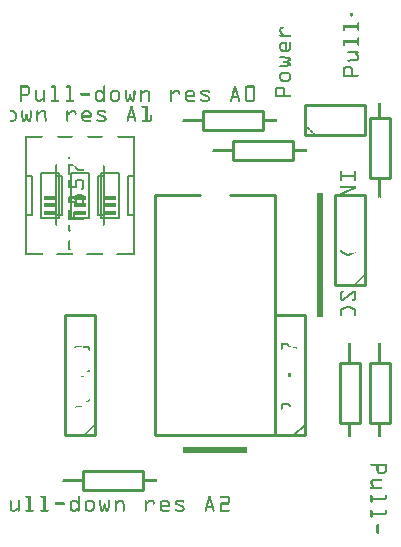
<source format=gto>
G04 MADE WITH FRITZING*
G04 WWW.FRITZING.ORG*
G04 DOUBLE SIDED*
G04 HOLES PLATED*
G04 CONTOUR ON CENTER OF CONTOUR VECTOR*
%ASAXBY*%
%FSLAX23Y23*%
%MOIN*%
%OFA0B0*%
%SFA1.0B1.0*%
%ADD10R,0.040000X0.015000*%
%ADD11C,0.010000*%
%ADD12C,0.005000*%
%ADD13C,0.008000*%
%ADD14R,0.001000X0.001000*%
%LNSILK1*%
G90*
G70*
G54D10*
X234Y1133D03*
X234Y1108D03*
X234Y1083D03*
X134Y1133D03*
X134Y1108D03*
X134Y1083D03*
X334Y1133D03*
X334Y1108D03*
X334Y1083D03*
X234Y1133D03*
X234Y1108D03*
X234Y1083D03*
G54D11*
X1184Y841D02*
X1184Y1141D01*
D02*
X1184Y1141D02*
X1084Y1141D01*
D02*
X1084Y1141D02*
X1084Y841D01*
D02*
X1084Y841D02*
X1184Y841D01*
D02*
X984Y341D02*
X984Y741D01*
D02*
X984Y741D02*
X884Y741D01*
D02*
X884Y741D02*
X884Y341D01*
D02*
X884Y341D02*
X984Y341D01*
G54D12*
D02*
X984Y376D02*
X949Y341D01*
G54D11*
D02*
X284Y341D02*
X284Y741D01*
D02*
X284Y741D02*
X184Y741D01*
D02*
X184Y741D02*
X184Y341D01*
D02*
X184Y341D02*
X284Y341D01*
D02*
X1201Y1200D02*
X1201Y1400D01*
D02*
X1201Y1400D02*
X1267Y1400D01*
D02*
X1267Y1400D02*
X1267Y1200D01*
D02*
X1267Y1200D02*
X1201Y1200D01*
D02*
X1267Y581D02*
X1267Y381D01*
D02*
X1267Y381D02*
X1201Y381D01*
D02*
X1201Y381D02*
X1201Y581D01*
D02*
X1201Y581D02*
X1267Y581D01*
D02*
X1167Y581D02*
X1167Y381D01*
D02*
X1167Y381D02*
X1101Y381D01*
D02*
X1101Y381D02*
X1101Y581D01*
D02*
X1101Y581D02*
X1167Y581D01*
G54D13*
D02*
X54Y1336D02*
X54Y1206D01*
D02*
X54Y1076D02*
X74Y1076D01*
D02*
X74Y1076D02*
X74Y1206D01*
D02*
X74Y1206D02*
X54Y1206D01*
D02*
X54Y1076D02*
X54Y946D01*
D02*
X54Y1206D02*
X54Y1076D01*
D02*
X314Y1206D02*
X294Y1206D01*
D02*
X294Y1206D02*
X294Y1076D01*
D02*
X294Y1076D02*
X314Y1076D01*
D02*
X314Y1076D02*
X314Y1206D01*
D02*
X204Y1216D02*
X204Y1066D01*
D02*
X204Y1216D02*
X264Y1216D01*
D02*
X264Y1066D02*
X264Y1216D01*
D02*
X264Y1066D02*
X204Y1066D01*
D02*
X104Y1216D02*
X104Y1066D01*
D02*
X104Y1216D02*
X164Y1216D01*
D02*
X164Y1066D02*
X164Y1216D01*
D02*
X164Y1066D02*
X104Y1066D01*
D02*
X154Y1076D02*
X174Y1076D01*
D02*
X174Y1076D02*
X174Y1206D01*
D02*
X174Y1206D02*
X154Y1206D01*
D02*
X154Y1206D02*
X154Y1076D01*
D02*
X414Y946D02*
X414Y1076D01*
D02*
X414Y1206D02*
X394Y1206D01*
D02*
X394Y1206D02*
X394Y1076D01*
D02*
X394Y1076D02*
X414Y1076D01*
D02*
X414Y1206D02*
X414Y1336D01*
D02*
X414Y1076D02*
X414Y1206D01*
D02*
X304Y1216D02*
X304Y1066D01*
D02*
X304Y1216D02*
X364Y1216D01*
D02*
X364Y1066D02*
X364Y1216D01*
D02*
X364Y1066D02*
X304Y1066D01*
D02*
X204Y1216D02*
X204Y1066D01*
D02*
X204Y1216D02*
X264Y1216D01*
D02*
X264Y1066D02*
X264Y1216D01*
D02*
X264Y1066D02*
X204Y1066D01*
G54D11*
D02*
X644Y1424D02*
X844Y1424D01*
D02*
X844Y1424D02*
X844Y1358D01*
D02*
X844Y1358D02*
X644Y1358D01*
D02*
X644Y1358D02*
X644Y1424D01*
D02*
X744Y1324D02*
X944Y1324D01*
D02*
X944Y1324D02*
X944Y1258D01*
D02*
X944Y1258D02*
X744Y1258D01*
D02*
X744Y1258D02*
X744Y1324D01*
D02*
X244Y224D02*
X444Y224D01*
D02*
X444Y224D02*
X444Y158D01*
D02*
X444Y158D02*
X244Y158D01*
D02*
X244Y158D02*
X244Y224D01*
D02*
X984Y1341D02*
X1184Y1341D01*
D02*
X1184Y1341D02*
X1184Y1441D01*
D02*
X1184Y1441D02*
X984Y1441D01*
D02*
X984Y1441D02*
X984Y1341D01*
D02*
X484Y1141D02*
X484Y341D01*
D02*
X484Y341D02*
X884Y341D01*
D02*
X884Y341D02*
X884Y1141D01*
D02*
X484Y1141D02*
X634Y1141D01*
D02*
X734Y1141D02*
X884Y1141D01*
G54D14*
X1135Y1749D02*
X1144Y1749D01*
X1135Y1748D02*
X1144Y1748D01*
X1135Y1747D02*
X1144Y1747D01*
X1135Y1746D02*
X1144Y1746D01*
X1135Y1745D02*
X1144Y1745D01*
X1135Y1744D02*
X1144Y1744D01*
X1135Y1743D02*
X1144Y1743D01*
X1135Y1742D02*
X1144Y1742D01*
X1135Y1741D02*
X1144Y1741D01*
X1135Y1740D02*
X1144Y1740D01*
X1135Y1739D02*
X1143Y1739D01*
X1136Y1738D02*
X1143Y1738D01*
X1137Y1737D02*
X1141Y1737D01*
X1160Y1717D02*
X1163Y1717D01*
X1159Y1716D02*
X1164Y1716D01*
X1158Y1715D02*
X1164Y1715D01*
X1158Y1714D02*
X1164Y1714D01*
X1158Y1713D02*
X1164Y1713D01*
X1158Y1712D02*
X1164Y1712D01*
X1158Y1711D02*
X1164Y1711D01*
X1158Y1710D02*
X1164Y1710D01*
X1158Y1709D02*
X1164Y1709D01*
X1158Y1708D02*
X1164Y1708D01*
X1113Y1707D02*
X1164Y1707D01*
X1112Y1706D02*
X1164Y1706D01*
X1111Y1705D02*
X1164Y1705D01*
X1111Y1704D02*
X1164Y1704D01*
X905Y1703D02*
X913Y1703D01*
X1111Y1703D02*
X1164Y1703D01*
X904Y1702D02*
X913Y1702D01*
X1111Y1702D02*
X1164Y1702D01*
X902Y1701D02*
X914Y1701D01*
X1111Y1701D02*
X1164Y1701D01*
X901Y1700D02*
X914Y1700D01*
X1111Y1700D02*
X1117Y1700D01*
X1158Y1700D02*
X1164Y1700D01*
X901Y1699D02*
X914Y1699D01*
X1111Y1699D02*
X1117Y1699D01*
X1158Y1699D02*
X1164Y1699D01*
X900Y1698D02*
X913Y1698D01*
X1111Y1698D02*
X1117Y1698D01*
X1158Y1698D02*
X1164Y1698D01*
X900Y1697D02*
X911Y1697D01*
X1111Y1697D02*
X1117Y1697D01*
X1158Y1697D02*
X1164Y1697D01*
X899Y1696D02*
X906Y1696D01*
X1111Y1696D02*
X1117Y1696D01*
X1158Y1696D02*
X1164Y1696D01*
X899Y1695D02*
X905Y1695D01*
X1111Y1695D02*
X1117Y1695D01*
X1158Y1695D02*
X1164Y1695D01*
X899Y1694D02*
X905Y1694D01*
X1111Y1694D02*
X1117Y1694D01*
X1158Y1694D02*
X1164Y1694D01*
X899Y1693D02*
X905Y1693D01*
X1111Y1693D02*
X1117Y1693D01*
X1159Y1693D02*
X1164Y1693D01*
X899Y1692D02*
X905Y1692D01*
X1112Y1692D02*
X1117Y1692D01*
X1159Y1692D02*
X1164Y1692D01*
X899Y1691D02*
X905Y1691D01*
X1113Y1691D02*
X1116Y1691D01*
X1160Y1691D02*
X1163Y1691D01*
X899Y1690D02*
X905Y1690D01*
X899Y1689D02*
X905Y1689D01*
X899Y1688D02*
X905Y1688D01*
X899Y1687D02*
X906Y1687D01*
X899Y1686D02*
X907Y1686D01*
X899Y1685D02*
X907Y1685D01*
X900Y1684D02*
X908Y1684D01*
X901Y1683D02*
X909Y1683D01*
X902Y1682D02*
X910Y1682D01*
X903Y1681D02*
X911Y1681D01*
X903Y1680D02*
X912Y1680D01*
X904Y1679D02*
X913Y1679D01*
X905Y1678D02*
X913Y1678D01*
X906Y1677D02*
X914Y1677D01*
X901Y1676D02*
X935Y1676D01*
X900Y1675D02*
X937Y1675D01*
X899Y1674D02*
X937Y1674D01*
X899Y1673D02*
X937Y1673D01*
X899Y1672D02*
X937Y1672D01*
X900Y1671D02*
X937Y1671D01*
X900Y1670D02*
X936Y1670D01*
X1160Y1667D02*
X1163Y1667D01*
X1159Y1666D02*
X1164Y1666D01*
X1158Y1665D02*
X1164Y1665D01*
X1158Y1664D02*
X1164Y1664D01*
X1158Y1663D02*
X1164Y1663D01*
X1158Y1662D02*
X1164Y1662D01*
X1158Y1661D02*
X1164Y1661D01*
X1158Y1660D02*
X1164Y1660D01*
X1158Y1659D02*
X1164Y1659D01*
X1158Y1658D02*
X1164Y1658D01*
X1113Y1657D02*
X1164Y1657D01*
X1112Y1656D02*
X1164Y1656D01*
X1111Y1655D02*
X1164Y1655D01*
X1111Y1654D02*
X1164Y1654D01*
X907Y1653D02*
X921Y1653D01*
X933Y1653D02*
X936Y1653D01*
X1111Y1653D02*
X1164Y1653D01*
X906Y1652D02*
X922Y1652D01*
X932Y1652D02*
X937Y1652D01*
X1111Y1652D02*
X1164Y1652D01*
X904Y1651D02*
X923Y1651D01*
X932Y1651D02*
X937Y1651D01*
X1111Y1651D02*
X1164Y1651D01*
X903Y1650D02*
X923Y1650D01*
X931Y1650D02*
X937Y1650D01*
X1111Y1650D02*
X1117Y1650D01*
X1158Y1650D02*
X1164Y1650D01*
X903Y1649D02*
X923Y1649D01*
X931Y1649D02*
X937Y1649D01*
X1111Y1649D02*
X1117Y1649D01*
X1158Y1649D02*
X1164Y1649D01*
X902Y1648D02*
X923Y1648D01*
X931Y1648D02*
X937Y1648D01*
X1111Y1648D02*
X1117Y1648D01*
X1158Y1648D02*
X1164Y1648D01*
X901Y1647D02*
X923Y1647D01*
X931Y1647D02*
X937Y1647D01*
X1111Y1647D02*
X1117Y1647D01*
X1158Y1647D02*
X1164Y1647D01*
X900Y1646D02*
X908Y1646D01*
X917Y1646D02*
X923Y1646D01*
X931Y1646D02*
X937Y1646D01*
X1111Y1646D02*
X1117Y1646D01*
X1158Y1646D02*
X1164Y1646D01*
X900Y1645D02*
X907Y1645D01*
X917Y1645D02*
X923Y1645D01*
X931Y1645D02*
X937Y1645D01*
X1111Y1645D02*
X1117Y1645D01*
X1158Y1645D02*
X1164Y1645D01*
X899Y1644D02*
X906Y1644D01*
X917Y1644D02*
X923Y1644D01*
X931Y1644D02*
X937Y1644D01*
X1111Y1644D02*
X1117Y1644D01*
X1158Y1644D02*
X1164Y1644D01*
X899Y1643D02*
X906Y1643D01*
X917Y1643D02*
X923Y1643D01*
X931Y1643D02*
X937Y1643D01*
X1111Y1643D02*
X1117Y1643D01*
X1159Y1643D02*
X1164Y1643D01*
X899Y1642D02*
X905Y1642D01*
X917Y1642D02*
X923Y1642D01*
X931Y1642D02*
X937Y1642D01*
X1112Y1642D02*
X1117Y1642D01*
X1159Y1642D02*
X1164Y1642D01*
X899Y1641D02*
X905Y1641D01*
X917Y1641D02*
X923Y1641D01*
X931Y1641D02*
X937Y1641D01*
X1113Y1641D02*
X1116Y1641D01*
X1160Y1641D02*
X1163Y1641D01*
X899Y1640D02*
X905Y1640D01*
X917Y1640D02*
X923Y1640D01*
X931Y1640D02*
X937Y1640D01*
X899Y1639D02*
X905Y1639D01*
X917Y1639D02*
X923Y1639D01*
X931Y1639D02*
X937Y1639D01*
X899Y1638D02*
X905Y1638D01*
X917Y1638D02*
X923Y1638D01*
X931Y1638D02*
X937Y1638D01*
X899Y1637D02*
X905Y1637D01*
X917Y1637D02*
X923Y1637D01*
X931Y1637D02*
X937Y1637D01*
X899Y1636D02*
X905Y1636D01*
X917Y1636D02*
X923Y1636D01*
X931Y1636D02*
X937Y1636D01*
X899Y1635D02*
X905Y1635D01*
X917Y1635D02*
X923Y1635D01*
X931Y1635D02*
X937Y1635D01*
X899Y1634D02*
X905Y1634D01*
X917Y1634D02*
X923Y1634D01*
X931Y1634D02*
X937Y1634D01*
X899Y1633D02*
X905Y1633D01*
X917Y1633D02*
X923Y1633D01*
X931Y1633D02*
X937Y1633D01*
X899Y1632D02*
X905Y1632D01*
X917Y1632D02*
X923Y1632D01*
X931Y1632D02*
X937Y1632D01*
X899Y1631D02*
X905Y1631D01*
X917Y1631D02*
X923Y1631D01*
X931Y1631D02*
X937Y1631D01*
X899Y1630D02*
X906Y1630D01*
X917Y1630D02*
X923Y1630D01*
X931Y1630D02*
X937Y1630D01*
X900Y1629D02*
X907Y1629D01*
X917Y1629D02*
X923Y1629D01*
X930Y1629D02*
X937Y1629D01*
X900Y1628D02*
X908Y1628D01*
X917Y1628D02*
X923Y1628D01*
X929Y1628D02*
X937Y1628D01*
X900Y1627D02*
X909Y1627D01*
X917Y1627D02*
X923Y1627D01*
X928Y1627D02*
X936Y1627D01*
X901Y1626D02*
X935Y1626D01*
X902Y1625D02*
X935Y1625D01*
X903Y1624D02*
X934Y1624D01*
X904Y1623D02*
X933Y1623D01*
X905Y1622D02*
X932Y1622D01*
X906Y1621D02*
X931Y1621D01*
X1128Y1621D02*
X1162Y1621D01*
X908Y1620D02*
X929Y1620D01*
X1127Y1620D02*
X1164Y1620D01*
X1126Y1619D02*
X1164Y1619D01*
X1126Y1618D02*
X1164Y1618D01*
X1126Y1617D02*
X1164Y1617D01*
X1127Y1616D02*
X1164Y1616D01*
X1128Y1615D02*
X1163Y1615D01*
X1151Y1614D02*
X1159Y1614D01*
X1152Y1613D02*
X1159Y1613D01*
X1153Y1612D02*
X1160Y1612D01*
X1153Y1611D02*
X1161Y1611D01*
X1154Y1610D02*
X1161Y1610D01*
X1155Y1609D02*
X1162Y1609D01*
X1155Y1608D02*
X1162Y1608D01*
X1156Y1607D02*
X1163Y1607D01*
X1156Y1606D02*
X1163Y1606D01*
X1157Y1605D02*
X1164Y1605D01*
X901Y1604D02*
X918Y1604D01*
X1158Y1604D02*
X1164Y1604D01*
X900Y1603D02*
X926Y1603D01*
X1158Y1603D02*
X1164Y1603D01*
X899Y1602D02*
X929Y1602D01*
X1158Y1602D02*
X1164Y1602D01*
X899Y1601D02*
X933Y1601D01*
X1158Y1601D02*
X1164Y1601D01*
X899Y1600D02*
X936Y1600D01*
X1158Y1600D02*
X1164Y1600D01*
X900Y1599D02*
X937Y1599D01*
X1158Y1599D02*
X1164Y1599D01*
X901Y1598D02*
X937Y1598D01*
X1158Y1598D02*
X1164Y1598D01*
X919Y1597D02*
X937Y1597D01*
X1158Y1597D02*
X1164Y1597D01*
X926Y1596D02*
X937Y1596D01*
X1158Y1596D02*
X1164Y1596D01*
X929Y1595D02*
X937Y1595D01*
X1156Y1595D02*
X1164Y1595D01*
X929Y1594D02*
X937Y1594D01*
X1136Y1594D02*
X1164Y1594D01*
X927Y1593D02*
X937Y1593D01*
X1127Y1593D02*
X1163Y1593D01*
X925Y1592D02*
X937Y1592D01*
X1126Y1592D02*
X1162Y1592D01*
X924Y1591D02*
X936Y1591D01*
X1126Y1591D02*
X1162Y1591D01*
X914Y1590D02*
X935Y1590D01*
X1126Y1590D02*
X1160Y1590D01*
X912Y1589D02*
X933Y1589D01*
X1126Y1589D02*
X1159Y1589D01*
X911Y1588D02*
X931Y1588D01*
X1127Y1588D02*
X1157Y1588D01*
X911Y1587D02*
X930Y1587D01*
X1129Y1587D02*
X1134Y1587D01*
X911Y1586D02*
X930Y1586D01*
X911Y1585D02*
X932Y1585D01*
X912Y1584D02*
X934Y1584D01*
X922Y1583D02*
X935Y1583D01*
X924Y1582D02*
X936Y1582D01*
X926Y1581D02*
X937Y1581D01*
X927Y1580D02*
X937Y1580D01*
X929Y1579D02*
X937Y1579D01*
X928Y1578D02*
X937Y1578D01*
X925Y1577D02*
X937Y1577D01*
X915Y1576D02*
X937Y1576D01*
X901Y1575D02*
X937Y1575D01*
X900Y1574D02*
X937Y1574D01*
X899Y1573D02*
X935Y1573D01*
X899Y1572D02*
X932Y1572D01*
X899Y1571D02*
X928Y1571D01*
X1119Y1571D02*
X1136Y1571D01*
X900Y1570D02*
X925Y1570D01*
X1117Y1570D02*
X1138Y1570D01*
X901Y1569D02*
X915Y1569D01*
X1115Y1569D02*
X1140Y1569D01*
X1114Y1568D02*
X1141Y1568D01*
X1113Y1567D02*
X1142Y1567D01*
X1113Y1566D02*
X1142Y1566D01*
X1112Y1565D02*
X1143Y1565D01*
X1112Y1564D02*
X1119Y1564D01*
X1136Y1564D02*
X1143Y1564D01*
X1111Y1563D02*
X1118Y1563D01*
X1137Y1563D02*
X1144Y1563D01*
X1111Y1562D02*
X1117Y1562D01*
X1137Y1562D02*
X1144Y1562D01*
X1111Y1561D02*
X1117Y1561D01*
X1138Y1561D02*
X1144Y1561D01*
X1111Y1560D02*
X1117Y1560D01*
X1138Y1560D02*
X1144Y1560D01*
X1111Y1559D02*
X1117Y1559D01*
X1138Y1559D02*
X1144Y1559D01*
X1111Y1558D02*
X1117Y1558D01*
X1138Y1558D02*
X1144Y1558D01*
X1111Y1557D02*
X1117Y1557D01*
X1138Y1557D02*
X1144Y1557D01*
X1111Y1556D02*
X1117Y1556D01*
X1138Y1556D02*
X1144Y1556D01*
X1111Y1555D02*
X1117Y1555D01*
X1138Y1555D02*
X1144Y1555D01*
X1111Y1554D02*
X1117Y1554D01*
X1138Y1554D02*
X1144Y1554D01*
X907Y1553D02*
X929Y1553D01*
X1111Y1553D02*
X1117Y1553D01*
X1138Y1553D02*
X1144Y1553D01*
X906Y1552D02*
X931Y1552D01*
X1111Y1552D02*
X1117Y1552D01*
X1138Y1552D02*
X1144Y1552D01*
X904Y1551D02*
X932Y1551D01*
X1111Y1551D02*
X1117Y1551D01*
X1138Y1551D02*
X1144Y1551D01*
X903Y1550D02*
X933Y1550D01*
X1111Y1550D02*
X1117Y1550D01*
X1138Y1550D02*
X1144Y1550D01*
X903Y1549D02*
X934Y1549D01*
X1111Y1549D02*
X1117Y1549D01*
X1138Y1549D02*
X1144Y1549D01*
X902Y1548D02*
X935Y1548D01*
X1111Y1548D02*
X1117Y1548D01*
X1138Y1548D02*
X1144Y1548D01*
X901Y1547D02*
X935Y1547D01*
X1111Y1547D02*
X1117Y1547D01*
X1138Y1547D02*
X1144Y1547D01*
X900Y1546D02*
X908Y1546D01*
X928Y1546D02*
X936Y1546D01*
X1111Y1546D02*
X1117Y1546D01*
X1138Y1546D02*
X1144Y1546D01*
X900Y1545D02*
X907Y1545D01*
X929Y1545D02*
X937Y1545D01*
X1111Y1545D02*
X1117Y1545D01*
X1138Y1545D02*
X1144Y1545D01*
X899Y1544D02*
X906Y1544D01*
X930Y1544D02*
X937Y1544D01*
X1111Y1544D02*
X1118Y1544D01*
X1137Y1544D02*
X1144Y1544D01*
X899Y1543D02*
X906Y1543D01*
X931Y1543D02*
X937Y1543D01*
X1111Y1543D02*
X1163Y1543D01*
X899Y1542D02*
X905Y1542D01*
X931Y1542D02*
X937Y1542D01*
X1111Y1542D02*
X1164Y1542D01*
X899Y1541D02*
X905Y1541D01*
X931Y1541D02*
X937Y1541D01*
X1111Y1541D02*
X1164Y1541D01*
X899Y1540D02*
X905Y1540D01*
X931Y1540D02*
X937Y1540D01*
X1111Y1540D02*
X1164Y1540D01*
X899Y1539D02*
X905Y1539D01*
X931Y1539D02*
X937Y1539D01*
X1111Y1539D02*
X1164Y1539D01*
X899Y1538D02*
X905Y1538D01*
X931Y1538D02*
X937Y1538D01*
X1111Y1538D02*
X1163Y1538D01*
X899Y1537D02*
X905Y1537D01*
X931Y1537D02*
X937Y1537D01*
X1111Y1537D02*
X1162Y1537D01*
X899Y1536D02*
X905Y1536D01*
X931Y1536D02*
X937Y1536D01*
X899Y1535D02*
X905Y1535D01*
X931Y1535D02*
X937Y1535D01*
X899Y1534D02*
X905Y1534D01*
X931Y1534D02*
X937Y1534D01*
X899Y1533D02*
X905Y1533D01*
X931Y1533D02*
X937Y1533D01*
X899Y1532D02*
X905Y1532D01*
X931Y1532D02*
X937Y1532D01*
X899Y1531D02*
X905Y1531D01*
X931Y1531D02*
X937Y1531D01*
X899Y1530D02*
X906Y1530D01*
X931Y1530D02*
X937Y1530D01*
X900Y1529D02*
X907Y1529D01*
X930Y1529D02*
X937Y1529D01*
X900Y1528D02*
X908Y1528D01*
X929Y1528D02*
X936Y1528D01*
X900Y1527D02*
X909Y1527D01*
X928Y1527D02*
X936Y1527D01*
X901Y1526D02*
X935Y1526D01*
X902Y1525D02*
X935Y1525D01*
X903Y1524D02*
X934Y1524D01*
X904Y1523D02*
X933Y1523D01*
X905Y1522D02*
X932Y1522D01*
X906Y1521D02*
X931Y1521D01*
X908Y1520D02*
X929Y1520D01*
X35Y1507D02*
X60Y1507D01*
X141Y1507D02*
X152Y1507D01*
X191Y1507D02*
X202Y1507D01*
X315Y1507D02*
X316Y1507D01*
X751Y1507D02*
X752Y1507D01*
X790Y1507D02*
X813Y1507D01*
X35Y1506D02*
X63Y1506D01*
X139Y1506D02*
X154Y1506D01*
X189Y1506D02*
X204Y1506D01*
X313Y1506D02*
X317Y1506D01*
X749Y1506D02*
X753Y1506D01*
X788Y1506D02*
X815Y1506D01*
X35Y1505D02*
X64Y1505D01*
X138Y1505D02*
X154Y1505D01*
X188Y1505D02*
X204Y1505D01*
X313Y1505D02*
X318Y1505D01*
X749Y1505D02*
X754Y1505D01*
X787Y1505D02*
X816Y1505D01*
X35Y1504D02*
X65Y1504D01*
X138Y1504D02*
X154Y1504D01*
X188Y1504D02*
X204Y1504D01*
X312Y1504D02*
X318Y1504D01*
X748Y1504D02*
X754Y1504D01*
X786Y1504D02*
X817Y1504D01*
X35Y1503D02*
X66Y1503D01*
X138Y1503D02*
X155Y1503D01*
X188Y1503D02*
X205Y1503D01*
X312Y1503D02*
X318Y1503D01*
X748Y1503D02*
X755Y1503D01*
X785Y1503D02*
X818Y1503D01*
X890Y1503D02*
X911Y1503D01*
X35Y1502D02*
X67Y1502D01*
X139Y1502D02*
X155Y1502D01*
X189Y1502D02*
X205Y1502D01*
X312Y1502D02*
X318Y1502D01*
X748Y1502D02*
X755Y1502D01*
X785Y1502D02*
X818Y1502D01*
X889Y1502D02*
X912Y1502D01*
X35Y1501D02*
X67Y1501D01*
X139Y1501D02*
X155Y1501D01*
X189Y1501D02*
X205Y1501D01*
X312Y1501D02*
X318Y1501D01*
X747Y1501D02*
X755Y1501D01*
X785Y1501D02*
X818Y1501D01*
X888Y1501D02*
X913Y1501D01*
X35Y1500D02*
X41Y1500D01*
X60Y1500D02*
X68Y1500D01*
X148Y1500D02*
X155Y1500D01*
X198Y1500D02*
X205Y1500D01*
X312Y1500D02*
X318Y1500D01*
X747Y1500D02*
X756Y1500D01*
X785Y1500D02*
X791Y1500D01*
X812Y1500D02*
X818Y1500D01*
X887Y1500D02*
X914Y1500D01*
X35Y1499D02*
X41Y1499D01*
X61Y1499D02*
X68Y1499D01*
X148Y1499D02*
X155Y1499D01*
X198Y1499D02*
X205Y1499D01*
X312Y1499D02*
X318Y1499D01*
X747Y1499D02*
X756Y1499D01*
X785Y1499D02*
X791Y1499D01*
X812Y1499D02*
X818Y1499D01*
X886Y1499D02*
X915Y1499D01*
X35Y1498D02*
X41Y1498D01*
X62Y1498D02*
X68Y1498D01*
X148Y1498D02*
X155Y1498D01*
X198Y1498D02*
X205Y1498D01*
X312Y1498D02*
X318Y1498D01*
X747Y1498D02*
X756Y1498D01*
X785Y1498D02*
X791Y1498D01*
X812Y1498D02*
X818Y1498D01*
X885Y1498D02*
X916Y1498D01*
X35Y1497D02*
X41Y1497D01*
X62Y1497D02*
X68Y1497D01*
X148Y1497D02*
X155Y1497D01*
X198Y1497D02*
X205Y1497D01*
X312Y1497D02*
X318Y1497D01*
X746Y1497D02*
X756Y1497D01*
X785Y1497D02*
X791Y1497D01*
X812Y1497D02*
X818Y1497D01*
X885Y1497D02*
X916Y1497D01*
X35Y1496D02*
X41Y1496D01*
X62Y1496D02*
X68Y1496D01*
X148Y1496D02*
X155Y1496D01*
X198Y1496D02*
X205Y1496D01*
X312Y1496D02*
X318Y1496D01*
X746Y1496D02*
X757Y1496D01*
X785Y1496D02*
X791Y1496D01*
X812Y1496D02*
X818Y1496D01*
X885Y1496D02*
X892Y1496D01*
X909Y1496D02*
X916Y1496D01*
X35Y1495D02*
X41Y1495D01*
X62Y1495D02*
X68Y1495D01*
X148Y1495D02*
X155Y1495D01*
X198Y1495D02*
X205Y1495D01*
X312Y1495D02*
X318Y1495D01*
X746Y1495D02*
X757Y1495D01*
X785Y1495D02*
X791Y1495D01*
X812Y1495D02*
X818Y1495D01*
X884Y1495D02*
X891Y1495D01*
X910Y1495D02*
X917Y1495D01*
X35Y1494D02*
X41Y1494D01*
X62Y1494D02*
X68Y1494D01*
X148Y1494D02*
X155Y1494D01*
X198Y1494D02*
X205Y1494D01*
X312Y1494D02*
X318Y1494D01*
X745Y1494D02*
X757Y1494D01*
X785Y1494D02*
X791Y1494D01*
X812Y1494D02*
X818Y1494D01*
X884Y1494D02*
X890Y1494D01*
X911Y1494D02*
X917Y1494D01*
X35Y1493D02*
X41Y1493D01*
X62Y1493D02*
X68Y1493D01*
X148Y1493D02*
X155Y1493D01*
X198Y1493D02*
X205Y1493D01*
X312Y1493D02*
X318Y1493D01*
X745Y1493D02*
X758Y1493D01*
X785Y1493D02*
X791Y1493D01*
X812Y1493D02*
X818Y1493D01*
X884Y1493D02*
X890Y1493D01*
X911Y1493D02*
X917Y1493D01*
X35Y1492D02*
X41Y1492D01*
X62Y1492D02*
X68Y1492D01*
X87Y1492D02*
X89Y1492D01*
X114Y1492D02*
X116Y1492D01*
X148Y1492D02*
X155Y1492D01*
X198Y1492D02*
X205Y1492D01*
X295Y1492D02*
X305Y1492D01*
X312Y1492D02*
X318Y1492D01*
X345Y1492D02*
X358Y1492D01*
X386Y1492D02*
X388Y1492D01*
X415Y1492D02*
X417Y1492D01*
X437Y1492D02*
X439Y1492D01*
X451Y1492D02*
X460Y1492D01*
X537Y1492D02*
X539Y1492D01*
X550Y1492D02*
X561Y1492D01*
X595Y1492D02*
X608Y1492D01*
X642Y1492D02*
X661Y1492D01*
X745Y1492D02*
X758Y1492D01*
X785Y1492D02*
X791Y1492D01*
X812Y1492D02*
X818Y1492D01*
X884Y1492D02*
X890Y1492D01*
X911Y1492D02*
X917Y1492D01*
X35Y1491D02*
X41Y1491D01*
X62Y1491D02*
X68Y1491D01*
X85Y1491D02*
X90Y1491D01*
X113Y1491D02*
X118Y1491D01*
X148Y1491D02*
X155Y1491D01*
X198Y1491D02*
X205Y1491D01*
X292Y1491D02*
X307Y1491D01*
X312Y1491D02*
X318Y1491D01*
X342Y1491D02*
X361Y1491D01*
X385Y1491D02*
X389Y1491D01*
X414Y1491D02*
X418Y1491D01*
X435Y1491D02*
X440Y1491D01*
X449Y1491D02*
X462Y1491D01*
X535Y1491D02*
X540Y1491D01*
X549Y1491D02*
X563Y1491D01*
X592Y1491D02*
X611Y1491D01*
X640Y1491D02*
X664Y1491D01*
X745Y1491D02*
X758Y1491D01*
X785Y1491D02*
X791Y1491D01*
X812Y1491D02*
X818Y1491D01*
X884Y1491D02*
X890Y1491D01*
X911Y1491D02*
X917Y1491D01*
X35Y1490D02*
X41Y1490D01*
X62Y1490D02*
X68Y1490D01*
X85Y1490D02*
X91Y1490D01*
X113Y1490D02*
X118Y1490D01*
X148Y1490D02*
X155Y1490D01*
X198Y1490D02*
X205Y1490D01*
X291Y1490D02*
X309Y1490D01*
X312Y1490D02*
X318Y1490D01*
X341Y1490D02*
X362Y1490D01*
X384Y1490D02*
X390Y1490D01*
X413Y1490D02*
X419Y1490D01*
X435Y1490D02*
X440Y1490D01*
X447Y1490D02*
X464Y1490D01*
X535Y1490D02*
X540Y1490D01*
X548Y1490D02*
X564Y1490D01*
X591Y1490D02*
X612Y1490D01*
X638Y1490D02*
X665Y1490D01*
X744Y1490D02*
X759Y1490D01*
X785Y1490D02*
X791Y1490D01*
X812Y1490D02*
X818Y1490D01*
X884Y1490D02*
X890Y1490D01*
X911Y1490D02*
X917Y1490D01*
X35Y1489D02*
X41Y1489D01*
X62Y1489D02*
X68Y1489D01*
X85Y1489D02*
X91Y1489D01*
X112Y1489D02*
X118Y1489D01*
X148Y1489D02*
X155Y1489D01*
X198Y1489D02*
X205Y1489D01*
X290Y1489D02*
X310Y1489D01*
X312Y1489D02*
X318Y1489D01*
X340Y1489D02*
X363Y1489D01*
X384Y1489D02*
X390Y1489D01*
X413Y1489D02*
X419Y1489D01*
X435Y1489D02*
X441Y1489D01*
X446Y1489D02*
X465Y1489D01*
X535Y1489D02*
X541Y1489D01*
X547Y1489D02*
X565Y1489D01*
X590Y1489D02*
X613Y1489D01*
X637Y1489D02*
X666Y1489D01*
X744Y1489D02*
X750Y1489D01*
X752Y1489D02*
X759Y1489D01*
X785Y1489D02*
X791Y1489D01*
X812Y1489D02*
X818Y1489D01*
X884Y1489D02*
X890Y1489D01*
X911Y1489D02*
X917Y1489D01*
X35Y1488D02*
X41Y1488D01*
X62Y1488D02*
X68Y1488D01*
X85Y1488D02*
X91Y1488D01*
X112Y1488D02*
X118Y1488D01*
X148Y1488D02*
X155Y1488D01*
X198Y1488D02*
X205Y1488D01*
X289Y1488D02*
X318Y1488D01*
X339Y1488D02*
X364Y1488D01*
X384Y1488D02*
X390Y1488D01*
X413Y1488D02*
X419Y1488D01*
X435Y1488D02*
X441Y1488D01*
X444Y1488D02*
X465Y1488D01*
X535Y1488D02*
X541Y1488D01*
X545Y1488D02*
X566Y1488D01*
X589Y1488D02*
X614Y1488D01*
X637Y1488D02*
X667Y1488D01*
X744Y1488D02*
X750Y1488D01*
X753Y1488D02*
X759Y1488D01*
X785Y1488D02*
X791Y1488D01*
X812Y1488D02*
X818Y1488D01*
X884Y1488D02*
X890Y1488D01*
X911Y1488D02*
X917Y1488D01*
X35Y1487D02*
X41Y1487D01*
X62Y1487D02*
X68Y1487D01*
X85Y1487D02*
X91Y1487D01*
X112Y1487D02*
X118Y1487D01*
X148Y1487D02*
X155Y1487D01*
X198Y1487D02*
X205Y1487D01*
X288Y1487D02*
X318Y1487D01*
X338Y1487D02*
X365Y1487D01*
X384Y1487D02*
X390Y1487D01*
X413Y1487D02*
X419Y1487D01*
X435Y1487D02*
X466Y1487D01*
X535Y1487D02*
X541Y1487D01*
X544Y1487D02*
X567Y1487D01*
X588Y1487D02*
X615Y1487D01*
X636Y1487D02*
X667Y1487D01*
X743Y1487D02*
X750Y1487D01*
X753Y1487D02*
X759Y1487D01*
X785Y1487D02*
X791Y1487D01*
X812Y1487D02*
X818Y1487D01*
X884Y1487D02*
X890Y1487D01*
X911Y1487D02*
X917Y1487D01*
X35Y1486D02*
X41Y1486D01*
X62Y1486D02*
X68Y1486D01*
X85Y1486D02*
X91Y1486D01*
X112Y1486D02*
X118Y1486D01*
X148Y1486D02*
X155Y1486D01*
X198Y1486D02*
X205Y1486D01*
X287Y1486D02*
X318Y1486D01*
X337Y1486D02*
X366Y1486D01*
X384Y1486D02*
X390Y1486D01*
X413Y1486D02*
X419Y1486D01*
X435Y1486D02*
X467Y1486D01*
X535Y1486D02*
X541Y1486D01*
X543Y1486D02*
X567Y1486D01*
X587Y1486D02*
X616Y1486D01*
X636Y1486D02*
X667Y1486D01*
X743Y1486D02*
X749Y1486D01*
X753Y1486D02*
X760Y1486D01*
X785Y1486D02*
X791Y1486D01*
X812Y1486D02*
X818Y1486D01*
X884Y1486D02*
X890Y1486D01*
X911Y1486D02*
X917Y1486D01*
X35Y1485D02*
X41Y1485D01*
X62Y1485D02*
X68Y1485D01*
X85Y1485D02*
X91Y1485D01*
X112Y1485D02*
X118Y1485D01*
X148Y1485D02*
X155Y1485D01*
X198Y1485D02*
X205Y1485D01*
X286Y1485D02*
X295Y1485D01*
X304Y1485D02*
X318Y1485D01*
X336Y1485D02*
X345Y1485D01*
X358Y1485D02*
X367Y1485D01*
X384Y1485D02*
X390Y1485D01*
X413Y1485D02*
X419Y1485D01*
X435Y1485D02*
X451Y1485D01*
X459Y1485D02*
X467Y1485D01*
X535Y1485D02*
X552Y1485D01*
X560Y1485D02*
X568Y1485D01*
X586Y1485D02*
X595Y1485D01*
X608Y1485D02*
X617Y1485D01*
X636Y1485D02*
X642Y1485D01*
X661Y1485D02*
X667Y1485D01*
X743Y1485D02*
X749Y1485D01*
X754Y1485D02*
X760Y1485D01*
X785Y1485D02*
X791Y1485D01*
X812Y1485D02*
X818Y1485D01*
X884Y1485D02*
X890Y1485D01*
X911Y1485D02*
X917Y1485D01*
X35Y1484D02*
X41Y1484D01*
X62Y1484D02*
X68Y1484D01*
X85Y1484D02*
X91Y1484D01*
X112Y1484D02*
X118Y1484D01*
X148Y1484D02*
X155Y1484D01*
X198Y1484D02*
X205Y1484D01*
X286Y1484D02*
X294Y1484D01*
X306Y1484D02*
X318Y1484D01*
X336Y1484D02*
X344Y1484D01*
X360Y1484D02*
X367Y1484D01*
X384Y1484D02*
X390Y1484D01*
X413Y1484D02*
X419Y1484D01*
X435Y1484D02*
X450Y1484D01*
X461Y1484D02*
X467Y1484D01*
X535Y1484D02*
X551Y1484D01*
X562Y1484D02*
X568Y1484D01*
X586Y1484D02*
X594Y1484D01*
X610Y1484D02*
X617Y1484D01*
X636Y1484D02*
X642Y1484D01*
X662Y1484D02*
X667Y1484D01*
X742Y1484D02*
X749Y1484D01*
X754Y1484D02*
X760Y1484D01*
X785Y1484D02*
X791Y1484D01*
X812Y1484D02*
X818Y1484D01*
X884Y1484D02*
X890Y1484D01*
X911Y1484D02*
X917Y1484D01*
X35Y1483D02*
X41Y1483D01*
X62Y1483D02*
X68Y1483D01*
X85Y1483D02*
X91Y1483D01*
X112Y1483D02*
X118Y1483D01*
X148Y1483D02*
X155Y1483D01*
X198Y1483D02*
X205Y1483D01*
X236Y1483D02*
X267Y1483D01*
X285Y1483D02*
X292Y1483D01*
X307Y1483D02*
X318Y1483D01*
X335Y1483D02*
X342Y1483D01*
X361Y1483D02*
X368Y1483D01*
X384Y1483D02*
X390Y1483D01*
X413Y1483D02*
X419Y1483D01*
X435Y1483D02*
X448Y1483D01*
X461Y1483D02*
X467Y1483D01*
X535Y1483D02*
X549Y1483D01*
X562Y1483D02*
X568Y1483D01*
X585Y1483D02*
X592Y1483D01*
X611Y1483D02*
X618Y1483D01*
X636Y1483D02*
X642Y1483D01*
X663Y1483D02*
X666Y1483D01*
X742Y1483D02*
X748Y1483D01*
X754Y1483D02*
X761Y1483D01*
X785Y1483D02*
X791Y1483D01*
X812Y1483D02*
X818Y1483D01*
X884Y1483D02*
X890Y1483D01*
X911Y1483D02*
X917Y1483D01*
X35Y1482D02*
X41Y1482D01*
X61Y1482D02*
X68Y1482D01*
X85Y1482D02*
X91Y1482D01*
X112Y1482D02*
X118Y1482D01*
X148Y1482D02*
X155Y1482D01*
X198Y1482D02*
X205Y1482D01*
X235Y1482D02*
X268Y1482D01*
X285Y1482D02*
X292Y1482D01*
X308Y1482D02*
X318Y1482D01*
X335Y1482D02*
X342Y1482D01*
X361Y1482D02*
X368Y1482D01*
X384Y1482D02*
X390Y1482D01*
X413Y1482D02*
X419Y1482D01*
X435Y1482D02*
X447Y1482D01*
X461Y1482D02*
X467Y1482D01*
X535Y1482D02*
X548Y1482D01*
X562Y1482D02*
X568Y1482D01*
X585Y1482D02*
X591Y1482D01*
X611Y1482D02*
X618Y1482D01*
X636Y1482D02*
X642Y1482D01*
X742Y1482D02*
X748Y1482D01*
X755Y1482D02*
X761Y1482D01*
X785Y1482D02*
X791Y1482D01*
X812Y1482D02*
X818Y1482D01*
X884Y1482D02*
X890Y1482D01*
X911Y1482D02*
X917Y1482D01*
X35Y1481D02*
X41Y1481D01*
X60Y1481D02*
X68Y1481D01*
X85Y1481D02*
X91Y1481D01*
X112Y1481D02*
X118Y1481D01*
X148Y1481D02*
X155Y1481D01*
X198Y1481D02*
X205Y1481D01*
X235Y1481D02*
X268Y1481D01*
X285Y1481D02*
X291Y1481D01*
X309Y1481D02*
X318Y1481D01*
X335Y1481D02*
X341Y1481D01*
X362Y1481D02*
X368Y1481D01*
X384Y1481D02*
X390Y1481D01*
X413Y1481D02*
X419Y1481D01*
X435Y1481D02*
X445Y1481D01*
X461Y1481D02*
X467Y1481D01*
X535Y1481D02*
X547Y1481D01*
X562Y1481D02*
X568Y1481D01*
X585Y1481D02*
X591Y1481D01*
X612Y1481D02*
X618Y1481D01*
X636Y1481D02*
X644Y1481D01*
X742Y1481D02*
X748Y1481D01*
X755Y1481D02*
X761Y1481D01*
X785Y1481D02*
X791Y1481D01*
X812Y1481D02*
X818Y1481D01*
X884Y1481D02*
X890Y1481D01*
X911Y1481D02*
X917Y1481D01*
X35Y1480D02*
X67Y1480D01*
X85Y1480D02*
X91Y1480D01*
X112Y1480D02*
X118Y1480D01*
X148Y1480D02*
X155Y1480D01*
X198Y1480D02*
X205Y1480D01*
X235Y1480D02*
X268Y1480D01*
X285Y1480D02*
X291Y1480D01*
X310Y1480D02*
X318Y1480D01*
X335Y1480D02*
X341Y1480D01*
X362Y1480D02*
X368Y1480D01*
X384Y1480D02*
X390Y1480D01*
X400Y1480D02*
X403Y1480D01*
X413Y1480D02*
X419Y1480D01*
X435Y1480D02*
X444Y1480D01*
X461Y1480D02*
X467Y1480D01*
X535Y1480D02*
X546Y1480D01*
X562Y1480D02*
X568Y1480D01*
X585Y1480D02*
X591Y1480D01*
X612Y1480D02*
X618Y1480D01*
X636Y1480D02*
X647Y1480D01*
X741Y1480D02*
X748Y1480D01*
X755Y1480D02*
X761Y1480D01*
X785Y1480D02*
X791Y1480D01*
X812Y1480D02*
X818Y1480D01*
X884Y1480D02*
X890Y1480D01*
X911Y1480D02*
X917Y1480D01*
X35Y1479D02*
X67Y1479D01*
X85Y1479D02*
X91Y1479D01*
X112Y1479D02*
X118Y1479D01*
X148Y1479D02*
X155Y1479D01*
X198Y1479D02*
X205Y1479D01*
X235Y1479D02*
X268Y1479D01*
X285Y1479D02*
X291Y1479D01*
X311Y1479D02*
X318Y1479D01*
X335Y1479D02*
X341Y1479D01*
X362Y1479D02*
X368Y1479D01*
X384Y1479D02*
X390Y1479D01*
X399Y1479D02*
X404Y1479D01*
X413Y1479D02*
X419Y1479D01*
X435Y1479D02*
X442Y1479D01*
X461Y1479D02*
X467Y1479D01*
X535Y1479D02*
X545Y1479D01*
X562Y1479D02*
X568Y1479D01*
X585Y1479D02*
X591Y1479D01*
X612Y1479D02*
X618Y1479D01*
X637Y1479D02*
X649Y1479D01*
X741Y1479D02*
X747Y1479D01*
X755Y1479D02*
X762Y1479D01*
X785Y1479D02*
X791Y1479D01*
X812Y1479D02*
X818Y1479D01*
X884Y1479D02*
X890Y1479D01*
X911Y1479D02*
X917Y1479D01*
X35Y1478D02*
X66Y1478D01*
X85Y1478D02*
X91Y1478D01*
X112Y1478D02*
X118Y1478D01*
X148Y1478D02*
X155Y1478D01*
X198Y1478D02*
X205Y1478D01*
X235Y1478D02*
X268Y1478D01*
X285Y1478D02*
X291Y1478D01*
X312Y1478D02*
X318Y1478D01*
X335Y1478D02*
X341Y1478D01*
X362Y1478D02*
X368Y1478D01*
X384Y1478D02*
X390Y1478D01*
X399Y1478D02*
X404Y1478D01*
X413Y1478D02*
X419Y1478D01*
X435Y1478D02*
X441Y1478D01*
X461Y1478D02*
X468Y1478D01*
X535Y1478D02*
X544Y1478D01*
X563Y1478D02*
X567Y1478D01*
X585Y1478D02*
X591Y1478D01*
X612Y1478D02*
X618Y1478D01*
X638Y1478D02*
X651Y1478D01*
X741Y1478D02*
X747Y1478D01*
X756Y1478D02*
X762Y1478D01*
X785Y1478D02*
X791Y1478D01*
X812Y1478D02*
X818Y1478D01*
X884Y1478D02*
X890Y1478D01*
X911Y1478D02*
X917Y1478D01*
X35Y1477D02*
X65Y1477D01*
X85Y1477D02*
X91Y1477D01*
X112Y1477D02*
X118Y1477D01*
X148Y1477D02*
X155Y1477D01*
X198Y1477D02*
X205Y1477D01*
X235Y1477D02*
X268Y1477D01*
X285Y1477D02*
X291Y1477D01*
X312Y1477D02*
X318Y1477D01*
X335Y1477D02*
X341Y1477D01*
X362Y1477D02*
X368Y1477D01*
X384Y1477D02*
X390Y1477D01*
X398Y1477D02*
X404Y1477D01*
X413Y1477D02*
X419Y1477D01*
X435Y1477D02*
X441Y1477D01*
X462Y1477D02*
X468Y1477D01*
X535Y1477D02*
X542Y1477D01*
X564Y1477D02*
X566Y1477D01*
X585Y1477D02*
X591Y1477D01*
X612Y1477D02*
X618Y1477D01*
X638Y1477D02*
X654Y1477D01*
X740Y1477D02*
X747Y1477D01*
X756Y1477D02*
X762Y1477D01*
X785Y1477D02*
X791Y1477D01*
X812Y1477D02*
X818Y1477D01*
X884Y1477D02*
X890Y1477D01*
X911Y1477D02*
X917Y1477D01*
X35Y1476D02*
X64Y1476D01*
X85Y1476D02*
X91Y1476D01*
X112Y1476D02*
X118Y1476D01*
X148Y1476D02*
X155Y1476D01*
X198Y1476D02*
X205Y1476D01*
X235Y1476D02*
X268Y1476D01*
X285Y1476D02*
X291Y1476D01*
X312Y1476D02*
X318Y1476D01*
X335Y1476D02*
X341Y1476D01*
X362Y1476D02*
X368Y1476D01*
X384Y1476D02*
X390Y1476D01*
X398Y1476D02*
X404Y1476D01*
X413Y1476D02*
X419Y1476D01*
X435Y1476D02*
X441Y1476D01*
X462Y1476D02*
X468Y1476D01*
X535Y1476D02*
X541Y1476D01*
X585Y1476D02*
X591Y1476D01*
X612Y1476D02*
X618Y1476D01*
X640Y1476D02*
X656Y1476D01*
X740Y1476D02*
X746Y1476D01*
X756Y1476D02*
X763Y1476D01*
X785Y1476D02*
X791Y1476D01*
X812Y1476D02*
X818Y1476D01*
X884Y1476D02*
X935Y1476D01*
X35Y1475D02*
X63Y1475D01*
X85Y1475D02*
X91Y1475D01*
X112Y1475D02*
X118Y1475D01*
X148Y1475D02*
X155Y1475D01*
X198Y1475D02*
X205Y1475D01*
X236Y1475D02*
X267Y1475D01*
X285Y1475D02*
X291Y1475D01*
X312Y1475D02*
X318Y1475D01*
X335Y1475D02*
X341Y1475D01*
X362Y1475D02*
X368Y1475D01*
X384Y1475D02*
X390Y1475D01*
X398Y1475D02*
X404Y1475D01*
X412Y1475D02*
X418Y1475D01*
X435Y1475D02*
X441Y1475D01*
X462Y1475D02*
X468Y1475D01*
X535Y1475D02*
X541Y1475D01*
X585Y1475D02*
X591Y1475D01*
X612Y1475D02*
X618Y1475D01*
X642Y1475D02*
X658Y1475D01*
X740Y1475D02*
X746Y1475D01*
X757Y1475D02*
X763Y1475D01*
X785Y1475D02*
X791Y1475D01*
X812Y1475D02*
X818Y1475D01*
X884Y1475D02*
X937Y1475D01*
X35Y1474D02*
X60Y1474D01*
X85Y1474D02*
X91Y1474D01*
X112Y1474D02*
X118Y1474D01*
X148Y1474D02*
X155Y1474D01*
X198Y1474D02*
X205Y1474D01*
X237Y1474D02*
X266Y1474D01*
X285Y1474D02*
X291Y1474D01*
X312Y1474D02*
X318Y1474D01*
X335Y1474D02*
X341Y1474D01*
X362Y1474D02*
X368Y1474D01*
X384Y1474D02*
X390Y1474D01*
X398Y1474D02*
X404Y1474D01*
X412Y1474D02*
X418Y1474D01*
X435Y1474D02*
X441Y1474D01*
X462Y1474D02*
X468Y1474D01*
X535Y1474D02*
X541Y1474D01*
X585Y1474D02*
X618Y1474D01*
X644Y1474D02*
X661Y1474D01*
X740Y1474D02*
X746Y1474D01*
X757Y1474D02*
X763Y1474D01*
X785Y1474D02*
X791Y1474D01*
X812Y1474D02*
X818Y1474D01*
X884Y1474D02*
X937Y1474D01*
X35Y1473D02*
X41Y1473D01*
X85Y1473D02*
X91Y1473D01*
X112Y1473D02*
X118Y1473D01*
X148Y1473D02*
X155Y1473D01*
X198Y1473D02*
X205Y1473D01*
X285Y1473D02*
X291Y1473D01*
X312Y1473D02*
X318Y1473D01*
X335Y1473D02*
X341Y1473D01*
X362Y1473D02*
X368Y1473D01*
X384Y1473D02*
X390Y1473D01*
X398Y1473D02*
X404Y1473D01*
X412Y1473D02*
X418Y1473D01*
X435Y1473D02*
X441Y1473D01*
X462Y1473D02*
X468Y1473D01*
X535Y1473D02*
X541Y1473D01*
X585Y1473D02*
X618Y1473D01*
X646Y1473D02*
X663Y1473D01*
X739Y1473D02*
X746Y1473D01*
X757Y1473D02*
X763Y1473D01*
X785Y1473D02*
X791Y1473D01*
X812Y1473D02*
X818Y1473D01*
X884Y1473D02*
X937Y1473D01*
X35Y1472D02*
X41Y1472D01*
X85Y1472D02*
X91Y1472D01*
X112Y1472D02*
X118Y1472D01*
X148Y1472D02*
X155Y1472D01*
X198Y1472D02*
X205Y1472D01*
X285Y1472D02*
X291Y1472D01*
X312Y1472D02*
X318Y1472D01*
X335Y1472D02*
X341Y1472D01*
X362Y1472D02*
X368Y1472D01*
X384Y1472D02*
X391Y1472D01*
X398Y1472D02*
X404Y1472D01*
X412Y1472D02*
X418Y1472D01*
X435Y1472D02*
X441Y1472D01*
X462Y1472D02*
X468Y1472D01*
X535Y1472D02*
X541Y1472D01*
X585Y1472D02*
X618Y1472D01*
X649Y1472D02*
X664Y1472D01*
X739Y1472D02*
X746Y1472D01*
X757Y1472D02*
X764Y1472D01*
X785Y1472D02*
X791Y1472D01*
X812Y1472D02*
X818Y1472D01*
X884Y1472D02*
X937Y1472D01*
X35Y1471D02*
X41Y1471D01*
X85Y1471D02*
X91Y1471D01*
X112Y1471D02*
X118Y1471D01*
X148Y1471D02*
X155Y1471D01*
X198Y1471D02*
X205Y1471D01*
X285Y1471D02*
X291Y1471D01*
X312Y1471D02*
X318Y1471D01*
X335Y1471D02*
X341Y1471D01*
X362Y1471D02*
X368Y1471D01*
X385Y1471D02*
X391Y1471D01*
X398Y1471D02*
X404Y1471D01*
X412Y1471D02*
X418Y1471D01*
X435Y1471D02*
X441Y1471D01*
X462Y1471D02*
X468Y1471D01*
X535Y1471D02*
X541Y1471D01*
X585Y1471D02*
X618Y1471D01*
X651Y1471D02*
X665Y1471D01*
X739Y1471D02*
X764Y1471D01*
X785Y1471D02*
X791Y1471D01*
X812Y1471D02*
X818Y1471D01*
X884Y1471D02*
X937Y1471D01*
X35Y1470D02*
X41Y1470D01*
X85Y1470D02*
X91Y1470D01*
X112Y1470D02*
X118Y1470D01*
X148Y1470D02*
X155Y1470D01*
X198Y1470D02*
X205Y1470D01*
X285Y1470D02*
X291Y1470D01*
X312Y1470D02*
X318Y1470D01*
X335Y1470D02*
X341Y1470D01*
X362Y1470D02*
X368Y1470D01*
X385Y1470D02*
X391Y1470D01*
X398Y1470D02*
X404Y1470D01*
X412Y1470D02*
X418Y1470D01*
X435Y1470D02*
X441Y1470D01*
X462Y1470D02*
X468Y1470D01*
X535Y1470D02*
X541Y1470D01*
X585Y1470D02*
X618Y1470D01*
X653Y1470D02*
X666Y1470D01*
X738Y1470D02*
X764Y1470D01*
X785Y1470D02*
X791Y1470D01*
X812Y1470D02*
X818Y1470D01*
X884Y1470D02*
X936Y1470D01*
X35Y1469D02*
X41Y1469D01*
X85Y1469D02*
X91Y1469D01*
X112Y1469D02*
X118Y1469D01*
X148Y1469D02*
X155Y1469D01*
X198Y1469D02*
X205Y1469D01*
X285Y1469D02*
X291Y1469D01*
X312Y1469D02*
X318Y1469D01*
X335Y1469D02*
X341Y1469D01*
X362Y1469D02*
X368Y1469D01*
X385Y1469D02*
X391Y1469D01*
X398Y1469D02*
X405Y1469D01*
X412Y1469D02*
X418Y1469D01*
X435Y1469D02*
X441Y1469D01*
X462Y1469D02*
X468Y1469D01*
X535Y1469D02*
X541Y1469D01*
X585Y1469D02*
X617Y1469D01*
X655Y1469D02*
X667Y1469D01*
X738Y1469D02*
X765Y1469D01*
X785Y1469D02*
X791Y1469D01*
X812Y1469D02*
X818Y1469D01*
X35Y1468D02*
X41Y1468D01*
X85Y1468D02*
X91Y1468D01*
X112Y1468D02*
X118Y1468D01*
X148Y1468D02*
X155Y1468D01*
X198Y1468D02*
X205Y1468D01*
X285Y1468D02*
X291Y1468D01*
X312Y1468D02*
X318Y1468D01*
X335Y1468D02*
X341Y1468D01*
X362Y1468D02*
X368Y1468D01*
X385Y1468D02*
X391Y1468D01*
X398Y1468D02*
X405Y1468D01*
X412Y1468D02*
X418Y1468D01*
X435Y1468D02*
X441Y1468D01*
X462Y1468D02*
X468Y1468D01*
X535Y1468D02*
X541Y1468D01*
X585Y1468D02*
X616Y1468D01*
X658Y1468D02*
X667Y1468D01*
X738Y1468D02*
X765Y1468D01*
X785Y1468D02*
X791Y1468D01*
X812Y1468D02*
X818Y1468D01*
X35Y1467D02*
X41Y1467D01*
X85Y1467D02*
X91Y1467D01*
X112Y1467D02*
X118Y1467D01*
X148Y1467D02*
X155Y1467D01*
X198Y1467D02*
X205Y1467D01*
X285Y1467D02*
X291Y1467D01*
X312Y1467D02*
X318Y1467D01*
X335Y1467D02*
X341Y1467D01*
X362Y1467D02*
X368Y1467D01*
X385Y1467D02*
X391Y1467D01*
X397Y1467D02*
X406Y1467D01*
X412Y1467D02*
X418Y1467D01*
X435Y1467D02*
X441Y1467D01*
X462Y1467D02*
X468Y1467D01*
X535Y1467D02*
X541Y1467D01*
X585Y1467D02*
X591Y1467D01*
X660Y1467D02*
X668Y1467D01*
X737Y1467D02*
X765Y1467D01*
X785Y1467D02*
X791Y1467D01*
X812Y1467D02*
X818Y1467D01*
X35Y1466D02*
X41Y1466D01*
X85Y1466D02*
X92Y1466D01*
X110Y1466D02*
X118Y1466D01*
X148Y1466D02*
X155Y1466D01*
X198Y1466D02*
X205Y1466D01*
X285Y1466D02*
X291Y1466D01*
X311Y1466D02*
X318Y1466D01*
X335Y1466D02*
X341Y1466D01*
X362Y1466D02*
X368Y1466D01*
X385Y1466D02*
X391Y1466D01*
X397Y1466D02*
X406Y1466D01*
X411Y1466D02*
X418Y1466D01*
X435Y1466D02*
X441Y1466D01*
X462Y1466D02*
X468Y1466D01*
X535Y1466D02*
X541Y1466D01*
X585Y1466D02*
X591Y1466D01*
X661Y1466D02*
X668Y1466D01*
X737Y1466D02*
X766Y1466D01*
X785Y1466D02*
X791Y1466D01*
X812Y1466D02*
X818Y1466D01*
X35Y1465D02*
X41Y1465D01*
X86Y1465D02*
X92Y1465D01*
X109Y1465D02*
X118Y1465D01*
X148Y1465D02*
X155Y1465D01*
X198Y1465D02*
X205Y1465D01*
X285Y1465D02*
X291Y1465D01*
X310Y1465D02*
X318Y1465D01*
X335Y1465D02*
X341Y1465D01*
X362Y1465D02*
X368Y1465D01*
X386Y1465D02*
X392Y1465D01*
X396Y1465D02*
X407Y1465D01*
X411Y1465D02*
X418Y1465D01*
X435Y1465D02*
X441Y1465D01*
X462Y1465D02*
X468Y1465D01*
X535Y1465D02*
X541Y1465D01*
X585Y1465D02*
X591Y1465D01*
X662Y1465D02*
X668Y1465D01*
X737Y1465D02*
X766Y1465D01*
X785Y1465D02*
X791Y1465D01*
X812Y1465D02*
X818Y1465D01*
X35Y1464D02*
X41Y1464D01*
X86Y1464D02*
X92Y1464D01*
X107Y1464D02*
X118Y1464D01*
X148Y1464D02*
X155Y1464D01*
X198Y1464D02*
X205Y1464D01*
X285Y1464D02*
X291Y1464D01*
X309Y1464D02*
X318Y1464D01*
X335Y1464D02*
X341Y1464D01*
X362Y1464D02*
X368Y1464D01*
X386Y1464D02*
X392Y1464D01*
X395Y1464D02*
X408Y1464D01*
X411Y1464D02*
X417Y1464D01*
X435Y1464D02*
X441Y1464D01*
X462Y1464D02*
X468Y1464D01*
X535Y1464D02*
X541Y1464D01*
X585Y1464D02*
X591Y1464D01*
X662Y1464D02*
X668Y1464D01*
X737Y1464D02*
X743Y1464D01*
X760Y1464D02*
X766Y1464D01*
X785Y1464D02*
X791Y1464D01*
X812Y1464D02*
X818Y1464D01*
X35Y1463D02*
X41Y1463D01*
X86Y1463D02*
X92Y1463D01*
X106Y1463D02*
X118Y1463D01*
X148Y1463D02*
X155Y1463D01*
X198Y1463D02*
X205Y1463D01*
X285Y1463D02*
X292Y1463D01*
X308Y1463D02*
X318Y1463D01*
X335Y1463D02*
X342Y1463D01*
X361Y1463D02*
X368Y1463D01*
X386Y1463D02*
X392Y1463D01*
X395Y1463D02*
X408Y1463D01*
X411Y1463D02*
X417Y1463D01*
X435Y1463D02*
X441Y1463D01*
X462Y1463D02*
X468Y1463D01*
X535Y1463D02*
X541Y1463D01*
X585Y1463D02*
X592Y1463D01*
X662Y1463D02*
X668Y1463D01*
X736Y1463D02*
X743Y1463D01*
X760Y1463D02*
X766Y1463D01*
X785Y1463D02*
X791Y1463D01*
X812Y1463D02*
X818Y1463D01*
X35Y1462D02*
X41Y1462D01*
X86Y1462D02*
X92Y1462D01*
X104Y1462D02*
X118Y1462D01*
X148Y1462D02*
X155Y1462D01*
X198Y1462D02*
X205Y1462D01*
X285Y1462D02*
X293Y1462D01*
X306Y1462D02*
X318Y1462D01*
X335Y1462D02*
X343Y1462D01*
X360Y1462D02*
X368Y1462D01*
X386Y1462D02*
X417Y1462D01*
X435Y1462D02*
X441Y1462D01*
X462Y1462D02*
X468Y1462D01*
X535Y1462D02*
X541Y1462D01*
X585Y1462D02*
X593Y1462D01*
X636Y1462D02*
X640Y1462D01*
X662Y1462D02*
X668Y1462D01*
X736Y1462D02*
X742Y1462D01*
X760Y1462D02*
X767Y1462D01*
X785Y1462D02*
X791Y1462D01*
X812Y1462D02*
X818Y1462D01*
X35Y1461D02*
X41Y1461D01*
X86Y1461D02*
X93Y1461D01*
X102Y1461D02*
X118Y1461D01*
X148Y1461D02*
X155Y1461D01*
X198Y1461D02*
X205Y1461D01*
X286Y1461D02*
X294Y1461D01*
X305Y1461D02*
X318Y1461D01*
X336Y1461D02*
X344Y1461D01*
X359Y1461D02*
X367Y1461D01*
X387Y1461D02*
X416Y1461D01*
X435Y1461D02*
X441Y1461D01*
X462Y1461D02*
X468Y1461D01*
X535Y1461D02*
X541Y1461D01*
X586Y1461D02*
X594Y1461D01*
X635Y1461D02*
X641Y1461D01*
X661Y1461D02*
X668Y1461D01*
X736Y1461D02*
X742Y1461D01*
X761Y1461D02*
X767Y1461D01*
X785Y1461D02*
X791Y1461D01*
X812Y1461D02*
X818Y1461D01*
X35Y1460D02*
X41Y1460D01*
X86Y1460D02*
X118Y1460D01*
X141Y1460D02*
X162Y1460D01*
X191Y1460D02*
X212Y1460D01*
X286Y1460D02*
X318Y1460D01*
X336Y1460D02*
X367Y1460D01*
X387Y1460D02*
X400Y1460D01*
X403Y1460D02*
X416Y1460D01*
X435Y1460D02*
X441Y1460D01*
X462Y1460D02*
X468Y1460D01*
X535Y1460D02*
X541Y1460D01*
X586Y1460D02*
X615Y1460D01*
X635Y1460D02*
X667Y1460D01*
X735Y1460D02*
X742Y1460D01*
X761Y1460D02*
X767Y1460D01*
X785Y1460D02*
X818Y1460D01*
X35Y1459D02*
X41Y1459D01*
X87Y1459D02*
X118Y1459D01*
X139Y1459D02*
X164Y1459D01*
X189Y1459D02*
X214Y1459D01*
X287Y1459D02*
X318Y1459D01*
X337Y1459D02*
X366Y1459D01*
X387Y1459D02*
X400Y1459D01*
X403Y1459D02*
X416Y1459D01*
X435Y1459D02*
X441Y1459D01*
X462Y1459D02*
X468Y1459D01*
X535Y1459D02*
X541Y1459D01*
X587Y1459D02*
X617Y1459D01*
X635Y1459D02*
X667Y1459D01*
X735Y1459D02*
X741Y1459D01*
X761Y1459D02*
X768Y1459D01*
X785Y1459D02*
X818Y1459D01*
X35Y1458D02*
X41Y1458D01*
X87Y1458D02*
X110Y1458D01*
X112Y1458D02*
X118Y1458D01*
X139Y1458D02*
X164Y1458D01*
X189Y1458D02*
X214Y1458D01*
X288Y1458D02*
X318Y1458D01*
X338Y1458D02*
X365Y1458D01*
X388Y1458D02*
X399Y1458D01*
X404Y1458D02*
X415Y1458D01*
X435Y1458D02*
X441Y1458D01*
X462Y1458D02*
X468Y1458D01*
X535Y1458D02*
X541Y1458D01*
X588Y1458D02*
X618Y1458D01*
X635Y1458D02*
X666Y1458D01*
X735Y1458D02*
X741Y1458D01*
X762Y1458D02*
X768Y1458D01*
X785Y1458D02*
X818Y1458D01*
X35Y1457D02*
X41Y1457D01*
X88Y1457D02*
X108Y1457D01*
X112Y1457D02*
X118Y1457D01*
X138Y1457D02*
X165Y1457D01*
X188Y1457D02*
X215Y1457D01*
X289Y1457D02*
X318Y1457D01*
X339Y1457D02*
X364Y1457D01*
X388Y1457D02*
X398Y1457D01*
X405Y1457D02*
X415Y1457D01*
X435Y1457D02*
X441Y1457D01*
X462Y1457D02*
X468Y1457D01*
X535Y1457D02*
X541Y1457D01*
X589Y1457D02*
X618Y1457D01*
X636Y1457D02*
X666Y1457D01*
X735Y1457D02*
X741Y1457D01*
X762Y1457D02*
X768Y1457D01*
X785Y1457D02*
X817Y1457D01*
X35Y1456D02*
X41Y1456D01*
X89Y1456D02*
X107Y1456D01*
X112Y1456D02*
X118Y1456D01*
X138Y1456D02*
X165Y1456D01*
X188Y1456D02*
X215Y1456D01*
X290Y1456D02*
X309Y1456D01*
X312Y1456D02*
X318Y1456D01*
X340Y1456D02*
X363Y1456D01*
X388Y1456D02*
X398Y1456D01*
X405Y1456D02*
X415Y1456D01*
X435Y1456D02*
X441Y1456D01*
X462Y1456D02*
X468Y1456D01*
X535Y1456D02*
X541Y1456D01*
X590Y1456D02*
X618Y1456D01*
X637Y1456D02*
X665Y1456D01*
X735Y1456D02*
X741Y1456D01*
X762Y1456D02*
X768Y1456D01*
X786Y1456D02*
X817Y1456D01*
X35Y1455D02*
X40Y1455D01*
X90Y1455D02*
X105Y1455D01*
X113Y1455D02*
X118Y1455D01*
X139Y1455D02*
X164Y1455D01*
X189Y1455D02*
X214Y1455D01*
X292Y1455D02*
X308Y1455D01*
X313Y1455D02*
X318Y1455D01*
X342Y1455D02*
X361Y1455D01*
X388Y1455D02*
X397Y1455D01*
X406Y1455D02*
X414Y1455D01*
X435Y1455D02*
X440Y1455D01*
X463Y1455D02*
X468Y1455D01*
X535Y1455D02*
X540Y1455D01*
X591Y1455D02*
X618Y1455D01*
X638Y1455D02*
X664Y1455D01*
X735Y1455D02*
X740Y1455D01*
X763Y1455D02*
X768Y1455D01*
X787Y1455D02*
X816Y1455D01*
X36Y1454D02*
X40Y1454D01*
X92Y1454D02*
X103Y1454D01*
X113Y1454D02*
X117Y1454D01*
X139Y1454D02*
X164Y1454D01*
X189Y1454D02*
X214Y1454D01*
X293Y1454D02*
X306Y1454D01*
X313Y1454D02*
X317Y1454D01*
X343Y1454D02*
X360Y1454D01*
X389Y1454D02*
X396Y1454D01*
X407Y1454D02*
X414Y1454D01*
X436Y1454D02*
X439Y1454D01*
X463Y1454D02*
X467Y1454D01*
X536Y1454D02*
X539Y1454D01*
X593Y1454D02*
X617Y1454D01*
X640Y1454D02*
X662Y1454D01*
X736Y1454D02*
X739Y1454D01*
X763Y1454D02*
X767Y1454D01*
X788Y1454D02*
X815Y1454D01*
X1229Y1449D02*
X1238Y1449D01*
X1229Y1448D02*
X1238Y1448D01*
X1229Y1447D02*
X1238Y1447D01*
X1229Y1446D02*
X1238Y1446D01*
X1229Y1445D02*
X1238Y1445D01*
X1229Y1444D02*
X1238Y1444D01*
X1229Y1443D02*
X1238Y1443D01*
X1229Y1442D02*
X1238Y1442D01*
X1229Y1441D02*
X1238Y1441D01*
X1229Y1440D02*
X1238Y1440D01*
X405Y1439D02*
X407Y1439D01*
X441Y1439D02*
X459Y1439D01*
X1229Y1439D02*
X1238Y1439D01*
X404Y1438D02*
X408Y1438D01*
X440Y1438D02*
X459Y1438D01*
X1229Y1438D02*
X1238Y1438D01*
X403Y1437D02*
X409Y1437D01*
X439Y1437D02*
X459Y1437D01*
X1229Y1437D02*
X1238Y1437D01*
X403Y1436D02*
X409Y1436D01*
X439Y1436D02*
X459Y1436D01*
X1229Y1436D02*
X1238Y1436D01*
X402Y1435D02*
X409Y1435D01*
X439Y1435D02*
X459Y1435D01*
X1229Y1435D02*
X1238Y1435D01*
X402Y1434D02*
X410Y1434D01*
X440Y1434D02*
X459Y1434D01*
X1229Y1434D02*
X1238Y1434D01*
X402Y1433D02*
X410Y1433D01*
X441Y1433D02*
X459Y1433D01*
X1229Y1433D02*
X1238Y1433D01*
X402Y1432D02*
X410Y1432D01*
X453Y1432D02*
X459Y1432D01*
X1229Y1432D02*
X1238Y1432D01*
X401Y1431D02*
X411Y1431D01*
X453Y1431D02*
X459Y1431D01*
X1229Y1431D02*
X1238Y1431D01*
X401Y1430D02*
X411Y1430D01*
X453Y1430D02*
X459Y1430D01*
X1229Y1430D02*
X1238Y1430D01*
X401Y1429D02*
X411Y1429D01*
X453Y1429D02*
X459Y1429D01*
X1229Y1429D02*
X1238Y1429D01*
X400Y1428D02*
X411Y1428D01*
X453Y1428D02*
X459Y1428D01*
X1229Y1428D02*
X1238Y1428D01*
X400Y1427D02*
X412Y1427D01*
X453Y1427D02*
X459Y1427D01*
X1229Y1427D02*
X1238Y1427D01*
X400Y1426D02*
X412Y1426D01*
X453Y1426D02*
X459Y1426D01*
X1229Y1426D02*
X1238Y1426D01*
X400Y1425D02*
X412Y1425D01*
X453Y1425D02*
X459Y1425D01*
X1229Y1425D02*
X1238Y1425D01*
X0Y1424D02*
X14Y1424D01*
X40Y1424D02*
X43Y1424D01*
X69Y1424D02*
X72Y1424D01*
X91Y1424D02*
X94Y1424D01*
X105Y1424D02*
X116Y1424D01*
X191Y1424D02*
X194Y1424D01*
X204Y1424D02*
X216Y1424D01*
X248Y1424D02*
X264Y1424D01*
X295Y1424D02*
X317Y1424D01*
X399Y1424D02*
X413Y1424D01*
X453Y1424D02*
X459Y1424D01*
X1229Y1424D02*
X1238Y1424D01*
X0Y1423D02*
X16Y1423D01*
X39Y1423D02*
X44Y1423D01*
X68Y1423D02*
X73Y1423D01*
X90Y1423D02*
X95Y1423D01*
X103Y1423D02*
X117Y1423D01*
X190Y1423D02*
X195Y1423D01*
X203Y1423D02*
X218Y1423D01*
X246Y1423D02*
X266Y1423D01*
X294Y1423D02*
X319Y1423D01*
X399Y1423D02*
X413Y1423D01*
X453Y1423D02*
X459Y1423D01*
X1229Y1423D02*
X1238Y1423D01*
X0Y1422D02*
X17Y1422D01*
X39Y1422D02*
X44Y1422D01*
X68Y1422D02*
X73Y1422D01*
X89Y1422D02*
X95Y1422D01*
X101Y1422D02*
X119Y1422D01*
X189Y1422D02*
X195Y1422D01*
X202Y1422D02*
X219Y1422D01*
X245Y1422D02*
X267Y1422D01*
X292Y1422D02*
X320Y1422D01*
X399Y1422D02*
X405Y1422D01*
X407Y1422D02*
X413Y1422D01*
X453Y1422D02*
X459Y1422D01*
X1229Y1422D02*
X1238Y1422D01*
X0Y1421D02*
X18Y1421D01*
X39Y1421D02*
X45Y1421D01*
X68Y1421D02*
X74Y1421D01*
X89Y1421D02*
X95Y1421D01*
X100Y1421D02*
X120Y1421D01*
X189Y1421D02*
X195Y1421D01*
X201Y1421D02*
X220Y1421D01*
X244Y1421D02*
X268Y1421D01*
X292Y1421D02*
X321Y1421D01*
X398Y1421D02*
X405Y1421D01*
X407Y1421D02*
X413Y1421D01*
X453Y1421D02*
X459Y1421D01*
X1229Y1421D02*
X1238Y1421D01*
X0Y1420D02*
X19Y1420D01*
X39Y1420D02*
X45Y1420D01*
X67Y1420D02*
X73Y1420D01*
X89Y1420D02*
X95Y1420D01*
X98Y1420D02*
X120Y1420D01*
X189Y1420D02*
X195Y1420D01*
X200Y1420D02*
X221Y1420D01*
X243Y1420D02*
X269Y1420D01*
X291Y1420D02*
X322Y1420D01*
X398Y1420D02*
X404Y1420D01*
X407Y1420D02*
X414Y1420D01*
X453Y1420D02*
X459Y1420D01*
X1229Y1420D02*
X1238Y1420D01*
X0Y1419D02*
X20Y1419D01*
X39Y1419D02*
X45Y1419D01*
X67Y1419D02*
X73Y1419D01*
X89Y1419D02*
X121Y1419D01*
X189Y1419D02*
X195Y1419D01*
X198Y1419D02*
X222Y1419D01*
X242Y1419D02*
X270Y1419D01*
X291Y1419D02*
X322Y1419D01*
X398Y1419D02*
X404Y1419D01*
X408Y1419D02*
X414Y1419D01*
X453Y1419D02*
X459Y1419D01*
X1229Y1419D02*
X1238Y1419D01*
X0Y1418D02*
X21Y1418D01*
X39Y1418D02*
X45Y1418D01*
X67Y1418D02*
X73Y1418D01*
X89Y1418D02*
X121Y1418D01*
X189Y1418D02*
X195Y1418D01*
X197Y1418D02*
X222Y1418D01*
X241Y1418D02*
X271Y1418D01*
X290Y1418D02*
X322Y1418D01*
X397Y1418D02*
X404Y1418D01*
X408Y1418D02*
X414Y1418D01*
X453Y1418D02*
X459Y1418D01*
X1229Y1418D02*
X1238Y1418D01*
X13Y1417D02*
X22Y1417D01*
X39Y1417D02*
X45Y1417D01*
X67Y1417D02*
X73Y1417D01*
X89Y1417D02*
X105Y1417D01*
X115Y1417D02*
X122Y1417D01*
X189Y1417D02*
X206Y1417D01*
X215Y1417D02*
X222Y1417D01*
X240Y1417D02*
X249Y1417D01*
X263Y1417D02*
X272Y1417D01*
X290Y1417D02*
X296Y1417D01*
X316Y1417D02*
X322Y1417D01*
X397Y1417D02*
X404Y1417D01*
X408Y1417D02*
X415Y1417D01*
X453Y1417D02*
X459Y1417D01*
X1229Y1417D02*
X1238Y1417D01*
X15Y1416D02*
X22Y1416D01*
X39Y1416D02*
X45Y1416D01*
X67Y1416D02*
X73Y1416D01*
X89Y1416D02*
X104Y1416D01*
X115Y1416D02*
X122Y1416D01*
X189Y1416D02*
X205Y1416D01*
X216Y1416D02*
X223Y1416D01*
X240Y1416D02*
X248Y1416D01*
X265Y1416D02*
X272Y1416D01*
X290Y1416D02*
X296Y1416D01*
X317Y1416D02*
X321Y1416D01*
X397Y1416D02*
X403Y1416D01*
X409Y1416D02*
X415Y1416D01*
X453Y1416D02*
X459Y1416D01*
X1229Y1416D02*
X1238Y1416D01*
X16Y1415D02*
X22Y1415D01*
X39Y1415D02*
X45Y1415D01*
X67Y1415D02*
X73Y1415D01*
X89Y1415D02*
X102Y1415D01*
X116Y1415D02*
X122Y1415D01*
X189Y1415D02*
X204Y1415D01*
X217Y1415D02*
X223Y1415D01*
X240Y1415D02*
X247Y1415D01*
X265Y1415D02*
X272Y1415D01*
X290Y1415D02*
X296Y1415D01*
X319Y1415D02*
X319Y1415D01*
X397Y1415D02*
X403Y1415D01*
X409Y1415D02*
X415Y1415D01*
X453Y1415D02*
X459Y1415D01*
X1229Y1415D02*
X1238Y1415D01*
X16Y1414D02*
X23Y1414D01*
X39Y1414D02*
X45Y1414D01*
X67Y1414D02*
X73Y1414D01*
X89Y1414D02*
X101Y1414D01*
X116Y1414D02*
X122Y1414D01*
X189Y1414D02*
X202Y1414D01*
X217Y1414D02*
X223Y1414D01*
X239Y1414D02*
X246Y1414D01*
X266Y1414D02*
X273Y1414D01*
X290Y1414D02*
X297Y1414D01*
X396Y1414D02*
X403Y1414D01*
X409Y1414D02*
X416Y1414D01*
X453Y1414D02*
X459Y1414D01*
X1229Y1414D02*
X1238Y1414D01*
X17Y1413D02*
X23Y1413D01*
X39Y1413D02*
X45Y1413D01*
X67Y1413D02*
X73Y1413D01*
X89Y1413D02*
X99Y1413D01*
X116Y1413D02*
X122Y1413D01*
X189Y1413D02*
X201Y1413D01*
X217Y1413D02*
X223Y1413D01*
X239Y1413D02*
X245Y1413D01*
X267Y1413D02*
X273Y1413D01*
X291Y1413D02*
X300Y1413D01*
X396Y1413D02*
X402Y1413D01*
X410Y1413D02*
X416Y1413D01*
X453Y1413D02*
X459Y1413D01*
X1229Y1413D02*
X1238Y1413D01*
X17Y1412D02*
X23Y1412D01*
X39Y1412D02*
X45Y1412D01*
X54Y1412D02*
X58Y1412D01*
X67Y1412D02*
X73Y1412D01*
X89Y1412D02*
X98Y1412D01*
X116Y1412D02*
X122Y1412D01*
X189Y1412D02*
X200Y1412D01*
X217Y1412D02*
X223Y1412D01*
X239Y1412D02*
X245Y1412D01*
X267Y1412D02*
X273Y1412D01*
X291Y1412D02*
X302Y1412D01*
X396Y1412D02*
X402Y1412D01*
X410Y1412D02*
X416Y1412D01*
X453Y1412D02*
X459Y1412D01*
X1229Y1412D02*
X1238Y1412D01*
X17Y1411D02*
X23Y1411D01*
X39Y1411D02*
X45Y1411D01*
X53Y1411D02*
X59Y1411D01*
X67Y1411D02*
X73Y1411D01*
X89Y1411D02*
X96Y1411D01*
X116Y1411D02*
X122Y1411D01*
X189Y1411D02*
X199Y1411D01*
X217Y1411D02*
X222Y1411D01*
X239Y1411D02*
X245Y1411D01*
X267Y1411D02*
X273Y1411D01*
X292Y1411D02*
X304Y1411D01*
X395Y1411D02*
X402Y1411D01*
X410Y1411D02*
X416Y1411D01*
X453Y1411D02*
X459Y1411D01*
X1229Y1411D02*
X1238Y1411D01*
X17Y1410D02*
X23Y1410D01*
X39Y1410D02*
X45Y1410D01*
X53Y1410D02*
X59Y1410D01*
X67Y1410D02*
X73Y1410D01*
X89Y1410D02*
X95Y1410D01*
X116Y1410D02*
X122Y1410D01*
X189Y1410D02*
X198Y1410D01*
X218Y1410D02*
X222Y1410D01*
X239Y1410D02*
X245Y1410D01*
X267Y1410D02*
X273Y1410D01*
X292Y1410D02*
X307Y1410D01*
X395Y1410D02*
X401Y1410D01*
X410Y1410D02*
X417Y1410D01*
X453Y1410D02*
X459Y1410D01*
X470Y1410D02*
X470Y1410D01*
X1229Y1410D02*
X1238Y1410D01*
X17Y1409D02*
X23Y1409D01*
X39Y1409D02*
X45Y1409D01*
X53Y1409D02*
X59Y1409D01*
X67Y1409D02*
X73Y1409D01*
X89Y1409D02*
X95Y1409D01*
X116Y1409D02*
X122Y1409D01*
X189Y1409D02*
X197Y1409D01*
X239Y1409D02*
X245Y1409D01*
X267Y1409D02*
X273Y1409D01*
X293Y1409D02*
X309Y1409D01*
X395Y1409D02*
X401Y1409D01*
X411Y1409D02*
X417Y1409D01*
X453Y1409D02*
X459Y1409D01*
X468Y1409D02*
X472Y1409D01*
X1229Y1409D02*
X1238Y1409D01*
X17Y1408D02*
X23Y1408D01*
X39Y1408D02*
X45Y1408D01*
X53Y1408D02*
X59Y1408D01*
X67Y1408D02*
X73Y1408D01*
X89Y1408D02*
X95Y1408D01*
X116Y1408D02*
X122Y1408D01*
X189Y1408D02*
X195Y1408D01*
X239Y1408D02*
X245Y1408D01*
X267Y1408D02*
X273Y1408D01*
X295Y1408D02*
X311Y1408D01*
X395Y1408D02*
X401Y1408D01*
X411Y1408D02*
X417Y1408D01*
X453Y1408D02*
X459Y1408D01*
X467Y1408D02*
X472Y1408D01*
X1229Y1408D02*
X1238Y1408D01*
X17Y1407D02*
X23Y1407D01*
X39Y1407D02*
X45Y1407D01*
X53Y1407D02*
X59Y1407D01*
X67Y1407D02*
X73Y1407D01*
X89Y1407D02*
X95Y1407D01*
X116Y1407D02*
X122Y1407D01*
X189Y1407D02*
X195Y1407D01*
X239Y1407D02*
X273Y1407D01*
X297Y1407D02*
X314Y1407D01*
X394Y1407D02*
X401Y1407D01*
X411Y1407D02*
X418Y1407D01*
X453Y1407D02*
X459Y1407D01*
X467Y1407D02*
X473Y1407D01*
X1229Y1407D02*
X1238Y1407D01*
X17Y1406D02*
X23Y1406D01*
X39Y1406D02*
X45Y1406D01*
X53Y1406D02*
X59Y1406D01*
X67Y1406D02*
X73Y1406D01*
X89Y1406D02*
X95Y1406D01*
X116Y1406D02*
X122Y1406D01*
X189Y1406D02*
X195Y1406D01*
X239Y1406D02*
X273Y1406D01*
X299Y1406D02*
X316Y1406D01*
X394Y1406D02*
X400Y1406D01*
X412Y1406D02*
X418Y1406D01*
X453Y1406D02*
X459Y1406D01*
X467Y1406D02*
X473Y1406D01*
X1229Y1406D02*
X1238Y1406D01*
X17Y1405D02*
X23Y1405D01*
X39Y1405D02*
X45Y1405D01*
X53Y1405D02*
X59Y1405D01*
X67Y1405D02*
X73Y1405D01*
X89Y1405D02*
X95Y1405D01*
X116Y1405D02*
X122Y1405D01*
X189Y1405D02*
X195Y1405D01*
X239Y1405D02*
X273Y1405D01*
X302Y1405D02*
X318Y1405D01*
X394Y1405D02*
X400Y1405D01*
X412Y1405D02*
X418Y1405D01*
X453Y1405D02*
X459Y1405D01*
X467Y1405D02*
X473Y1405D01*
X1229Y1405D02*
X1238Y1405D01*
X17Y1404D02*
X23Y1404D01*
X39Y1404D02*
X45Y1404D01*
X53Y1404D02*
X59Y1404D01*
X67Y1404D02*
X73Y1404D01*
X89Y1404D02*
X95Y1404D01*
X116Y1404D02*
X122Y1404D01*
X189Y1404D02*
X195Y1404D01*
X239Y1404D02*
X273Y1404D01*
X304Y1404D02*
X319Y1404D01*
X393Y1404D02*
X418Y1404D01*
X453Y1404D02*
X459Y1404D01*
X467Y1404D02*
X473Y1404D01*
X1229Y1404D02*
X1238Y1404D01*
X17Y1403D02*
X23Y1403D01*
X39Y1403D02*
X45Y1403D01*
X53Y1403D02*
X59Y1403D01*
X67Y1403D02*
X73Y1403D01*
X89Y1403D02*
X95Y1403D01*
X116Y1403D02*
X122Y1403D01*
X189Y1403D02*
X195Y1403D01*
X239Y1403D02*
X273Y1403D01*
X306Y1403D02*
X320Y1403D01*
X393Y1403D02*
X419Y1403D01*
X453Y1403D02*
X459Y1403D01*
X467Y1403D02*
X473Y1403D01*
X1229Y1403D02*
X1238Y1403D01*
X17Y1402D02*
X23Y1402D01*
X39Y1402D02*
X45Y1402D01*
X53Y1402D02*
X59Y1402D01*
X67Y1402D02*
X73Y1402D01*
X89Y1402D02*
X95Y1402D01*
X116Y1402D02*
X122Y1402D01*
X189Y1402D02*
X195Y1402D01*
X239Y1402D02*
X272Y1402D01*
X309Y1402D02*
X321Y1402D01*
X393Y1402D02*
X419Y1402D01*
X453Y1402D02*
X459Y1402D01*
X467Y1402D02*
X473Y1402D01*
X1229Y1402D02*
X1238Y1402D01*
X17Y1401D02*
X23Y1401D01*
X39Y1401D02*
X45Y1401D01*
X53Y1401D02*
X59Y1401D01*
X67Y1401D02*
X73Y1401D01*
X89Y1401D02*
X95Y1401D01*
X116Y1401D02*
X122Y1401D01*
X189Y1401D02*
X195Y1401D01*
X239Y1401D02*
X272Y1401D01*
X311Y1401D02*
X321Y1401D01*
X393Y1401D02*
X419Y1401D01*
X453Y1401D02*
X459Y1401D01*
X467Y1401D02*
X473Y1401D01*
X17Y1400D02*
X23Y1400D01*
X39Y1400D02*
X46Y1400D01*
X52Y1400D02*
X60Y1400D01*
X66Y1400D02*
X73Y1400D01*
X89Y1400D02*
X95Y1400D01*
X116Y1400D02*
X122Y1400D01*
X189Y1400D02*
X195Y1400D01*
X239Y1400D02*
X246Y1400D01*
X313Y1400D02*
X322Y1400D01*
X392Y1400D02*
X420Y1400D01*
X453Y1400D02*
X459Y1400D01*
X467Y1400D02*
X473Y1400D01*
X17Y1399D02*
X23Y1399D01*
X40Y1399D02*
X46Y1399D01*
X51Y1399D02*
X61Y1399D01*
X66Y1399D02*
X73Y1399D01*
X89Y1399D02*
X95Y1399D01*
X116Y1399D02*
X122Y1399D01*
X189Y1399D02*
X195Y1399D01*
X239Y1399D02*
X245Y1399D01*
X315Y1399D02*
X322Y1399D01*
X392Y1399D02*
X420Y1399D01*
X453Y1399D02*
X459Y1399D01*
X467Y1399D02*
X473Y1399D01*
X17Y1398D02*
X23Y1398D01*
X40Y1398D02*
X46Y1398D01*
X51Y1398D02*
X61Y1398D01*
X66Y1398D02*
X72Y1398D01*
X89Y1398D02*
X95Y1398D01*
X116Y1398D02*
X122Y1398D01*
X189Y1398D02*
X195Y1398D01*
X239Y1398D02*
X245Y1398D01*
X316Y1398D02*
X323Y1398D01*
X392Y1398D02*
X420Y1398D01*
X453Y1398D02*
X459Y1398D01*
X467Y1398D02*
X473Y1398D01*
X17Y1397D02*
X23Y1397D01*
X40Y1397D02*
X46Y1397D01*
X50Y1397D02*
X62Y1397D01*
X66Y1397D02*
X72Y1397D01*
X89Y1397D02*
X95Y1397D01*
X117Y1397D02*
X123Y1397D01*
X189Y1397D02*
X195Y1397D01*
X239Y1397D02*
X245Y1397D01*
X316Y1397D02*
X323Y1397D01*
X391Y1397D02*
X398Y1397D01*
X414Y1397D02*
X420Y1397D01*
X453Y1397D02*
X459Y1397D01*
X467Y1397D02*
X473Y1397D01*
X16Y1396D02*
X23Y1396D01*
X40Y1396D02*
X47Y1396D01*
X50Y1396D02*
X62Y1396D01*
X65Y1396D02*
X72Y1396D01*
X89Y1396D02*
X95Y1396D01*
X117Y1396D02*
X123Y1396D01*
X189Y1396D02*
X195Y1396D01*
X239Y1396D02*
X246Y1396D01*
X317Y1396D02*
X323Y1396D01*
X391Y1396D02*
X397Y1396D01*
X415Y1396D02*
X421Y1396D01*
X453Y1396D02*
X459Y1396D01*
X467Y1396D02*
X473Y1396D01*
X576Y1396D02*
X643Y1396D01*
X844Y1396D02*
X891Y1396D01*
X15Y1395D02*
X22Y1395D01*
X41Y1395D02*
X47Y1395D01*
X49Y1395D02*
X63Y1395D01*
X65Y1395D02*
X71Y1395D01*
X89Y1395D02*
X95Y1395D01*
X117Y1395D02*
X123Y1395D01*
X189Y1395D02*
X195Y1395D01*
X240Y1395D02*
X247Y1395D01*
X291Y1395D02*
X293Y1395D01*
X316Y1395D02*
X323Y1395D01*
X391Y1395D02*
X397Y1395D01*
X415Y1395D02*
X421Y1395D01*
X453Y1395D02*
X459Y1395D01*
X467Y1395D02*
X473Y1395D01*
X576Y1395D02*
X643Y1395D01*
X844Y1395D02*
X891Y1395D01*
X14Y1394D02*
X22Y1394D01*
X41Y1394D02*
X71Y1394D01*
X89Y1394D02*
X95Y1394D01*
X117Y1394D02*
X123Y1394D01*
X189Y1394D02*
X195Y1394D01*
X240Y1394D02*
X248Y1394D01*
X290Y1394D02*
X295Y1394D01*
X316Y1394D02*
X323Y1394D01*
X390Y1394D02*
X397Y1394D01*
X415Y1394D02*
X421Y1394D01*
X453Y1394D02*
X459Y1394D01*
X467Y1394D02*
X473Y1394D01*
X577Y1394D02*
X643Y1394D01*
X844Y1394D02*
X891Y1394D01*
X13Y1393D02*
X22Y1393D01*
X41Y1393D02*
X55Y1393D01*
X57Y1393D02*
X71Y1393D01*
X89Y1393D02*
X95Y1393D01*
X117Y1393D02*
X123Y1393D01*
X189Y1393D02*
X195Y1393D01*
X240Y1393D02*
X249Y1393D01*
X289Y1393D02*
X296Y1393D01*
X315Y1393D02*
X322Y1393D01*
X390Y1393D02*
X396Y1393D01*
X415Y1393D02*
X422Y1393D01*
X453Y1393D02*
X459Y1393D01*
X467Y1393D02*
X473Y1393D01*
X577Y1393D02*
X643Y1393D01*
X844Y1393D02*
X891Y1393D01*
X0Y1392D02*
X21Y1392D01*
X42Y1392D02*
X55Y1392D01*
X58Y1392D02*
X70Y1392D01*
X89Y1392D02*
X95Y1392D01*
X117Y1392D02*
X123Y1392D01*
X189Y1392D02*
X195Y1392D01*
X241Y1392D02*
X271Y1392D01*
X289Y1392D02*
X322Y1392D01*
X390Y1392D02*
X396Y1392D01*
X416Y1392D02*
X422Y1392D01*
X441Y1392D02*
X473Y1392D01*
X577Y1392D02*
X643Y1392D01*
X844Y1392D02*
X891Y1392D01*
X0Y1391D02*
X20Y1391D01*
X42Y1391D02*
X54Y1391D01*
X58Y1391D02*
X70Y1391D01*
X89Y1391D02*
X95Y1391D01*
X117Y1391D02*
X123Y1391D01*
X189Y1391D02*
X195Y1391D01*
X242Y1391D02*
X272Y1391D01*
X289Y1391D02*
X321Y1391D01*
X390Y1391D02*
X396Y1391D01*
X416Y1391D02*
X422Y1391D01*
X440Y1391D02*
X473Y1391D01*
X577Y1391D02*
X643Y1391D01*
X844Y1391D02*
X891Y1391D01*
X0Y1390D02*
X19Y1390D01*
X42Y1390D02*
X53Y1390D01*
X59Y1390D02*
X70Y1390D01*
X89Y1390D02*
X95Y1390D01*
X117Y1390D02*
X123Y1390D01*
X189Y1390D02*
X195Y1390D01*
X243Y1390D02*
X273Y1390D01*
X290Y1390D02*
X321Y1390D01*
X389Y1390D02*
X396Y1390D01*
X416Y1390D02*
X423Y1390D01*
X439Y1390D02*
X473Y1390D01*
X577Y1390D02*
X643Y1390D01*
X844Y1390D02*
X891Y1390D01*
X0Y1389D02*
X18Y1389D01*
X42Y1389D02*
X53Y1389D01*
X59Y1389D02*
X70Y1389D01*
X89Y1389D02*
X95Y1389D01*
X117Y1389D02*
X123Y1389D01*
X189Y1389D02*
X195Y1389D01*
X244Y1389D02*
X273Y1389D01*
X291Y1389D02*
X320Y1389D01*
X389Y1389D02*
X395Y1389D01*
X417Y1389D02*
X423Y1389D01*
X439Y1389D02*
X473Y1389D01*
X577Y1389D02*
X643Y1389D01*
X844Y1389D02*
X891Y1389D01*
X0Y1388D02*
X17Y1388D01*
X43Y1388D02*
X52Y1388D01*
X60Y1388D02*
X69Y1388D01*
X89Y1388D02*
X95Y1388D01*
X117Y1388D02*
X123Y1388D01*
X189Y1388D02*
X195Y1388D01*
X245Y1388D02*
X273Y1388D01*
X292Y1388D02*
X319Y1388D01*
X389Y1388D02*
X395Y1388D01*
X417Y1388D02*
X423Y1388D01*
X439Y1388D02*
X473Y1388D01*
X576Y1388D02*
X643Y1388D01*
X844Y1388D02*
X891Y1388D01*
X0Y1387D02*
X15Y1387D01*
X43Y1387D02*
X52Y1387D01*
X61Y1387D02*
X69Y1387D01*
X90Y1387D02*
X95Y1387D01*
X117Y1387D02*
X122Y1387D01*
X190Y1387D02*
X195Y1387D01*
X247Y1387D02*
X272Y1387D01*
X294Y1387D02*
X318Y1387D01*
X390Y1387D02*
X395Y1387D01*
X417Y1387D02*
X422Y1387D01*
X440Y1387D02*
X472Y1387D01*
X576Y1387D02*
X643Y1387D01*
X844Y1387D02*
X891Y1387D01*
X0Y1386D02*
X13Y1386D01*
X44Y1386D02*
X51Y1386D01*
X62Y1386D02*
X68Y1386D01*
X91Y1386D02*
X94Y1386D01*
X118Y1386D02*
X121Y1386D01*
X191Y1386D02*
X194Y1386D01*
X249Y1386D02*
X271Y1386D01*
X296Y1386D02*
X316Y1386D01*
X391Y1386D02*
X394Y1386D01*
X418Y1386D02*
X421Y1386D01*
X441Y1386D02*
X471Y1386D01*
X985Y1377D02*
X986Y1377D01*
X984Y1376D02*
X987Y1376D01*
X983Y1375D02*
X988Y1375D01*
X983Y1374D02*
X989Y1374D01*
X984Y1373D02*
X990Y1373D01*
X985Y1372D02*
X991Y1372D01*
X986Y1371D02*
X992Y1371D01*
X987Y1370D02*
X993Y1370D01*
X988Y1369D02*
X994Y1369D01*
X989Y1368D02*
X995Y1368D01*
X990Y1367D02*
X996Y1367D01*
X991Y1366D02*
X997Y1366D01*
X992Y1365D02*
X998Y1365D01*
X993Y1364D02*
X999Y1364D01*
X994Y1363D02*
X1000Y1363D01*
X995Y1362D02*
X1001Y1362D01*
X996Y1361D02*
X1001Y1361D01*
X997Y1360D02*
X1002Y1360D01*
X998Y1359D02*
X1004Y1359D01*
X999Y1358D02*
X1005Y1358D01*
X1000Y1357D02*
X1006Y1357D01*
X1001Y1356D02*
X1007Y1356D01*
X1002Y1355D02*
X1008Y1355D01*
X1003Y1354D02*
X1009Y1354D01*
X1004Y1353D02*
X1010Y1353D01*
X1005Y1352D02*
X1011Y1352D01*
X1006Y1351D02*
X1012Y1351D01*
X1007Y1350D02*
X1013Y1350D01*
X1008Y1349D02*
X1014Y1349D01*
X1009Y1348D02*
X1015Y1348D01*
X1010Y1347D02*
X1016Y1347D01*
X1011Y1346D02*
X1017Y1346D01*
X1012Y1345D02*
X1018Y1345D01*
X1013Y1344D02*
X1019Y1344D01*
X1014Y1343D02*
X1020Y1343D01*
X1015Y1342D02*
X1019Y1342D01*
X1016Y1341D02*
X1018Y1341D01*
X52Y1340D02*
X112Y1340D01*
X156Y1340D02*
X212Y1340D01*
X256Y1340D02*
X312Y1340D01*
X356Y1340D02*
X415Y1340D01*
X51Y1339D02*
X111Y1339D01*
X157Y1339D02*
X211Y1339D01*
X257Y1339D02*
X311Y1339D01*
X357Y1339D02*
X416Y1339D01*
X51Y1338D02*
X110Y1338D01*
X158Y1338D02*
X210Y1338D01*
X258Y1338D02*
X310Y1338D01*
X358Y1338D02*
X417Y1338D01*
X50Y1337D02*
X109Y1337D01*
X158Y1337D02*
X209Y1337D01*
X258Y1337D02*
X309Y1337D01*
X358Y1337D02*
X417Y1337D01*
X50Y1336D02*
X108Y1336D01*
X159Y1336D02*
X208Y1336D01*
X259Y1336D02*
X308Y1336D01*
X359Y1336D02*
X417Y1336D01*
X51Y1335D02*
X108Y1335D01*
X160Y1335D02*
X208Y1335D01*
X260Y1335D02*
X308Y1335D01*
X360Y1335D02*
X417Y1335D01*
X51Y1334D02*
X107Y1334D01*
X160Y1334D02*
X207Y1334D01*
X260Y1334D02*
X307Y1334D01*
X360Y1334D02*
X416Y1334D01*
X53Y1333D02*
X107Y1333D01*
X161Y1333D02*
X206Y1333D01*
X261Y1333D02*
X306Y1333D01*
X361Y1333D02*
X415Y1333D01*
X676Y1296D02*
X743Y1296D01*
X944Y1296D02*
X991Y1296D01*
X676Y1295D02*
X743Y1295D01*
X944Y1295D02*
X991Y1295D01*
X677Y1294D02*
X743Y1294D01*
X944Y1294D02*
X991Y1294D01*
X677Y1293D02*
X743Y1293D01*
X944Y1293D02*
X991Y1293D01*
X677Y1292D02*
X743Y1292D01*
X944Y1292D02*
X991Y1292D01*
X677Y1291D02*
X743Y1291D01*
X944Y1291D02*
X991Y1291D01*
X677Y1290D02*
X743Y1290D01*
X944Y1290D02*
X991Y1290D01*
X677Y1289D02*
X743Y1289D01*
X944Y1289D02*
X991Y1289D01*
X202Y1288D02*
X202Y1288D01*
X676Y1288D02*
X743Y1288D01*
X944Y1288D02*
X991Y1288D01*
X201Y1287D02*
X202Y1287D01*
X676Y1287D02*
X743Y1287D01*
X944Y1287D02*
X991Y1287D01*
X200Y1286D02*
X202Y1286D01*
X200Y1285D02*
X202Y1285D01*
X201Y1284D02*
X202Y1284D01*
X201Y1283D02*
X202Y1283D01*
X197Y1268D02*
X202Y1268D01*
X195Y1267D02*
X202Y1267D01*
X195Y1266D02*
X202Y1266D01*
X194Y1265D02*
X202Y1265D01*
X195Y1264D02*
X202Y1264D01*
X195Y1263D02*
X202Y1263D01*
X196Y1262D02*
X203Y1262D01*
X157Y1245D02*
X157Y1245D01*
X310Y1245D02*
X310Y1245D01*
X156Y1244D02*
X157Y1244D01*
X195Y1244D02*
X211Y1244D01*
X310Y1244D02*
X311Y1244D01*
X155Y1243D02*
X157Y1243D01*
X194Y1243D02*
X212Y1243D01*
X310Y1243D02*
X312Y1243D01*
X154Y1242D02*
X157Y1242D01*
X194Y1242D02*
X213Y1242D01*
X310Y1242D02*
X313Y1242D01*
X153Y1241D02*
X157Y1241D01*
X194Y1241D02*
X215Y1241D01*
X310Y1241D02*
X314Y1241D01*
X152Y1240D02*
X157Y1240D01*
X194Y1240D02*
X216Y1240D01*
X310Y1240D02*
X316Y1240D01*
X150Y1239D02*
X157Y1239D01*
X194Y1239D02*
X218Y1239D01*
X310Y1239D02*
X317Y1239D01*
X150Y1238D02*
X157Y1238D01*
X194Y1238D02*
X219Y1238D01*
X310Y1238D02*
X317Y1238D01*
X150Y1237D02*
X157Y1237D01*
X194Y1237D02*
X201Y1237D01*
X214Y1237D02*
X222Y1237D01*
X310Y1237D02*
X317Y1237D01*
X150Y1236D02*
X157Y1236D01*
X194Y1236D02*
X200Y1236D01*
X215Y1236D02*
X223Y1236D01*
X310Y1236D02*
X317Y1236D01*
X150Y1235D02*
X157Y1235D01*
X194Y1235D02*
X200Y1235D01*
X216Y1235D02*
X224Y1235D01*
X310Y1235D02*
X317Y1235D01*
X150Y1234D02*
X157Y1234D01*
X194Y1234D02*
X200Y1234D01*
X217Y1234D02*
X225Y1234D01*
X310Y1234D02*
X317Y1234D01*
X150Y1233D02*
X157Y1233D01*
X194Y1233D02*
X200Y1233D01*
X217Y1233D02*
X226Y1233D01*
X310Y1233D02*
X317Y1233D01*
X150Y1232D02*
X157Y1232D01*
X194Y1232D02*
X200Y1232D01*
X218Y1232D02*
X226Y1232D01*
X310Y1232D02*
X317Y1232D01*
X150Y1231D02*
X157Y1231D01*
X194Y1231D02*
X200Y1231D01*
X219Y1231D02*
X227Y1231D01*
X310Y1231D02*
X317Y1231D01*
X150Y1230D02*
X157Y1230D01*
X194Y1230D02*
X200Y1230D01*
X220Y1230D02*
X245Y1230D01*
X310Y1230D02*
X317Y1230D01*
X150Y1229D02*
X157Y1229D01*
X194Y1229D02*
X200Y1229D01*
X221Y1229D02*
X247Y1229D01*
X310Y1229D02*
X317Y1229D01*
X150Y1228D02*
X157Y1228D01*
X194Y1228D02*
X200Y1228D01*
X222Y1228D02*
X247Y1228D01*
X310Y1228D02*
X317Y1228D01*
X150Y1227D02*
X157Y1227D01*
X194Y1227D02*
X200Y1227D01*
X223Y1227D02*
X248Y1227D01*
X310Y1227D02*
X317Y1227D01*
X150Y1226D02*
X157Y1226D01*
X194Y1226D02*
X200Y1226D01*
X223Y1226D02*
X247Y1226D01*
X310Y1226D02*
X317Y1226D01*
X150Y1225D02*
X157Y1225D01*
X194Y1225D02*
X200Y1225D01*
X224Y1225D02*
X247Y1225D01*
X310Y1225D02*
X317Y1225D01*
X150Y1224D02*
X157Y1224D01*
X194Y1224D02*
X200Y1224D01*
X225Y1224D02*
X246Y1224D01*
X310Y1224D02*
X317Y1224D01*
X150Y1223D02*
X157Y1223D01*
X194Y1223D02*
X200Y1223D01*
X310Y1223D02*
X317Y1223D01*
X1104Y1223D02*
X1106Y1223D01*
X1151Y1223D02*
X1153Y1223D01*
X150Y1222D02*
X157Y1222D01*
X194Y1222D02*
X200Y1222D01*
X310Y1222D02*
X317Y1222D01*
X1102Y1222D02*
X1107Y1222D01*
X1150Y1222D02*
X1154Y1222D01*
X150Y1221D02*
X157Y1221D01*
X194Y1221D02*
X200Y1221D01*
X310Y1221D02*
X317Y1221D01*
X1102Y1221D02*
X1108Y1221D01*
X1149Y1221D02*
X1155Y1221D01*
X150Y1220D02*
X157Y1220D01*
X194Y1220D02*
X200Y1220D01*
X310Y1220D02*
X317Y1220D01*
X1102Y1220D02*
X1108Y1220D01*
X1149Y1220D02*
X1155Y1220D01*
X150Y1219D02*
X157Y1219D01*
X194Y1219D02*
X200Y1219D01*
X310Y1219D02*
X317Y1219D01*
X1102Y1219D02*
X1108Y1219D01*
X1149Y1219D02*
X1155Y1219D01*
X150Y1218D02*
X157Y1218D01*
X194Y1218D02*
X200Y1218D01*
X310Y1218D02*
X317Y1218D01*
X1102Y1218D02*
X1108Y1218D01*
X1149Y1218D02*
X1155Y1218D01*
X150Y1217D02*
X157Y1217D01*
X194Y1217D02*
X200Y1217D01*
X310Y1217D02*
X317Y1217D01*
X1102Y1217D02*
X1108Y1217D01*
X1149Y1217D02*
X1155Y1217D01*
X150Y1216D02*
X157Y1216D01*
X194Y1216D02*
X201Y1216D01*
X310Y1216D02*
X317Y1216D01*
X1102Y1216D02*
X1108Y1216D01*
X1149Y1216D02*
X1155Y1216D01*
X150Y1215D02*
X157Y1215D01*
X194Y1215D02*
X203Y1215D01*
X310Y1215D02*
X317Y1215D01*
X1102Y1215D02*
X1108Y1215D01*
X1149Y1215D02*
X1155Y1215D01*
X150Y1214D02*
X157Y1214D01*
X194Y1214D02*
X203Y1214D01*
X310Y1214D02*
X317Y1214D01*
X1102Y1214D02*
X1108Y1214D01*
X1149Y1214D02*
X1155Y1214D01*
X150Y1213D02*
X157Y1213D01*
X194Y1213D02*
X203Y1213D01*
X310Y1213D02*
X317Y1213D01*
X1102Y1213D02*
X1108Y1213D01*
X1149Y1213D02*
X1155Y1213D01*
X150Y1212D02*
X157Y1212D01*
X195Y1212D02*
X203Y1212D01*
X310Y1212D02*
X317Y1212D01*
X1102Y1212D02*
X1108Y1212D01*
X1149Y1212D02*
X1155Y1212D01*
X150Y1211D02*
X157Y1211D01*
X195Y1211D02*
X203Y1211D01*
X310Y1211D02*
X317Y1211D01*
X1102Y1211D02*
X1108Y1211D01*
X1149Y1211D02*
X1155Y1211D01*
X150Y1210D02*
X157Y1210D01*
X196Y1210D02*
X202Y1210D01*
X310Y1210D02*
X317Y1210D01*
X1102Y1210D02*
X1108Y1210D01*
X1149Y1210D02*
X1155Y1210D01*
X150Y1209D02*
X157Y1209D01*
X310Y1209D02*
X317Y1209D01*
X1102Y1209D02*
X1155Y1209D01*
X150Y1208D02*
X157Y1208D01*
X310Y1208D02*
X317Y1208D01*
X1102Y1208D02*
X1155Y1208D01*
X150Y1207D02*
X157Y1207D01*
X310Y1207D02*
X317Y1207D01*
X1102Y1207D02*
X1155Y1207D01*
X150Y1206D02*
X157Y1206D01*
X310Y1206D02*
X317Y1206D01*
X1102Y1206D02*
X1155Y1206D01*
X151Y1205D02*
X157Y1205D01*
X311Y1205D02*
X317Y1205D01*
X1102Y1205D02*
X1155Y1205D01*
X151Y1204D02*
X156Y1204D01*
X311Y1204D02*
X316Y1204D01*
X1102Y1204D02*
X1155Y1204D01*
X153Y1203D02*
X155Y1203D01*
X313Y1203D02*
X315Y1203D01*
X1102Y1203D02*
X1155Y1203D01*
X1102Y1202D02*
X1108Y1202D01*
X1149Y1202D02*
X1155Y1202D01*
X1102Y1201D02*
X1108Y1201D01*
X1149Y1201D02*
X1155Y1201D01*
X1229Y1201D02*
X1238Y1201D01*
X1102Y1200D02*
X1108Y1200D01*
X1149Y1200D02*
X1155Y1200D01*
X1229Y1200D02*
X1238Y1200D01*
X1102Y1199D02*
X1108Y1199D01*
X1149Y1199D02*
X1155Y1199D01*
X1229Y1199D02*
X1238Y1199D01*
X1102Y1198D02*
X1108Y1198D01*
X1149Y1198D02*
X1155Y1198D01*
X1229Y1198D02*
X1238Y1198D01*
X1102Y1197D02*
X1108Y1197D01*
X1149Y1197D02*
X1155Y1197D01*
X1229Y1197D02*
X1238Y1197D01*
X1102Y1196D02*
X1108Y1196D01*
X1149Y1196D02*
X1155Y1196D01*
X1229Y1196D02*
X1238Y1196D01*
X1102Y1195D02*
X1108Y1195D01*
X1149Y1195D02*
X1155Y1195D01*
X1229Y1195D02*
X1238Y1195D01*
X224Y1194D02*
X241Y1194D01*
X1102Y1194D02*
X1108Y1194D01*
X1149Y1194D02*
X1155Y1194D01*
X1229Y1194D02*
X1238Y1194D01*
X196Y1193D02*
X199Y1193D01*
X221Y1193D02*
X244Y1193D01*
X1102Y1193D02*
X1108Y1193D01*
X1149Y1193D02*
X1155Y1193D01*
X1229Y1193D02*
X1238Y1193D01*
X195Y1192D02*
X200Y1192D01*
X220Y1192D02*
X245Y1192D01*
X1102Y1192D02*
X1108Y1192D01*
X1149Y1192D02*
X1155Y1192D01*
X1229Y1192D02*
X1238Y1192D01*
X195Y1191D02*
X200Y1191D01*
X219Y1191D02*
X246Y1191D01*
X1102Y1191D02*
X1107Y1191D01*
X1149Y1191D02*
X1154Y1191D01*
X1229Y1191D02*
X1238Y1191D01*
X194Y1190D02*
X200Y1190D01*
X219Y1190D02*
X247Y1190D01*
X1103Y1190D02*
X1107Y1190D01*
X1150Y1190D02*
X1154Y1190D01*
X1229Y1190D02*
X1238Y1190D01*
X194Y1189D02*
X200Y1189D01*
X218Y1189D02*
X247Y1189D01*
X1105Y1189D02*
X1105Y1189D01*
X1152Y1189D02*
X1152Y1189D01*
X1229Y1189D02*
X1238Y1189D01*
X194Y1188D02*
X200Y1188D01*
X218Y1188D02*
X247Y1188D01*
X1229Y1188D02*
X1238Y1188D01*
X194Y1187D02*
X200Y1187D01*
X218Y1187D02*
X224Y1187D01*
X241Y1187D02*
X248Y1187D01*
X1229Y1187D02*
X1238Y1187D01*
X194Y1186D02*
X200Y1186D01*
X218Y1186D02*
X224Y1186D01*
X242Y1186D02*
X248Y1186D01*
X1229Y1186D02*
X1238Y1186D01*
X194Y1185D02*
X200Y1185D01*
X218Y1185D02*
X224Y1185D01*
X242Y1185D02*
X248Y1185D01*
X1229Y1185D02*
X1238Y1185D01*
X194Y1184D02*
X200Y1184D01*
X218Y1184D02*
X224Y1184D01*
X242Y1184D02*
X248Y1184D01*
X1229Y1184D02*
X1238Y1184D01*
X194Y1183D02*
X200Y1183D01*
X218Y1183D02*
X224Y1183D01*
X242Y1183D02*
X248Y1183D01*
X1229Y1183D02*
X1238Y1183D01*
X194Y1182D02*
X200Y1182D01*
X218Y1182D02*
X224Y1182D01*
X242Y1182D02*
X248Y1182D01*
X1229Y1182D02*
X1238Y1182D01*
X194Y1181D02*
X200Y1181D01*
X218Y1181D02*
X224Y1181D01*
X242Y1181D02*
X248Y1181D01*
X1229Y1181D02*
X1238Y1181D01*
X194Y1180D02*
X200Y1180D01*
X218Y1180D02*
X224Y1180D01*
X242Y1180D02*
X248Y1180D01*
X1229Y1180D02*
X1238Y1180D01*
X194Y1179D02*
X200Y1179D01*
X218Y1179D02*
X224Y1179D01*
X242Y1179D02*
X248Y1179D01*
X1229Y1179D02*
X1238Y1179D01*
X194Y1178D02*
X200Y1178D01*
X218Y1178D02*
X224Y1178D01*
X242Y1178D02*
X248Y1178D01*
X1229Y1178D02*
X1238Y1178D01*
X194Y1177D02*
X200Y1177D01*
X218Y1177D02*
X224Y1177D01*
X242Y1177D02*
X248Y1177D01*
X1229Y1177D02*
X1238Y1177D01*
X194Y1176D02*
X200Y1176D01*
X218Y1176D02*
X224Y1176D01*
X242Y1176D02*
X248Y1176D01*
X1229Y1176D02*
X1238Y1176D01*
X194Y1175D02*
X200Y1175D01*
X218Y1175D02*
X224Y1175D01*
X242Y1175D02*
X248Y1175D01*
X1229Y1175D02*
X1238Y1175D01*
X194Y1174D02*
X200Y1174D01*
X218Y1174D02*
X224Y1174D01*
X242Y1174D02*
X248Y1174D01*
X1229Y1174D02*
X1238Y1174D01*
X194Y1173D02*
X224Y1173D01*
X242Y1173D02*
X248Y1173D01*
X1104Y1173D02*
X1155Y1173D01*
X1229Y1173D02*
X1238Y1173D01*
X194Y1172D02*
X224Y1172D01*
X242Y1172D02*
X248Y1172D01*
X1102Y1172D02*
X1155Y1172D01*
X1229Y1172D02*
X1238Y1172D01*
X194Y1171D02*
X224Y1171D01*
X242Y1171D02*
X248Y1171D01*
X1102Y1171D02*
X1155Y1171D01*
X1229Y1171D02*
X1238Y1171D01*
X194Y1170D02*
X224Y1170D01*
X241Y1170D02*
X247Y1170D01*
X1102Y1170D02*
X1155Y1170D01*
X1229Y1170D02*
X1238Y1170D01*
X194Y1169D02*
X224Y1169D01*
X241Y1169D02*
X247Y1169D01*
X1102Y1169D02*
X1155Y1169D01*
X1229Y1169D02*
X1238Y1169D01*
X194Y1168D02*
X224Y1168D01*
X240Y1168D02*
X247Y1168D01*
X1102Y1168D02*
X1155Y1168D01*
X1229Y1168D02*
X1238Y1168D01*
X194Y1167D02*
X224Y1167D01*
X240Y1167D02*
X247Y1167D01*
X1103Y1167D02*
X1155Y1167D01*
X1229Y1167D02*
X1238Y1167D01*
X240Y1166D02*
X246Y1166D01*
X1142Y1166D02*
X1155Y1166D01*
X1229Y1166D02*
X1238Y1166D01*
X239Y1165D02*
X246Y1165D01*
X1140Y1165D02*
X1155Y1165D01*
X1229Y1165D02*
X1238Y1165D01*
X239Y1164D02*
X246Y1164D01*
X1138Y1164D02*
X1154Y1164D01*
X1229Y1164D02*
X1238Y1164D01*
X239Y1163D02*
X245Y1163D01*
X1135Y1163D02*
X1152Y1163D01*
X1229Y1163D02*
X1238Y1163D01*
X239Y1162D02*
X245Y1162D01*
X1133Y1162D02*
X1150Y1162D01*
X1229Y1162D02*
X1238Y1162D01*
X239Y1161D02*
X244Y1161D01*
X1131Y1161D02*
X1147Y1161D01*
X1229Y1161D02*
X1238Y1161D01*
X240Y1160D02*
X243Y1160D01*
X1129Y1160D02*
X1145Y1160D01*
X1229Y1160D02*
X1238Y1160D01*
X1126Y1159D02*
X1143Y1159D01*
X1229Y1159D02*
X1238Y1159D01*
X1124Y1158D02*
X1141Y1158D01*
X1229Y1158D02*
X1238Y1158D01*
X1122Y1157D02*
X1138Y1157D01*
X1229Y1157D02*
X1238Y1157D01*
X1119Y1156D02*
X1136Y1156D01*
X1229Y1156D02*
X1238Y1156D01*
X1117Y1155D02*
X1134Y1155D01*
X1229Y1155D02*
X1238Y1155D01*
X1115Y1154D02*
X1131Y1154D01*
X1229Y1154D02*
X1238Y1154D01*
X1113Y1153D02*
X1129Y1153D01*
X1229Y1153D02*
X1238Y1153D01*
X1110Y1152D02*
X1127Y1152D01*
X1229Y1152D02*
X1238Y1152D01*
X1108Y1151D02*
X1125Y1151D01*
X1229Y1151D02*
X1238Y1151D01*
X1106Y1150D02*
X1122Y1150D01*
X1229Y1150D02*
X1238Y1150D01*
X1103Y1149D02*
X1120Y1149D01*
X1229Y1149D02*
X1238Y1149D01*
X1024Y1148D02*
X1026Y1148D01*
X1042Y1148D02*
X1044Y1148D01*
X1102Y1148D02*
X1118Y1148D01*
X1229Y1148D02*
X1238Y1148D01*
X1024Y1147D02*
X1044Y1147D01*
X1102Y1147D02*
X1116Y1147D01*
X1229Y1147D02*
X1238Y1147D01*
X1024Y1146D02*
X1044Y1146D01*
X1102Y1146D02*
X1114Y1146D01*
X1229Y1146D02*
X1238Y1146D01*
X1024Y1145D02*
X1044Y1145D01*
X1102Y1145D02*
X1154Y1145D01*
X1229Y1145D02*
X1238Y1145D01*
X224Y1144D02*
X241Y1144D01*
X1024Y1144D02*
X1044Y1144D01*
X1102Y1144D02*
X1154Y1144D01*
X1229Y1144D02*
X1238Y1144D01*
X221Y1143D02*
X244Y1143D01*
X1024Y1143D02*
X1044Y1143D01*
X1102Y1143D02*
X1155Y1143D01*
X1229Y1143D02*
X1238Y1143D01*
X220Y1142D02*
X245Y1142D01*
X1024Y1142D02*
X1044Y1142D01*
X1102Y1142D02*
X1155Y1142D01*
X1229Y1142D02*
X1238Y1142D01*
X219Y1141D02*
X246Y1141D01*
X1024Y1141D02*
X1044Y1141D01*
X1102Y1141D02*
X1154Y1141D01*
X1229Y1141D02*
X1238Y1141D01*
X219Y1140D02*
X247Y1140D01*
X1024Y1140D02*
X1044Y1140D01*
X1102Y1140D02*
X1154Y1140D01*
X1229Y1140D02*
X1238Y1140D01*
X218Y1139D02*
X247Y1139D01*
X1024Y1139D02*
X1044Y1139D01*
X1102Y1139D02*
X1152Y1139D01*
X1229Y1139D02*
X1238Y1139D01*
X218Y1138D02*
X247Y1138D01*
X1024Y1138D02*
X1044Y1138D01*
X1229Y1138D02*
X1238Y1138D01*
X198Y1137D02*
X224Y1137D01*
X241Y1137D02*
X248Y1137D01*
X1024Y1137D02*
X1044Y1137D01*
X1229Y1137D02*
X1238Y1137D01*
X195Y1136D02*
X224Y1136D01*
X242Y1136D02*
X248Y1136D01*
X1024Y1136D02*
X1044Y1136D01*
X1229Y1136D02*
X1238Y1136D01*
X195Y1135D02*
X224Y1135D01*
X242Y1135D02*
X248Y1135D01*
X1024Y1135D02*
X1044Y1135D01*
X1229Y1135D02*
X1238Y1135D01*
X194Y1134D02*
X224Y1134D01*
X242Y1134D02*
X248Y1134D01*
X1024Y1134D02*
X1044Y1134D01*
X1229Y1134D02*
X1231Y1134D01*
X1236Y1134D02*
X1238Y1134D01*
X194Y1133D02*
X224Y1133D01*
X242Y1133D02*
X248Y1133D01*
X1024Y1133D02*
X1044Y1133D01*
X194Y1132D02*
X224Y1132D01*
X242Y1132D02*
X248Y1132D01*
X1024Y1132D02*
X1044Y1132D01*
X194Y1131D02*
X224Y1131D01*
X242Y1131D02*
X248Y1131D01*
X1024Y1131D02*
X1044Y1131D01*
X194Y1130D02*
X201Y1130D01*
X218Y1130D02*
X224Y1130D01*
X242Y1130D02*
X248Y1130D01*
X1024Y1130D02*
X1044Y1130D01*
X194Y1129D02*
X200Y1129D01*
X218Y1129D02*
X224Y1129D01*
X242Y1129D02*
X248Y1129D01*
X1024Y1129D02*
X1044Y1129D01*
X194Y1128D02*
X200Y1128D01*
X218Y1128D02*
X224Y1128D01*
X242Y1128D02*
X248Y1128D01*
X1024Y1128D02*
X1044Y1128D01*
X194Y1127D02*
X200Y1127D01*
X218Y1127D02*
X224Y1127D01*
X242Y1127D02*
X248Y1127D01*
X1024Y1127D02*
X1044Y1127D01*
X194Y1126D02*
X200Y1126D01*
X218Y1126D02*
X224Y1126D01*
X242Y1126D02*
X248Y1126D01*
X1024Y1126D02*
X1044Y1126D01*
X194Y1125D02*
X200Y1125D01*
X218Y1125D02*
X224Y1125D01*
X242Y1125D02*
X248Y1125D01*
X1024Y1125D02*
X1044Y1125D01*
X194Y1124D02*
X200Y1124D01*
X218Y1124D02*
X224Y1124D01*
X242Y1124D02*
X248Y1124D01*
X1024Y1124D02*
X1044Y1124D01*
X194Y1123D02*
X224Y1123D01*
X242Y1123D02*
X248Y1123D01*
X1024Y1123D02*
X1044Y1123D01*
X194Y1122D02*
X224Y1122D01*
X242Y1122D02*
X248Y1122D01*
X1024Y1122D02*
X1044Y1122D01*
X194Y1121D02*
X224Y1121D01*
X242Y1121D02*
X248Y1121D01*
X1024Y1121D02*
X1044Y1121D01*
X194Y1120D02*
X224Y1120D01*
X242Y1120D02*
X248Y1120D01*
X1024Y1120D02*
X1044Y1120D01*
X195Y1119D02*
X224Y1119D01*
X242Y1119D02*
X248Y1119D01*
X1024Y1119D02*
X1044Y1119D01*
X195Y1118D02*
X224Y1118D01*
X242Y1118D02*
X248Y1118D01*
X1024Y1118D02*
X1044Y1118D01*
X196Y1117D02*
X224Y1117D01*
X242Y1117D02*
X248Y1117D01*
X1024Y1117D02*
X1044Y1117D01*
X218Y1116D02*
X248Y1116D01*
X1024Y1116D02*
X1044Y1116D01*
X218Y1115D02*
X247Y1115D01*
X1024Y1115D02*
X1044Y1115D01*
X218Y1114D02*
X247Y1114D01*
X1024Y1114D02*
X1044Y1114D01*
X219Y1113D02*
X247Y1113D01*
X1024Y1113D02*
X1044Y1113D01*
X220Y1112D02*
X246Y1112D01*
X1024Y1112D02*
X1044Y1112D01*
X221Y1111D02*
X245Y1111D01*
X1024Y1111D02*
X1044Y1111D01*
X222Y1110D02*
X243Y1110D01*
X1024Y1110D02*
X1044Y1110D01*
X1024Y1109D02*
X1044Y1109D01*
X1024Y1108D02*
X1044Y1108D01*
X1024Y1107D02*
X1044Y1107D01*
X1024Y1106D02*
X1044Y1106D01*
X1024Y1105D02*
X1044Y1105D01*
X1024Y1104D02*
X1044Y1104D01*
X1024Y1103D02*
X1044Y1103D01*
X1024Y1102D02*
X1044Y1102D01*
X1024Y1101D02*
X1044Y1101D01*
X1024Y1100D02*
X1044Y1100D01*
X1024Y1099D02*
X1044Y1099D01*
X1024Y1098D02*
X1044Y1098D01*
X1024Y1097D02*
X1044Y1097D01*
X1024Y1096D02*
X1044Y1096D01*
X1024Y1095D02*
X1044Y1095D01*
X197Y1094D02*
X197Y1094D01*
X1024Y1094D02*
X1044Y1094D01*
X196Y1093D02*
X199Y1093D01*
X1024Y1093D02*
X1044Y1093D01*
X195Y1092D02*
X200Y1092D01*
X1024Y1092D02*
X1044Y1092D01*
X194Y1091D02*
X200Y1091D01*
X1024Y1091D02*
X1044Y1091D01*
X194Y1090D02*
X200Y1090D01*
X1024Y1090D02*
X1044Y1090D01*
X194Y1089D02*
X200Y1089D01*
X1024Y1089D02*
X1044Y1089D01*
X194Y1088D02*
X200Y1088D01*
X1024Y1088D02*
X1044Y1088D01*
X194Y1087D02*
X200Y1087D01*
X215Y1087D02*
X215Y1087D01*
X1024Y1087D02*
X1044Y1087D01*
X194Y1086D02*
X200Y1086D01*
X213Y1086D02*
X217Y1086D01*
X1024Y1086D02*
X1044Y1086D01*
X194Y1085D02*
X200Y1085D01*
X212Y1085D02*
X218Y1085D01*
X1024Y1085D02*
X1044Y1085D01*
X194Y1084D02*
X200Y1084D01*
X212Y1084D02*
X218Y1084D01*
X1024Y1084D02*
X1044Y1084D01*
X194Y1083D02*
X200Y1083D01*
X212Y1083D02*
X218Y1083D01*
X1024Y1083D02*
X1044Y1083D01*
X194Y1082D02*
X200Y1082D01*
X212Y1082D02*
X218Y1082D01*
X1024Y1082D02*
X1044Y1082D01*
X194Y1081D02*
X200Y1081D01*
X212Y1081D02*
X218Y1081D01*
X1024Y1081D02*
X1044Y1081D01*
X152Y1080D02*
X155Y1080D01*
X194Y1080D02*
X200Y1080D01*
X212Y1080D02*
X218Y1080D01*
X312Y1080D02*
X315Y1080D01*
X1024Y1080D02*
X1044Y1080D01*
X151Y1079D02*
X156Y1079D01*
X194Y1079D02*
X200Y1079D01*
X212Y1079D02*
X218Y1079D01*
X311Y1079D02*
X316Y1079D01*
X1024Y1079D02*
X1044Y1079D01*
X151Y1078D02*
X157Y1078D01*
X194Y1078D02*
X200Y1078D01*
X212Y1078D02*
X218Y1078D01*
X311Y1078D02*
X317Y1078D01*
X1024Y1078D02*
X1044Y1078D01*
X150Y1077D02*
X157Y1077D01*
X194Y1077D02*
X200Y1077D01*
X212Y1077D02*
X218Y1077D01*
X310Y1077D02*
X317Y1077D01*
X1024Y1077D02*
X1044Y1077D01*
X150Y1076D02*
X157Y1076D01*
X194Y1076D02*
X200Y1076D01*
X212Y1076D02*
X218Y1076D01*
X310Y1076D02*
X317Y1076D01*
X1024Y1076D02*
X1044Y1076D01*
X150Y1075D02*
X157Y1075D01*
X194Y1075D02*
X200Y1075D01*
X212Y1075D02*
X218Y1075D01*
X310Y1075D02*
X317Y1075D01*
X1024Y1075D02*
X1044Y1075D01*
X150Y1074D02*
X157Y1074D01*
X194Y1074D02*
X200Y1074D01*
X212Y1074D02*
X218Y1074D01*
X310Y1074D02*
X317Y1074D01*
X1024Y1074D02*
X1044Y1074D01*
X150Y1073D02*
X157Y1073D01*
X194Y1073D02*
X200Y1073D01*
X212Y1073D02*
X218Y1073D01*
X310Y1073D02*
X317Y1073D01*
X1024Y1073D02*
X1044Y1073D01*
X150Y1072D02*
X157Y1072D01*
X194Y1072D02*
X200Y1072D01*
X212Y1072D02*
X218Y1072D01*
X310Y1072D02*
X317Y1072D01*
X1024Y1072D02*
X1044Y1072D01*
X150Y1071D02*
X157Y1071D01*
X194Y1071D02*
X200Y1071D01*
X212Y1071D02*
X218Y1071D01*
X310Y1071D02*
X317Y1071D01*
X1024Y1071D02*
X1044Y1071D01*
X150Y1070D02*
X157Y1070D01*
X194Y1070D02*
X200Y1070D01*
X212Y1070D02*
X218Y1070D01*
X310Y1070D02*
X317Y1070D01*
X1024Y1070D02*
X1044Y1070D01*
X150Y1069D02*
X157Y1069D01*
X194Y1069D02*
X200Y1069D01*
X212Y1069D02*
X218Y1069D01*
X310Y1069D02*
X317Y1069D01*
X1024Y1069D02*
X1044Y1069D01*
X150Y1068D02*
X157Y1068D01*
X194Y1068D02*
X200Y1068D01*
X212Y1068D02*
X218Y1068D01*
X310Y1068D02*
X317Y1068D01*
X1024Y1068D02*
X1044Y1068D01*
X150Y1067D02*
X157Y1067D01*
X194Y1067D02*
X200Y1067D01*
X212Y1067D02*
X218Y1067D01*
X310Y1067D02*
X317Y1067D01*
X1024Y1067D02*
X1044Y1067D01*
X150Y1066D02*
X157Y1066D01*
X194Y1066D02*
X246Y1066D01*
X310Y1066D02*
X317Y1066D01*
X1024Y1066D02*
X1044Y1066D01*
X150Y1065D02*
X157Y1065D01*
X194Y1065D02*
X247Y1065D01*
X310Y1065D02*
X317Y1065D01*
X1024Y1065D02*
X1044Y1065D01*
X150Y1064D02*
X157Y1064D01*
X194Y1064D02*
X247Y1064D01*
X310Y1064D02*
X317Y1064D01*
X1024Y1064D02*
X1044Y1064D01*
X150Y1063D02*
X157Y1063D01*
X194Y1063D02*
X248Y1063D01*
X310Y1063D02*
X317Y1063D01*
X1024Y1063D02*
X1044Y1063D01*
X150Y1062D02*
X157Y1062D01*
X194Y1062D02*
X247Y1062D01*
X310Y1062D02*
X317Y1062D01*
X1024Y1062D02*
X1044Y1062D01*
X150Y1061D02*
X157Y1061D01*
X194Y1061D02*
X247Y1061D01*
X310Y1061D02*
X317Y1061D01*
X1024Y1061D02*
X1044Y1061D01*
X150Y1060D02*
X157Y1060D01*
X194Y1060D02*
X246Y1060D01*
X310Y1060D02*
X317Y1060D01*
X1024Y1060D02*
X1044Y1060D01*
X150Y1059D02*
X157Y1059D01*
X310Y1059D02*
X317Y1059D01*
X1024Y1059D02*
X1044Y1059D01*
X150Y1058D02*
X157Y1058D01*
X310Y1058D02*
X317Y1058D01*
X1024Y1058D02*
X1044Y1058D01*
X150Y1057D02*
X157Y1057D01*
X310Y1057D02*
X317Y1057D01*
X1024Y1057D02*
X1044Y1057D01*
X150Y1056D02*
X157Y1056D01*
X310Y1056D02*
X317Y1056D01*
X1024Y1056D02*
X1044Y1056D01*
X150Y1055D02*
X157Y1055D01*
X310Y1055D02*
X317Y1055D01*
X1024Y1055D02*
X1044Y1055D01*
X150Y1054D02*
X157Y1054D01*
X310Y1054D02*
X317Y1054D01*
X1024Y1054D02*
X1044Y1054D01*
X150Y1053D02*
X157Y1053D01*
X310Y1053D02*
X317Y1053D01*
X1024Y1053D02*
X1044Y1053D01*
X150Y1052D02*
X157Y1052D01*
X310Y1052D02*
X317Y1052D01*
X1024Y1052D02*
X1044Y1052D01*
X150Y1051D02*
X157Y1051D01*
X310Y1051D02*
X317Y1051D01*
X1024Y1051D02*
X1044Y1051D01*
X150Y1050D02*
X157Y1050D01*
X310Y1050D02*
X317Y1050D01*
X1024Y1050D02*
X1044Y1050D01*
X150Y1049D02*
X157Y1049D01*
X310Y1049D02*
X317Y1049D01*
X1024Y1049D02*
X1044Y1049D01*
X150Y1048D02*
X157Y1048D01*
X310Y1048D02*
X317Y1048D01*
X1024Y1048D02*
X1044Y1048D01*
X150Y1047D02*
X157Y1047D01*
X310Y1047D02*
X317Y1047D01*
X1024Y1047D02*
X1044Y1047D01*
X150Y1046D02*
X157Y1046D01*
X310Y1046D02*
X317Y1046D01*
X1024Y1046D02*
X1044Y1046D01*
X150Y1045D02*
X157Y1045D01*
X310Y1045D02*
X317Y1045D01*
X1024Y1045D02*
X1044Y1045D01*
X150Y1044D02*
X157Y1044D01*
X197Y1044D02*
X197Y1044D01*
X310Y1044D02*
X317Y1044D01*
X1024Y1044D02*
X1044Y1044D01*
X152Y1043D02*
X157Y1043D01*
X195Y1043D02*
X199Y1043D01*
X310Y1043D02*
X315Y1043D01*
X1024Y1043D02*
X1044Y1043D01*
X153Y1042D02*
X157Y1042D01*
X195Y1042D02*
X200Y1042D01*
X310Y1042D02*
X314Y1042D01*
X1024Y1042D02*
X1044Y1042D01*
X155Y1041D02*
X157Y1041D01*
X194Y1041D02*
X200Y1041D01*
X310Y1041D02*
X313Y1041D01*
X1024Y1041D02*
X1044Y1041D01*
X156Y1040D02*
X157Y1040D01*
X194Y1040D02*
X200Y1040D01*
X310Y1040D02*
X312Y1040D01*
X1024Y1040D02*
X1044Y1040D01*
X157Y1039D02*
X157Y1039D01*
X194Y1039D02*
X200Y1039D01*
X310Y1039D02*
X311Y1039D01*
X1024Y1039D02*
X1044Y1039D01*
X194Y1038D02*
X200Y1038D01*
X310Y1038D02*
X310Y1038D01*
X1024Y1038D02*
X1044Y1038D01*
X194Y1037D02*
X200Y1037D01*
X1024Y1037D02*
X1044Y1037D01*
X194Y1036D02*
X200Y1036D01*
X1024Y1036D02*
X1044Y1036D01*
X194Y1035D02*
X200Y1035D01*
X1024Y1035D02*
X1044Y1035D01*
X194Y1034D02*
X200Y1034D01*
X1024Y1034D02*
X1044Y1034D01*
X194Y1033D02*
X200Y1033D01*
X1024Y1033D02*
X1044Y1033D01*
X194Y1032D02*
X200Y1032D01*
X1024Y1032D02*
X1044Y1032D01*
X194Y1031D02*
X200Y1031D01*
X1024Y1031D02*
X1044Y1031D01*
X194Y1030D02*
X200Y1030D01*
X1024Y1030D02*
X1044Y1030D01*
X194Y1029D02*
X200Y1029D01*
X1024Y1029D02*
X1044Y1029D01*
X194Y1028D02*
X200Y1028D01*
X1024Y1028D02*
X1044Y1028D01*
X194Y1027D02*
X201Y1027D01*
X1024Y1027D02*
X1044Y1027D01*
X195Y1026D02*
X201Y1026D01*
X1024Y1026D02*
X1044Y1026D01*
X195Y1025D02*
X202Y1025D01*
X1024Y1025D02*
X1044Y1025D01*
X195Y1024D02*
X203Y1024D01*
X1024Y1024D02*
X1044Y1024D01*
X196Y1023D02*
X203Y1023D01*
X1024Y1023D02*
X1044Y1023D01*
X196Y1022D02*
X203Y1022D01*
X1024Y1022D02*
X1044Y1022D01*
X197Y1021D02*
X202Y1021D01*
X1024Y1021D02*
X1044Y1021D01*
X198Y1020D02*
X202Y1020D01*
X1024Y1020D02*
X1044Y1020D01*
X199Y1019D02*
X202Y1019D01*
X1024Y1019D02*
X1044Y1019D01*
X201Y1018D02*
X202Y1018D01*
X1024Y1018D02*
X1044Y1018D01*
X1024Y1017D02*
X1044Y1017D01*
X1024Y1016D02*
X1044Y1016D01*
X1024Y1015D02*
X1044Y1015D01*
X1024Y1014D02*
X1044Y1014D01*
X1024Y1013D02*
X1044Y1013D01*
X1024Y1012D02*
X1044Y1012D01*
X1024Y1011D02*
X1044Y1011D01*
X1024Y1010D02*
X1044Y1010D01*
X1024Y1009D02*
X1044Y1009D01*
X1024Y1008D02*
X1044Y1008D01*
X1024Y1007D02*
X1044Y1007D01*
X1024Y1006D02*
X1044Y1006D01*
X1024Y1005D02*
X1044Y1005D01*
X1024Y1004D02*
X1044Y1004D01*
X1024Y1003D02*
X1044Y1003D01*
X1024Y1002D02*
X1044Y1002D01*
X1024Y1001D02*
X1044Y1001D01*
X1024Y1000D02*
X1044Y1000D01*
X1024Y999D02*
X1044Y999D01*
X1024Y998D02*
X1044Y998D01*
X1024Y997D02*
X1044Y997D01*
X1024Y996D02*
X1044Y996D01*
X1024Y995D02*
X1044Y995D01*
X1024Y994D02*
X1044Y994D01*
X200Y993D02*
X202Y993D01*
X1024Y993D02*
X1044Y993D01*
X199Y992D02*
X202Y992D01*
X1024Y992D02*
X1044Y992D01*
X198Y991D02*
X202Y991D01*
X1024Y991D02*
X1044Y991D01*
X197Y990D02*
X202Y990D01*
X1024Y990D02*
X1044Y990D01*
X196Y989D02*
X202Y989D01*
X1024Y989D02*
X1044Y989D01*
X195Y988D02*
X202Y988D01*
X1024Y988D02*
X1044Y988D01*
X195Y987D02*
X202Y987D01*
X1024Y987D02*
X1044Y987D01*
X195Y986D02*
X202Y986D01*
X1024Y986D02*
X1044Y986D01*
X195Y985D02*
X201Y985D01*
X1024Y985D02*
X1044Y985D01*
X194Y984D02*
X201Y984D01*
X1024Y984D02*
X1044Y984D01*
X194Y983D02*
X200Y983D01*
X1024Y983D02*
X1044Y983D01*
X194Y982D02*
X200Y982D01*
X1024Y982D02*
X1044Y982D01*
X194Y981D02*
X200Y981D01*
X1024Y981D02*
X1044Y981D01*
X194Y980D02*
X200Y980D01*
X1024Y980D02*
X1044Y980D01*
X194Y979D02*
X200Y979D01*
X1024Y979D02*
X1044Y979D01*
X194Y978D02*
X200Y978D01*
X1024Y978D02*
X1044Y978D01*
X194Y977D02*
X200Y977D01*
X1024Y977D02*
X1044Y977D01*
X194Y976D02*
X200Y976D01*
X1024Y976D02*
X1044Y976D01*
X194Y975D02*
X200Y975D01*
X1024Y975D02*
X1044Y975D01*
X194Y974D02*
X200Y974D01*
X1024Y974D02*
X1044Y974D01*
X194Y973D02*
X200Y973D01*
X1024Y973D02*
X1044Y973D01*
X194Y972D02*
X200Y972D01*
X1024Y972D02*
X1044Y972D01*
X194Y971D02*
X200Y971D01*
X1024Y971D02*
X1044Y971D01*
X194Y970D02*
X200Y970D01*
X1024Y970D02*
X1044Y970D01*
X194Y969D02*
X200Y969D01*
X1024Y969D02*
X1044Y969D01*
X194Y968D02*
X200Y968D01*
X1024Y968D02*
X1044Y968D01*
X194Y967D02*
X200Y967D01*
X1024Y967D02*
X1044Y967D01*
X194Y966D02*
X202Y966D01*
X1024Y966D02*
X1044Y966D01*
X194Y965D02*
X202Y965D01*
X1024Y965D02*
X1044Y965D01*
X194Y964D02*
X202Y964D01*
X1024Y964D02*
X1044Y964D01*
X194Y963D02*
X202Y963D01*
X1024Y963D02*
X1044Y963D01*
X194Y962D02*
X203Y962D01*
X1024Y962D02*
X1044Y962D01*
X194Y961D02*
X203Y961D01*
X1024Y961D02*
X1044Y961D01*
X1102Y961D02*
X1102Y961D01*
X194Y960D02*
X203Y960D01*
X1024Y960D02*
X1044Y960D01*
X1102Y960D02*
X1103Y960D01*
X1024Y959D02*
X1044Y959D01*
X1102Y959D02*
X1104Y959D01*
X1024Y958D02*
X1044Y958D01*
X1102Y958D02*
X1105Y958D01*
X1024Y957D02*
X1044Y957D01*
X1102Y957D02*
X1106Y957D01*
X1024Y956D02*
X1044Y956D01*
X1102Y956D02*
X1108Y956D01*
X1024Y955D02*
X1044Y955D01*
X1102Y955D02*
X1108Y955D01*
X1024Y954D02*
X1044Y954D01*
X1102Y954D02*
X1110Y954D01*
X1024Y953D02*
X1044Y953D01*
X1103Y953D02*
X1112Y953D01*
X1024Y952D02*
X1044Y952D01*
X1103Y952D02*
X1114Y952D01*
X1153Y952D02*
X1153Y952D01*
X1024Y951D02*
X1044Y951D01*
X1104Y951D02*
X1116Y951D01*
X1151Y951D02*
X1153Y951D01*
X52Y950D02*
X107Y950D01*
X161Y950D02*
X207Y950D01*
X261Y950D02*
X307Y950D01*
X361Y950D02*
X415Y950D01*
X1024Y950D02*
X1044Y950D01*
X1105Y950D02*
X1118Y950D01*
X1148Y950D02*
X1152Y950D01*
X51Y949D02*
X107Y949D01*
X160Y949D02*
X207Y949D01*
X260Y949D02*
X307Y949D01*
X360Y949D02*
X416Y949D01*
X1024Y949D02*
X1044Y949D01*
X1106Y949D02*
X1120Y949D01*
X1144Y949D02*
X1151Y949D01*
X51Y948D02*
X108Y948D01*
X160Y948D02*
X208Y948D01*
X260Y948D02*
X308Y948D01*
X360Y948D02*
X417Y948D01*
X1024Y948D02*
X1044Y948D01*
X1107Y948D02*
X1122Y948D01*
X1139Y948D02*
X1149Y948D01*
X50Y947D02*
X109Y947D01*
X159Y947D02*
X209Y947D01*
X259Y947D02*
X309Y947D01*
X359Y947D02*
X417Y947D01*
X1024Y947D02*
X1044Y947D01*
X1109Y947D02*
X1124Y947D01*
X1133Y947D02*
X1147Y947D01*
X50Y946D02*
X109Y946D01*
X158Y946D02*
X209Y946D01*
X258Y946D02*
X309Y946D01*
X358Y946D02*
X417Y946D01*
X1024Y946D02*
X1044Y946D01*
X1111Y946D02*
X1145Y946D01*
X51Y945D02*
X110Y945D01*
X157Y945D02*
X210Y945D01*
X257Y945D02*
X310Y945D01*
X357Y945D02*
X417Y945D01*
X1024Y945D02*
X1044Y945D01*
X1113Y945D02*
X1143Y945D01*
X51Y944D02*
X111Y944D01*
X156Y944D02*
X211Y944D01*
X256Y944D02*
X311Y944D01*
X356Y944D02*
X416Y944D01*
X1024Y944D02*
X1044Y944D01*
X1115Y944D02*
X1141Y944D01*
X53Y943D02*
X112Y943D01*
X155Y943D02*
X212Y943D01*
X255Y943D02*
X312Y943D01*
X355Y943D02*
X415Y943D01*
X1024Y943D02*
X1044Y943D01*
X1117Y943D02*
X1139Y943D01*
X1024Y942D02*
X1044Y942D01*
X1119Y942D02*
X1137Y942D01*
X1024Y941D02*
X1044Y941D01*
X1121Y941D02*
X1135Y941D01*
X1024Y940D02*
X1044Y940D01*
X1124Y940D02*
X1133Y940D01*
X1024Y939D02*
X1044Y939D01*
X1024Y938D02*
X1044Y938D01*
X1024Y937D02*
X1044Y937D01*
X1024Y936D02*
X1044Y936D01*
X1024Y935D02*
X1044Y935D01*
X1024Y934D02*
X1044Y934D01*
X1024Y933D02*
X1044Y933D01*
X1024Y932D02*
X1044Y932D01*
X1024Y931D02*
X1044Y931D01*
X1024Y930D02*
X1044Y930D01*
X1024Y929D02*
X1044Y929D01*
X1024Y928D02*
X1044Y928D01*
X1024Y927D02*
X1044Y927D01*
X1024Y926D02*
X1044Y926D01*
X1024Y925D02*
X1044Y925D01*
X1024Y924D02*
X1044Y924D01*
X1024Y923D02*
X1044Y923D01*
X1024Y922D02*
X1044Y922D01*
X1024Y921D02*
X1044Y921D01*
X1024Y920D02*
X1044Y920D01*
X1024Y919D02*
X1044Y919D01*
X1024Y918D02*
X1044Y918D01*
X1024Y917D02*
X1044Y917D01*
X1024Y916D02*
X1044Y916D01*
X1024Y915D02*
X1044Y915D01*
X1024Y914D02*
X1044Y914D01*
X1024Y913D02*
X1044Y913D01*
X1024Y912D02*
X1044Y912D01*
X1024Y911D02*
X1044Y911D01*
X1024Y910D02*
X1044Y910D01*
X1024Y909D02*
X1044Y909D01*
X1024Y908D02*
X1044Y908D01*
X1024Y907D02*
X1044Y907D01*
X1024Y906D02*
X1044Y906D01*
X1024Y905D02*
X1044Y905D01*
X1024Y904D02*
X1044Y904D01*
X1024Y903D02*
X1044Y903D01*
X1024Y902D02*
X1044Y902D01*
X1024Y901D02*
X1044Y901D01*
X1024Y900D02*
X1044Y900D01*
X1024Y899D02*
X1044Y899D01*
X1024Y898D02*
X1044Y898D01*
X1024Y897D02*
X1044Y897D01*
X1024Y896D02*
X1044Y896D01*
X1024Y895D02*
X1044Y895D01*
X1024Y894D02*
X1044Y894D01*
X1024Y893D02*
X1044Y893D01*
X1024Y892D02*
X1044Y892D01*
X1024Y891D02*
X1044Y891D01*
X1024Y890D02*
X1044Y890D01*
X1024Y889D02*
X1044Y889D01*
X1024Y888D02*
X1044Y888D01*
X1024Y887D02*
X1044Y887D01*
X1024Y886D02*
X1044Y886D01*
X1024Y885D02*
X1044Y885D01*
X1024Y884D02*
X1044Y884D01*
X1024Y883D02*
X1044Y883D01*
X1024Y882D02*
X1044Y882D01*
X1024Y881D02*
X1044Y881D01*
X1024Y880D02*
X1044Y880D01*
X1024Y879D02*
X1044Y879D01*
X1024Y878D02*
X1044Y878D01*
X1182Y878D02*
X1182Y878D01*
X1024Y877D02*
X1044Y877D01*
X1181Y877D02*
X1183Y877D01*
X1024Y876D02*
X1044Y876D01*
X1180Y876D02*
X1184Y876D01*
X1024Y875D02*
X1044Y875D01*
X1179Y875D02*
X1185Y875D01*
X1024Y874D02*
X1044Y874D01*
X1178Y874D02*
X1184Y874D01*
X1024Y873D02*
X1044Y873D01*
X1177Y873D02*
X1183Y873D01*
X1024Y872D02*
X1044Y872D01*
X1176Y872D02*
X1182Y872D01*
X1024Y871D02*
X1044Y871D01*
X1175Y871D02*
X1181Y871D01*
X1024Y870D02*
X1044Y870D01*
X1174Y870D02*
X1180Y870D01*
X1024Y869D02*
X1044Y869D01*
X1173Y869D02*
X1179Y869D01*
X1024Y868D02*
X1044Y868D01*
X1172Y868D02*
X1178Y868D01*
X1024Y867D02*
X1044Y867D01*
X1171Y867D02*
X1177Y867D01*
X1024Y866D02*
X1044Y866D01*
X1170Y866D02*
X1176Y866D01*
X1024Y865D02*
X1044Y865D01*
X1169Y865D02*
X1175Y865D01*
X1024Y864D02*
X1044Y864D01*
X1168Y864D02*
X1174Y864D01*
X1024Y863D02*
X1044Y863D01*
X1167Y863D02*
X1173Y863D01*
X1024Y862D02*
X1044Y862D01*
X1166Y862D02*
X1172Y862D01*
X1024Y861D02*
X1044Y861D01*
X1166Y861D02*
X1171Y861D01*
X1024Y860D02*
X1044Y860D01*
X1165Y860D02*
X1170Y860D01*
X1024Y859D02*
X1044Y859D01*
X1163Y859D02*
X1169Y859D01*
X1024Y858D02*
X1044Y858D01*
X1162Y858D02*
X1168Y858D01*
X1024Y857D02*
X1044Y857D01*
X1161Y857D02*
X1167Y857D01*
X1024Y856D02*
X1044Y856D01*
X1160Y856D02*
X1166Y856D01*
X1024Y855D02*
X1044Y855D01*
X1159Y855D02*
X1165Y855D01*
X1024Y854D02*
X1044Y854D01*
X1158Y854D02*
X1164Y854D01*
X1024Y853D02*
X1044Y853D01*
X1157Y853D02*
X1163Y853D01*
X1024Y852D02*
X1044Y852D01*
X1156Y852D02*
X1162Y852D01*
X1024Y851D02*
X1044Y851D01*
X1155Y851D02*
X1161Y851D01*
X1024Y850D02*
X1044Y850D01*
X1154Y850D02*
X1160Y850D01*
X1024Y849D02*
X1044Y849D01*
X1153Y849D02*
X1159Y849D01*
X1024Y848D02*
X1044Y848D01*
X1152Y848D02*
X1158Y848D01*
X1024Y847D02*
X1044Y847D01*
X1151Y847D02*
X1157Y847D01*
X1024Y846D02*
X1044Y846D01*
X1150Y846D02*
X1156Y846D01*
X1024Y845D02*
X1044Y845D01*
X1149Y845D02*
X1155Y845D01*
X1024Y844D02*
X1044Y844D01*
X1148Y844D02*
X1154Y844D01*
X1024Y843D02*
X1044Y843D01*
X1148Y843D02*
X1153Y843D01*
X1024Y842D02*
X1044Y842D01*
X1149Y842D02*
X1152Y842D01*
X1024Y841D02*
X1044Y841D01*
X1150Y841D02*
X1151Y841D01*
X1024Y840D02*
X1044Y840D01*
X1024Y839D02*
X1044Y839D01*
X1024Y838D02*
X1044Y838D01*
X1024Y837D02*
X1044Y837D01*
X1024Y836D02*
X1044Y836D01*
X1024Y835D02*
X1044Y835D01*
X1024Y834D02*
X1044Y834D01*
X1024Y833D02*
X1044Y833D01*
X1024Y832D02*
X1044Y832D01*
X1024Y831D02*
X1044Y831D01*
X1024Y830D02*
X1044Y830D01*
X1024Y829D02*
X1044Y829D01*
X1024Y828D02*
X1044Y828D01*
X1024Y827D02*
X1044Y827D01*
X1024Y826D02*
X1044Y826D01*
X1024Y825D02*
X1044Y825D01*
X1024Y824D02*
X1044Y824D01*
X1024Y823D02*
X1044Y823D01*
X1108Y823D02*
X1112Y823D01*
X1145Y823D02*
X1150Y823D01*
X1024Y822D02*
X1044Y822D01*
X1106Y822D02*
X1113Y822D01*
X1143Y822D02*
X1152Y822D01*
X1024Y821D02*
X1044Y821D01*
X1105Y821D02*
X1113Y821D01*
X1142Y821D02*
X1153Y821D01*
X1024Y820D02*
X1044Y820D01*
X1104Y820D02*
X1114Y820D01*
X1140Y820D02*
X1154Y820D01*
X1024Y819D02*
X1044Y819D01*
X1103Y819D02*
X1113Y819D01*
X1139Y819D02*
X1154Y819D01*
X1024Y818D02*
X1044Y818D01*
X1102Y818D02*
X1113Y818D01*
X1138Y818D02*
X1154Y818D01*
X1024Y817D02*
X1044Y817D01*
X1102Y817D02*
X1112Y817D01*
X1137Y817D02*
X1155Y817D01*
X1024Y816D02*
X1044Y816D01*
X1102Y816D02*
X1109Y816D01*
X1135Y816D02*
X1146Y816D01*
X1149Y816D02*
X1155Y816D01*
X1024Y815D02*
X1044Y815D01*
X1102Y815D02*
X1108Y815D01*
X1134Y815D02*
X1145Y815D01*
X1149Y815D02*
X1155Y815D01*
X1024Y814D02*
X1044Y814D01*
X1102Y814D02*
X1108Y814D01*
X1133Y814D02*
X1143Y814D01*
X1149Y814D02*
X1155Y814D01*
X1024Y813D02*
X1044Y813D01*
X1102Y813D02*
X1108Y813D01*
X1131Y813D02*
X1142Y813D01*
X1149Y813D02*
X1155Y813D01*
X1024Y812D02*
X1044Y812D01*
X1102Y812D02*
X1108Y812D01*
X1130Y812D02*
X1141Y812D01*
X1149Y812D02*
X1155Y812D01*
X1024Y811D02*
X1044Y811D01*
X1102Y811D02*
X1108Y811D01*
X1129Y811D02*
X1139Y811D01*
X1149Y811D02*
X1155Y811D01*
X1024Y810D02*
X1044Y810D01*
X1102Y810D02*
X1108Y810D01*
X1128Y810D02*
X1138Y810D01*
X1149Y810D02*
X1155Y810D01*
X1024Y809D02*
X1044Y809D01*
X1102Y809D02*
X1108Y809D01*
X1126Y809D02*
X1137Y809D01*
X1149Y809D02*
X1155Y809D01*
X1024Y808D02*
X1044Y808D01*
X1102Y808D02*
X1108Y808D01*
X1125Y808D02*
X1136Y808D01*
X1149Y808D02*
X1155Y808D01*
X1024Y807D02*
X1044Y807D01*
X1102Y807D02*
X1108Y807D01*
X1124Y807D02*
X1134Y807D01*
X1149Y807D02*
X1155Y807D01*
X1024Y806D02*
X1044Y806D01*
X1102Y806D02*
X1108Y806D01*
X1122Y806D02*
X1133Y806D01*
X1149Y806D02*
X1155Y806D01*
X1024Y805D02*
X1044Y805D01*
X1102Y805D02*
X1108Y805D01*
X1121Y805D02*
X1132Y805D01*
X1149Y805D02*
X1155Y805D01*
X1024Y804D02*
X1044Y804D01*
X1102Y804D02*
X1108Y804D01*
X1120Y804D02*
X1130Y804D01*
X1149Y804D02*
X1155Y804D01*
X1024Y803D02*
X1044Y803D01*
X1102Y803D02*
X1108Y803D01*
X1119Y803D02*
X1129Y803D01*
X1149Y803D02*
X1155Y803D01*
X1024Y802D02*
X1044Y802D01*
X1102Y802D02*
X1108Y802D01*
X1117Y802D02*
X1128Y802D01*
X1149Y802D02*
X1155Y802D01*
X1024Y801D02*
X1044Y801D01*
X1102Y801D02*
X1108Y801D01*
X1116Y801D02*
X1127Y801D01*
X1149Y801D02*
X1155Y801D01*
X1024Y800D02*
X1044Y800D01*
X1102Y800D02*
X1108Y800D01*
X1115Y800D02*
X1125Y800D01*
X1149Y800D02*
X1155Y800D01*
X1024Y799D02*
X1044Y799D01*
X1102Y799D02*
X1108Y799D01*
X1113Y799D02*
X1124Y799D01*
X1149Y799D02*
X1155Y799D01*
X1024Y798D02*
X1044Y798D01*
X1102Y798D02*
X1108Y798D01*
X1112Y798D02*
X1123Y798D01*
X1149Y798D02*
X1155Y798D01*
X1024Y797D02*
X1044Y797D01*
X1102Y797D02*
X1108Y797D01*
X1111Y797D02*
X1121Y797D01*
X1148Y797D02*
X1155Y797D01*
X1024Y796D02*
X1044Y796D01*
X1102Y796D02*
X1120Y796D01*
X1146Y796D02*
X1154Y796D01*
X1024Y795D02*
X1044Y795D01*
X1102Y795D02*
X1119Y795D01*
X1144Y795D02*
X1154Y795D01*
X1024Y794D02*
X1044Y794D01*
X1102Y794D02*
X1118Y794D01*
X1143Y794D02*
X1154Y794D01*
X1024Y793D02*
X1044Y793D01*
X1103Y793D02*
X1116Y793D01*
X1143Y793D02*
X1153Y793D01*
X1024Y792D02*
X1044Y792D01*
X1104Y792D02*
X1115Y792D01*
X1143Y792D02*
X1152Y792D01*
X1024Y791D02*
X1044Y791D01*
X1105Y791D02*
X1114Y791D01*
X1143Y791D02*
X1151Y791D01*
X1024Y790D02*
X1044Y790D01*
X1106Y790D02*
X1112Y790D01*
X1144Y790D02*
X1150Y790D01*
X1024Y789D02*
X1044Y789D01*
X1024Y788D02*
X1044Y788D01*
X1024Y787D02*
X1044Y787D01*
X1024Y786D02*
X1044Y786D01*
X1024Y785D02*
X1044Y785D01*
X1024Y784D02*
X1044Y784D01*
X1024Y783D02*
X1044Y783D01*
X1024Y782D02*
X1044Y782D01*
X1024Y781D02*
X1044Y781D01*
X1024Y780D02*
X1044Y780D01*
X1024Y779D02*
X1044Y779D01*
X1024Y778D02*
X1044Y778D01*
X1024Y777D02*
X1044Y777D01*
X1024Y776D02*
X1044Y776D01*
X1024Y775D02*
X1044Y775D01*
X1024Y774D02*
X1044Y774D01*
X1024Y773D02*
X1044Y773D01*
X1125Y773D02*
X1132Y773D01*
X1024Y772D02*
X1044Y772D01*
X1122Y772D02*
X1135Y772D01*
X1024Y771D02*
X1044Y771D01*
X1120Y771D02*
X1137Y771D01*
X1024Y770D02*
X1044Y770D01*
X1118Y770D02*
X1139Y770D01*
X1024Y769D02*
X1044Y769D01*
X1116Y769D02*
X1141Y769D01*
X1024Y768D02*
X1044Y768D01*
X1114Y768D02*
X1143Y768D01*
X1024Y767D02*
X1044Y767D01*
X1112Y767D02*
X1145Y767D01*
X1024Y766D02*
X1044Y766D01*
X1110Y766D02*
X1125Y766D01*
X1132Y766D02*
X1147Y766D01*
X1024Y765D02*
X1044Y765D01*
X1108Y765D02*
X1122Y765D01*
X1134Y765D02*
X1149Y765D01*
X1024Y764D02*
X1044Y764D01*
X1106Y764D02*
X1120Y764D01*
X1136Y764D02*
X1151Y764D01*
X1024Y763D02*
X1044Y763D01*
X1105Y763D02*
X1118Y763D01*
X1138Y763D02*
X1152Y763D01*
X1024Y762D02*
X1044Y762D01*
X1104Y762D02*
X1116Y762D01*
X1140Y762D02*
X1153Y762D01*
X1024Y761D02*
X1044Y761D01*
X1103Y761D02*
X1114Y761D01*
X1142Y761D02*
X1153Y761D01*
X1024Y760D02*
X1044Y760D01*
X1103Y760D02*
X1112Y760D01*
X1144Y760D02*
X1154Y760D01*
X1024Y759D02*
X1044Y759D01*
X1102Y759D02*
X1111Y759D01*
X1146Y759D02*
X1154Y759D01*
X1024Y758D02*
X1044Y758D01*
X1102Y758D02*
X1109Y758D01*
X1148Y758D02*
X1155Y758D01*
X1024Y757D02*
X1044Y757D01*
X1102Y757D02*
X1108Y757D01*
X1148Y757D02*
X1155Y757D01*
X1024Y756D02*
X1044Y756D01*
X1102Y756D02*
X1108Y756D01*
X1149Y756D02*
X1155Y756D01*
X1024Y755D02*
X1044Y755D01*
X1102Y755D02*
X1108Y755D01*
X1149Y755D02*
X1155Y755D01*
X1024Y754D02*
X1044Y754D01*
X1102Y754D02*
X1108Y754D01*
X1149Y754D02*
X1155Y754D01*
X1024Y753D02*
X1044Y753D01*
X1102Y753D02*
X1108Y753D01*
X1149Y753D02*
X1155Y753D01*
X1024Y752D02*
X1044Y752D01*
X1102Y752D02*
X1108Y752D01*
X1149Y752D02*
X1155Y752D01*
X1024Y751D02*
X1044Y751D01*
X1102Y751D02*
X1108Y751D01*
X1149Y751D02*
X1155Y751D01*
X1024Y750D02*
X1044Y750D01*
X1102Y750D02*
X1108Y750D01*
X1149Y750D02*
X1155Y750D01*
X1024Y749D02*
X1044Y749D01*
X1102Y749D02*
X1108Y749D01*
X1149Y749D02*
X1155Y749D01*
X1024Y748D02*
X1044Y748D01*
X1102Y748D02*
X1108Y748D01*
X1149Y748D02*
X1155Y748D01*
X1024Y747D02*
X1044Y747D01*
X1102Y747D02*
X1108Y747D01*
X1149Y747D02*
X1155Y747D01*
X1024Y746D02*
X1044Y746D01*
X1102Y746D02*
X1108Y746D01*
X1149Y746D02*
X1155Y746D01*
X1024Y745D02*
X1044Y745D01*
X1102Y745D02*
X1108Y745D01*
X1149Y745D02*
X1155Y745D01*
X1024Y744D02*
X1044Y744D01*
X1102Y744D02*
X1108Y744D01*
X1149Y744D02*
X1155Y744D01*
X1024Y743D02*
X1044Y743D01*
X1102Y743D02*
X1108Y743D01*
X1149Y743D02*
X1155Y743D01*
X1024Y742D02*
X1044Y742D01*
X1102Y742D02*
X1108Y742D01*
X1149Y742D02*
X1155Y742D01*
X1024Y741D02*
X1044Y741D01*
X1102Y741D02*
X1107Y741D01*
X1149Y741D02*
X1154Y741D01*
X1024Y740D02*
X1044Y740D01*
X1103Y740D02*
X1106Y740D01*
X1150Y740D02*
X1154Y740D01*
X1024Y739D02*
X1044Y739D01*
X1024Y738D02*
X1044Y738D01*
X1024Y737D02*
X1044Y737D01*
X1024Y736D02*
X1031Y736D01*
X1037Y736D02*
X1044Y736D01*
X1024Y735D02*
X1024Y735D01*
X1044Y735D02*
X1044Y735D01*
X1102Y723D02*
X1104Y723D01*
X1102Y722D02*
X1103Y722D01*
X1102Y721D02*
X1102Y721D01*
X904Y649D02*
X923Y649D01*
X1129Y649D02*
X1138Y649D01*
X1229Y649D02*
X1238Y649D01*
X904Y648D02*
X926Y648D01*
X1129Y648D02*
X1138Y648D01*
X1229Y648D02*
X1238Y648D01*
X904Y647D02*
X927Y647D01*
X1129Y647D02*
X1138Y647D01*
X1229Y647D02*
X1238Y647D01*
X904Y646D02*
X928Y646D01*
X1129Y646D02*
X1138Y646D01*
X1229Y646D02*
X1238Y646D01*
X904Y645D02*
X929Y645D01*
X1129Y645D02*
X1138Y645D01*
X1229Y645D02*
X1238Y645D01*
X904Y644D02*
X930Y644D01*
X1129Y644D02*
X1138Y644D01*
X1229Y644D02*
X1238Y644D01*
X904Y643D02*
X931Y643D01*
X1129Y643D02*
X1138Y643D01*
X1229Y643D02*
X1238Y643D01*
X904Y642D02*
X910Y642D01*
X923Y642D02*
X932Y642D01*
X1129Y642D02*
X1138Y642D01*
X1229Y642D02*
X1238Y642D01*
X904Y641D02*
X910Y641D01*
X924Y641D02*
X932Y641D01*
X1129Y641D02*
X1138Y641D01*
X1229Y641D02*
X1238Y641D01*
X904Y640D02*
X910Y640D01*
X925Y640D02*
X933Y640D01*
X1129Y640D02*
X1138Y640D01*
X1229Y640D02*
X1238Y640D01*
X904Y639D02*
X910Y639D01*
X926Y639D02*
X934Y639D01*
X1129Y639D02*
X1138Y639D01*
X1229Y639D02*
X1238Y639D01*
X220Y638D02*
X236Y638D01*
X246Y638D02*
X263Y638D01*
X904Y638D02*
X910Y638D01*
X927Y638D02*
X935Y638D01*
X1129Y638D02*
X1138Y638D01*
X1229Y638D02*
X1238Y638D01*
X218Y637D02*
X239Y637D01*
X244Y637D02*
X265Y637D01*
X904Y637D02*
X910Y637D01*
X928Y637D02*
X936Y637D01*
X1129Y637D02*
X1138Y637D01*
X1229Y637D02*
X1238Y637D01*
X217Y636D02*
X240Y636D01*
X242Y636D02*
X266Y636D01*
X904Y636D02*
X910Y636D01*
X928Y636D02*
X937Y636D01*
X1129Y636D02*
X1138Y636D01*
X1229Y636D02*
X1238Y636D01*
X216Y635D02*
X225Y635D01*
X242Y635D02*
X267Y635D01*
X904Y635D02*
X910Y635D01*
X942Y635D02*
X955Y635D01*
X1129Y635D02*
X1138Y635D01*
X1229Y635D02*
X1238Y635D01*
X215Y634D02*
X221Y634D01*
X246Y634D02*
X267Y634D01*
X904Y634D02*
X910Y634D01*
X946Y634D02*
X956Y634D01*
X1129Y634D02*
X1138Y634D01*
X1229Y634D02*
X1238Y634D01*
X215Y633D02*
X218Y633D01*
X250Y633D02*
X268Y633D01*
X904Y633D02*
X910Y633D01*
X949Y633D02*
X957Y633D01*
X1129Y633D02*
X1138Y633D01*
X1229Y633D02*
X1238Y633D01*
X215Y632D02*
X215Y632D01*
X252Y632D02*
X268Y632D01*
X904Y632D02*
X910Y632D01*
X952Y632D02*
X957Y632D01*
X1129Y632D02*
X1138Y632D01*
X1229Y632D02*
X1238Y632D01*
X262Y631D02*
X268Y631D01*
X904Y631D02*
X910Y631D01*
X954Y631D02*
X957Y631D01*
X1129Y631D02*
X1138Y631D01*
X1229Y631D02*
X1238Y631D01*
X262Y630D02*
X268Y630D01*
X904Y630D02*
X910Y630D01*
X956Y630D02*
X956Y630D01*
X1129Y630D02*
X1138Y630D01*
X1229Y630D02*
X1238Y630D01*
X262Y629D02*
X268Y629D01*
X904Y629D02*
X910Y629D01*
X1129Y629D02*
X1138Y629D01*
X1229Y629D02*
X1238Y629D01*
X262Y628D02*
X268Y628D01*
X904Y628D02*
X908Y628D01*
X1129Y628D02*
X1138Y628D01*
X1229Y628D02*
X1238Y628D01*
X262Y627D02*
X268Y627D01*
X904Y627D02*
X907Y627D01*
X1129Y627D02*
X1138Y627D01*
X1229Y627D02*
X1238Y627D01*
X262Y626D02*
X268Y626D01*
X904Y626D02*
X906Y626D01*
X1129Y626D02*
X1138Y626D01*
X1229Y626D02*
X1238Y626D01*
X263Y625D02*
X268Y625D01*
X904Y625D02*
X904Y625D01*
X1129Y625D02*
X1138Y625D01*
X1229Y625D02*
X1238Y625D01*
X264Y624D02*
X268Y624D01*
X1129Y624D02*
X1138Y624D01*
X1229Y624D02*
X1238Y624D01*
X265Y623D02*
X268Y623D01*
X1129Y623D02*
X1138Y623D01*
X1229Y623D02*
X1238Y623D01*
X266Y622D02*
X268Y622D01*
X1129Y622D02*
X1138Y622D01*
X1229Y622D02*
X1238Y622D01*
X267Y621D02*
X268Y621D01*
X1129Y621D02*
X1138Y621D01*
X1229Y621D02*
X1238Y621D01*
X268Y620D02*
X268Y620D01*
X1129Y620D02*
X1138Y620D01*
X1229Y620D02*
X1238Y620D01*
X1129Y619D02*
X1138Y619D01*
X1229Y619D02*
X1238Y619D01*
X1129Y618D02*
X1138Y618D01*
X1229Y618D02*
X1238Y618D01*
X1129Y617D02*
X1138Y617D01*
X1229Y617D02*
X1238Y617D01*
X1129Y616D02*
X1138Y616D01*
X1229Y616D02*
X1238Y616D01*
X1129Y615D02*
X1138Y615D01*
X1229Y615D02*
X1238Y615D01*
X1129Y614D02*
X1138Y614D01*
X1229Y614D02*
X1238Y614D01*
X1129Y613D02*
X1138Y613D01*
X1229Y613D02*
X1238Y613D01*
X1129Y612D02*
X1138Y612D01*
X1229Y612D02*
X1238Y612D01*
X1129Y611D02*
X1138Y611D01*
X1229Y611D02*
X1238Y611D01*
X1129Y610D02*
X1138Y610D01*
X1229Y610D02*
X1238Y610D01*
X1129Y609D02*
X1138Y609D01*
X1229Y609D02*
X1238Y609D01*
X1129Y608D02*
X1138Y608D01*
X1229Y608D02*
X1238Y608D01*
X1129Y607D02*
X1138Y607D01*
X1229Y607D02*
X1238Y607D01*
X1129Y606D02*
X1138Y606D01*
X1229Y606D02*
X1238Y606D01*
X1129Y605D02*
X1138Y605D01*
X1229Y605D02*
X1238Y605D01*
X1129Y604D02*
X1138Y604D01*
X1229Y604D02*
X1238Y604D01*
X1129Y603D02*
X1138Y603D01*
X1229Y603D02*
X1238Y603D01*
X1129Y602D02*
X1138Y602D01*
X1229Y602D02*
X1238Y602D01*
X1129Y601D02*
X1138Y601D01*
X1229Y601D02*
X1238Y601D01*
X1129Y600D02*
X1138Y600D01*
X1229Y600D02*
X1238Y600D01*
X1129Y599D02*
X1138Y599D01*
X1229Y599D02*
X1238Y599D01*
X1129Y598D02*
X1138Y598D01*
X1229Y598D02*
X1238Y598D01*
X1129Y597D02*
X1138Y597D01*
X1229Y597D02*
X1238Y597D01*
X1129Y596D02*
X1138Y596D01*
X1229Y596D02*
X1238Y596D01*
X1129Y595D02*
X1138Y595D01*
X1229Y595D02*
X1238Y595D01*
X1129Y594D02*
X1138Y594D01*
X1229Y594D02*
X1238Y594D01*
X1129Y593D02*
X1138Y593D01*
X1229Y593D02*
X1238Y593D01*
X1129Y592D02*
X1138Y592D01*
X1229Y592D02*
X1238Y592D01*
X1129Y591D02*
X1138Y591D01*
X1229Y591D02*
X1238Y591D01*
X1129Y590D02*
X1138Y590D01*
X1229Y590D02*
X1238Y590D01*
X1129Y589D02*
X1138Y589D01*
X1229Y589D02*
X1238Y589D01*
X1129Y588D02*
X1138Y588D01*
X1229Y588D02*
X1238Y588D01*
X1129Y587D02*
X1138Y587D01*
X1229Y587D02*
X1238Y587D01*
X1129Y586D02*
X1138Y586D01*
X1229Y586D02*
X1238Y586D01*
X1129Y585D02*
X1138Y585D01*
X1229Y585D02*
X1238Y585D01*
X1129Y584D02*
X1138Y584D01*
X1229Y584D02*
X1238Y584D01*
X1129Y583D02*
X1138Y583D01*
X1229Y583D02*
X1238Y583D01*
X265Y560D02*
X266Y560D01*
X263Y559D02*
X267Y559D01*
X262Y558D02*
X268Y558D01*
X261Y557D02*
X268Y557D01*
X260Y556D02*
X268Y556D01*
X258Y555D02*
X267Y555D01*
X257Y554D02*
X266Y554D01*
X928Y548D02*
X930Y548D01*
X928Y547D02*
X936Y547D01*
X927Y546D02*
X936Y546D01*
X927Y545D02*
X936Y545D01*
X927Y544D02*
X936Y544D01*
X927Y543D02*
X936Y543D01*
X927Y542D02*
X936Y542D01*
X927Y541D02*
X936Y541D01*
X927Y540D02*
X936Y540D01*
X927Y539D02*
X936Y539D01*
X240Y538D02*
X245Y538D01*
X927Y538D02*
X936Y538D01*
X239Y537D02*
X246Y537D01*
X927Y537D02*
X936Y537D01*
X238Y536D02*
X247Y536D01*
X927Y536D02*
X936Y536D01*
X242Y535D02*
X247Y535D01*
X247Y534D02*
X247Y534D01*
X268Y464D02*
X268Y464D01*
X267Y463D02*
X268Y463D01*
X266Y462D02*
X268Y462D01*
X266Y461D02*
X268Y461D01*
X265Y460D02*
X268Y460D01*
X263Y459D02*
X268Y459D01*
X262Y458D02*
X267Y458D01*
X261Y457D02*
X267Y457D01*
X260Y456D02*
X266Y456D01*
X258Y455D02*
X265Y455D01*
X256Y454D02*
X263Y454D01*
X913Y449D02*
X924Y449D01*
X910Y448D02*
X930Y448D01*
X908Y447D02*
X932Y447D01*
X907Y446D02*
X933Y446D01*
X906Y445D02*
X934Y445D01*
X905Y444D02*
X935Y444D01*
X905Y443D02*
X935Y443D01*
X904Y442D02*
X913Y442D01*
X927Y442D02*
X936Y442D01*
X904Y441D02*
X911Y441D01*
X929Y441D02*
X936Y441D01*
X904Y440D02*
X910Y440D01*
X930Y440D02*
X936Y440D01*
X904Y439D02*
X910Y439D01*
X930Y439D02*
X936Y439D01*
X223Y438D02*
X239Y438D01*
X904Y438D02*
X910Y438D01*
X930Y438D02*
X936Y438D01*
X220Y437D02*
X242Y437D01*
X904Y437D02*
X910Y437D01*
X930Y437D02*
X936Y437D01*
X219Y436D02*
X243Y436D01*
X904Y436D02*
X910Y436D01*
X930Y436D02*
X936Y436D01*
X218Y435D02*
X225Y435D01*
X243Y435D02*
X244Y435D01*
X904Y435D02*
X910Y435D01*
X217Y434D02*
X221Y434D01*
X904Y434D02*
X910Y434D01*
X216Y433D02*
X218Y433D01*
X904Y433D02*
X910Y433D01*
X904Y432D02*
X910Y432D01*
X904Y431D02*
X910Y431D01*
X904Y430D02*
X910Y430D01*
X904Y429D02*
X910Y429D01*
X904Y428D02*
X908Y428D01*
X904Y427D02*
X907Y427D01*
X904Y426D02*
X905Y426D01*
X904Y425D02*
X904Y425D01*
X1129Y382D02*
X1138Y382D01*
X1229Y382D02*
X1238Y382D01*
X1129Y381D02*
X1138Y381D01*
X1229Y381D02*
X1238Y381D01*
X1129Y380D02*
X1138Y380D01*
X1229Y380D02*
X1238Y380D01*
X1129Y379D02*
X1138Y379D01*
X1229Y379D02*
X1238Y379D01*
X282Y378D02*
X282Y378D01*
X1129Y378D02*
X1138Y378D01*
X1229Y378D02*
X1238Y378D01*
X281Y377D02*
X283Y377D01*
X1129Y377D02*
X1138Y377D01*
X1229Y377D02*
X1238Y377D01*
X280Y376D02*
X284Y376D01*
X1129Y376D02*
X1138Y376D01*
X1229Y376D02*
X1238Y376D01*
X279Y375D02*
X285Y375D01*
X1129Y375D02*
X1138Y375D01*
X1229Y375D02*
X1238Y375D01*
X278Y374D02*
X284Y374D01*
X1129Y374D02*
X1138Y374D01*
X1229Y374D02*
X1238Y374D01*
X277Y373D02*
X283Y373D01*
X1129Y373D02*
X1138Y373D01*
X1229Y373D02*
X1238Y373D01*
X276Y372D02*
X282Y372D01*
X1129Y372D02*
X1138Y372D01*
X1229Y372D02*
X1238Y372D01*
X275Y371D02*
X281Y371D01*
X1129Y371D02*
X1138Y371D01*
X1229Y371D02*
X1238Y371D01*
X274Y370D02*
X280Y370D01*
X1129Y370D02*
X1138Y370D01*
X1229Y370D02*
X1238Y370D01*
X273Y369D02*
X279Y369D01*
X1129Y369D02*
X1138Y369D01*
X1229Y369D02*
X1238Y369D01*
X272Y368D02*
X278Y368D01*
X1129Y368D02*
X1138Y368D01*
X1229Y368D02*
X1238Y368D01*
X271Y367D02*
X277Y367D01*
X1129Y367D02*
X1138Y367D01*
X1229Y367D02*
X1238Y367D01*
X270Y366D02*
X276Y366D01*
X1129Y366D02*
X1138Y366D01*
X1229Y366D02*
X1238Y366D01*
X269Y365D02*
X275Y365D01*
X1129Y365D02*
X1138Y365D01*
X1229Y365D02*
X1238Y365D01*
X268Y364D02*
X274Y364D01*
X1129Y364D02*
X1138Y364D01*
X1229Y364D02*
X1238Y364D01*
X267Y363D02*
X273Y363D01*
X1129Y363D02*
X1138Y363D01*
X1229Y363D02*
X1238Y363D01*
X266Y362D02*
X272Y362D01*
X1129Y362D02*
X1138Y362D01*
X1229Y362D02*
X1238Y362D01*
X266Y361D02*
X271Y361D01*
X1129Y361D02*
X1138Y361D01*
X1229Y361D02*
X1238Y361D01*
X264Y360D02*
X270Y360D01*
X1129Y360D02*
X1138Y360D01*
X1229Y360D02*
X1238Y360D01*
X263Y359D02*
X269Y359D01*
X1129Y359D02*
X1138Y359D01*
X1229Y359D02*
X1238Y359D01*
X262Y358D02*
X268Y358D01*
X1129Y358D02*
X1138Y358D01*
X1229Y358D02*
X1238Y358D01*
X261Y357D02*
X267Y357D01*
X1129Y357D02*
X1138Y357D01*
X1229Y357D02*
X1238Y357D01*
X260Y356D02*
X266Y356D01*
X1129Y356D02*
X1138Y356D01*
X1229Y356D02*
X1238Y356D01*
X259Y355D02*
X265Y355D01*
X1129Y355D02*
X1138Y355D01*
X1229Y355D02*
X1238Y355D01*
X258Y354D02*
X264Y354D01*
X1129Y354D02*
X1138Y354D01*
X1229Y354D02*
X1238Y354D01*
X257Y353D02*
X263Y353D01*
X1129Y353D02*
X1138Y353D01*
X1229Y353D02*
X1238Y353D01*
X256Y352D02*
X262Y352D01*
X1129Y352D02*
X1138Y352D01*
X1229Y352D02*
X1238Y352D01*
X255Y351D02*
X261Y351D01*
X1129Y351D02*
X1138Y351D01*
X1229Y351D02*
X1238Y351D01*
X254Y350D02*
X260Y350D01*
X1129Y350D02*
X1138Y350D01*
X1229Y350D02*
X1238Y350D01*
X253Y349D02*
X259Y349D01*
X1129Y349D02*
X1138Y349D01*
X1229Y349D02*
X1238Y349D01*
X252Y348D02*
X258Y348D01*
X1129Y348D02*
X1138Y348D01*
X1229Y348D02*
X1238Y348D01*
X251Y347D02*
X257Y347D01*
X1129Y347D02*
X1138Y347D01*
X1229Y347D02*
X1238Y347D01*
X250Y346D02*
X256Y346D01*
X1129Y346D02*
X1138Y346D01*
X1229Y346D02*
X1238Y346D01*
X249Y345D02*
X255Y345D01*
X1129Y345D02*
X1138Y345D01*
X1229Y345D02*
X1238Y345D01*
X248Y344D02*
X254Y344D01*
X1129Y344D02*
X1138Y344D01*
X1229Y344D02*
X1238Y344D01*
X248Y343D02*
X253Y343D01*
X1129Y343D02*
X1138Y343D01*
X1229Y343D02*
X1238Y343D01*
X249Y342D02*
X252Y342D01*
X1129Y342D02*
X1138Y342D01*
X1229Y342D02*
X1238Y342D01*
X250Y341D02*
X251Y341D01*
X1129Y341D02*
X1138Y341D01*
X1229Y341D02*
X1238Y341D01*
X1129Y340D02*
X1138Y340D01*
X1229Y340D02*
X1238Y340D01*
X1129Y339D02*
X1138Y339D01*
X1229Y339D02*
X1238Y339D01*
X1129Y338D02*
X1138Y338D01*
X1229Y338D02*
X1238Y338D01*
X1129Y337D02*
X1138Y337D01*
X1229Y337D02*
X1238Y337D01*
X1129Y336D02*
X1138Y336D01*
X1229Y336D02*
X1238Y336D01*
X1129Y335D02*
X1138Y335D01*
X1229Y335D02*
X1238Y335D01*
X577Y302D02*
X790Y302D01*
X578Y301D02*
X790Y301D01*
X578Y300D02*
X790Y300D01*
X578Y299D02*
X789Y299D01*
X578Y298D02*
X789Y298D01*
X578Y297D02*
X789Y297D01*
X578Y296D02*
X789Y296D01*
X578Y295D02*
X789Y295D01*
X578Y294D02*
X789Y294D01*
X578Y293D02*
X789Y293D01*
X579Y292D02*
X789Y292D01*
X579Y291D02*
X789Y291D01*
X578Y290D02*
X789Y290D01*
X578Y289D02*
X789Y289D01*
X578Y288D02*
X789Y288D01*
X578Y287D02*
X789Y287D01*
X578Y286D02*
X789Y286D01*
X578Y285D02*
X789Y285D01*
X578Y284D02*
X790Y284D01*
X578Y283D02*
X790Y283D01*
X577Y282D02*
X790Y282D01*
X1204Y246D02*
X1256Y246D01*
X1203Y245D02*
X1256Y245D01*
X1203Y244D02*
X1256Y244D01*
X1203Y243D02*
X1256Y243D01*
X1203Y242D02*
X1256Y242D01*
X1204Y241D02*
X1256Y241D01*
X1205Y240D02*
X1256Y240D01*
X1223Y239D02*
X1229Y239D01*
X1250Y239D02*
X1256Y239D01*
X1223Y238D02*
X1229Y238D01*
X1250Y238D02*
X1256Y238D01*
X1223Y237D02*
X1229Y237D01*
X1250Y237D02*
X1256Y237D01*
X1223Y236D02*
X1229Y236D01*
X1250Y236D02*
X1256Y236D01*
X1223Y235D02*
X1229Y235D01*
X1250Y235D02*
X1256Y235D01*
X1223Y234D02*
X1229Y234D01*
X1250Y234D02*
X1256Y234D01*
X1223Y233D02*
X1229Y233D01*
X1250Y233D02*
X1256Y233D01*
X1223Y232D02*
X1229Y232D01*
X1250Y232D02*
X1256Y232D01*
X1223Y231D02*
X1229Y231D01*
X1250Y231D02*
X1256Y231D01*
X1223Y230D02*
X1229Y230D01*
X1250Y230D02*
X1256Y230D01*
X1223Y229D02*
X1229Y229D01*
X1250Y229D02*
X1256Y229D01*
X1223Y228D02*
X1229Y228D01*
X1250Y228D02*
X1256Y228D01*
X1223Y227D02*
X1229Y227D01*
X1250Y227D02*
X1256Y227D01*
X1223Y226D02*
X1229Y226D01*
X1250Y226D02*
X1256Y226D01*
X1223Y225D02*
X1229Y225D01*
X1250Y225D02*
X1256Y225D01*
X1223Y224D02*
X1229Y224D01*
X1250Y224D02*
X1256Y224D01*
X1223Y223D02*
X1229Y223D01*
X1250Y223D02*
X1256Y223D01*
X1223Y222D02*
X1230Y222D01*
X1250Y222D02*
X1256Y222D01*
X1224Y221D02*
X1230Y221D01*
X1249Y221D02*
X1256Y221D01*
X1224Y220D02*
X1231Y220D01*
X1249Y220D02*
X1256Y220D01*
X1224Y219D02*
X1255Y219D01*
X1224Y218D02*
X1255Y218D01*
X1225Y217D02*
X1254Y217D01*
X1226Y216D02*
X1254Y216D01*
X1227Y215D02*
X1253Y215D01*
X1228Y214D02*
X1251Y214D01*
X1230Y213D02*
X1250Y213D01*
X177Y196D02*
X243Y196D01*
X444Y196D02*
X491Y196D01*
X1219Y196D02*
X1240Y196D01*
X177Y195D02*
X243Y195D01*
X444Y195D02*
X491Y195D01*
X1209Y195D02*
X1241Y195D01*
X177Y194D02*
X243Y194D01*
X444Y194D02*
X491Y194D01*
X1207Y194D02*
X1241Y194D01*
X177Y193D02*
X243Y193D01*
X444Y193D02*
X491Y193D01*
X1206Y193D02*
X1241Y193D01*
X177Y192D02*
X243Y192D01*
X444Y192D02*
X491Y192D01*
X1205Y192D02*
X1241Y192D01*
X177Y191D02*
X243Y191D01*
X444Y191D02*
X491Y191D01*
X1204Y191D02*
X1240Y191D01*
X177Y190D02*
X243Y190D01*
X444Y190D02*
X491Y190D01*
X1204Y190D02*
X1239Y190D01*
X177Y189D02*
X243Y189D01*
X444Y189D02*
X491Y189D01*
X1203Y189D02*
X1219Y189D01*
X177Y188D02*
X243Y188D01*
X444Y188D02*
X491Y188D01*
X1203Y188D02*
X1210Y188D01*
X176Y187D02*
X242Y187D01*
X444Y187D02*
X491Y187D01*
X1203Y187D02*
X1209Y187D01*
X1203Y186D02*
X1209Y186D01*
X1203Y185D02*
X1209Y185D01*
X1203Y184D02*
X1209Y184D01*
X1203Y183D02*
X1209Y183D01*
X1203Y182D02*
X1209Y182D01*
X1203Y181D02*
X1209Y181D01*
X1203Y180D02*
X1209Y180D01*
X1203Y179D02*
X1210Y179D01*
X1203Y178D02*
X1210Y178D01*
X1204Y177D02*
X1211Y177D01*
X1204Y176D02*
X1212Y176D01*
X1205Y175D02*
X1212Y175D01*
X1206Y174D02*
X1213Y174D01*
X1206Y173D02*
X1214Y173D01*
X1207Y172D02*
X1214Y172D01*
X1207Y171D02*
X1215Y171D01*
X1208Y170D02*
X1215Y170D01*
X1206Y169D02*
X1238Y169D01*
X1204Y168D02*
X1240Y168D01*
X1203Y167D02*
X1241Y167D01*
X1203Y166D02*
X1241Y166D01*
X1203Y165D02*
X1241Y165D01*
X1203Y164D02*
X1241Y164D01*
X1204Y163D02*
X1240Y163D01*
X1205Y143D02*
X1206Y143D01*
X1252Y143D02*
X1254Y143D01*
X1204Y142D02*
X1208Y142D01*
X1251Y142D02*
X1255Y142D01*
X1203Y141D02*
X1208Y141D01*
X1250Y141D02*
X1256Y141D01*
X55Y140D02*
X68Y140D01*
X105Y140D02*
X118Y140D01*
X229Y140D02*
X232Y140D01*
X665Y140D02*
X668Y140D01*
X701Y140D02*
X729Y140D01*
X1203Y140D02*
X1209Y140D01*
X1250Y140D02*
X1256Y140D01*
X54Y139D02*
X69Y139D01*
X104Y139D02*
X119Y139D01*
X228Y139D02*
X233Y139D01*
X664Y139D02*
X669Y139D01*
X700Y139D02*
X731Y139D01*
X1203Y139D02*
X1209Y139D01*
X1250Y139D02*
X1256Y139D01*
X53Y138D02*
X69Y138D01*
X103Y138D02*
X119Y138D01*
X227Y138D02*
X233Y138D01*
X663Y138D02*
X669Y138D01*
X700Y138D02*
X732Y138D01*
X1203Y138D02*
X1209Y138D01*
X1250Y138D02*
X1256Y138D01*
X53Y137D02*
X69Y137D01*
X103Y137D02*
X119Y137D01*
X227Y137D02*
X233Y137D01*
X663Y137D02*
X670Y137D01*
X700Y137D02*
X732Y137D01*
X1203Y137D02*
X1209Y137D01*
X1250Y137D02*
X1256Y137D01*
X53Y136D02*
X70Y136D01*
X103Y136D02*
X120Y136D01*
X227Y136D02*
X233Y136D01*
X663Y136D02*
X670Y136D01*
X700Y136D02*
X733Y136D01*
X1203Y136D02*
X1209Y136D01*
X1250Y136D02*
X1256Y136D01*
X54Y135D02*
X70Y135D01*
X104Y135D02*
X120Y135D01*
X227Y135D02*
X233Y135D01*
X663Y135D02*
X670Y135D01*
X700Y135D02*
X733Y135D01*
X1203Y135D02*
X1209Y135D01*
X1250Y135D02*
X1256Y135D01*
X55Y134D02*
X70Y134D01*
X105Y134D02*
X120Y134D01*
X227Y134D02*
X233Y134D01*
X662Y134D02*
X670Y134D01*
X702Y134D02*
X733Y134D01*
X1203Y134D02*
X1209Y134D01*
X1250Y134D02*
X1256Y134D01*
X63Y133D02*
X70Y133D01*
X113Y133D02*
X120Y133D01*
X227Y133D02*
X233Y133D01*
X662Y133D02*
X671Y133D01*
X727Y133D02*
X733Y133D01*
X1203Y133D02*
X1209Y133D01*
X1250Y133D02*
X1256Y133D01*
X63Y132D02*
X70Y132D01*
X113Y132D02*
X120Y132D01*
X227Y132D02*
X233Y132D01*
X662Y132D02*
X671Y132D01*
X727Y132D02*
X733Y132D01*
X1203Y132D02*
X1256Y132D01*
X63Y131D02*
X70Y131D01*
X113Y131D02*
X120Y131D01*
X227Y131D02*
X233Y131D01*
X661Y131D02*
X671Y131D01*
X727Y131D02*
X733Y131D01*
X1203Y131D02*
X1256Y131D01*
X63Y130D02*
X70Y130D01*
X113Y130D02*
X120Y130D01*
X227Y130D02*
X233Y130D01*
X661Y130D02*
X672Y130D01*
X727Y130D02*
X733Y130D01*
X1203Y130D02*
X1256Y130D01*
X63Y129D02*
X70Y129D01*
X113Y129D02*
X120Y129D01*
X227Y129D02*
X233Y129D01*
X661Y129D02*
X672Y129D01*
X727Y129D02*
X733Y129D01*
X1203Y129D02*
X1256Y129D01*
X63Y128D02*
X70Y128D01*
X113Y128D02*
X120Y128D01*
X227Y128D02*
X233Y128D01*
X661Y128D02*
X672Y128D01*
X727Y128D02*
X733Y128D01*
X1203Y128D02*
X1256Y128D01*
X63Y127D02*
X70Y127D01*
X113Y127D02*
X120Y127D01*
X227Y127D02*
X233Y127D01*
X660Y127D02*
X672Y127D01*
X727Y127D02*
X733Y127D01*
X1203Y127D02*
X1255Y127D01*
X63Y126D02*
X70Y126D01*
X113Y126D02*
X120Y126D01*
X227Y126D02*
X233Y126D01*
X660Y126D02*
X673Y126D01*
X727Y126D02*
X733Y126D01*
X1203Y126D02*
X1253Y126D01*
X1Y125D02*
X4Y125D01*
X29Y125D02*
X32Y125D01*
X63Y125D02*
X70Y125D01*
X113Y125D02*
X120Y125D01*
X208Y125D02*
X221Y125D01*
X227Y125D02*
X233Y125D01*
X258Y125D02*
X275Y125D01*
X300Y125D02*
X304Y125D01*
X329Y125D02*
X333Y125D01*
X351Y125D02*
X354Y125D01*
X365Y125D02*
X376Y125D01*
X451Y125D02*
X454Y125D01*
X464Y125D02*
X477Y125D01*
X508Y125D02*
X525Y125D01*
X555Y125D02*
X578Y125D01*
X660Y125D02*
X673Y125D01*
X727Y125D02*
X733Y125D01*
X1203Y125D02*
X1209Y125D01*
X0Y124D02*
X5Y124D01*
X28Y124D02*
X33Y124D01*
X63Y124D02*
X70Y124D01*
X113Y124D02*
X120Y124D01*
X207Y124D02*
X223Y124D01*
X227Y124D02*
X233Y124D01*
X257Y124D02*
X276Y124D01*
X299Y124D02*
X304Y124D01*
X328Y124D02*
X334Y124D01*
X350Y124D02*
X355Y124D01*
X363Y124D02*
X378Y124D01*
X450Y124D02*
X455Y124D01*
X463Y124D02*
X479Y124D01*
X507Y124D02*
X526Y124D01*
X554Y124D02*
X579Y124D01*
X659Y124D02*
X673Y124D01*
X727Y124D02*
X733Y124D01*
X1203Y124D02*
X1209Y124D01*
X0Y123D02*
X6Y123D01*
X27Y123D02*
X33Y123D01*
X63Y123D02*
X70Y123D01*
X113Y123D02*
X120Y123D01*
X205Y123D02*
X224Y123D01*
X227Y123D02*
X233Y123D01*
X255Y123D02*
X278Y123D01*
X299Y123D02*
X305Y123D01*
X328Y123D02*
X334Y123D01*
X350Y123D02*
X356Y123D01*
X361Y123D02*
X379Y123D01*
X450Y123D02*
X456Y123D01*
X462Y123D02*
X480Y123D01*
X505Y123D02*
X528Y123D01*
X553Y123D02*
X580Y123D01*
X659Y123D02*
X665Y123D01*
X667Y123D02*
X674Y123D01*
X727Y123D02*
X733Y123D01*
X1203Y123D02*
X1209Y123D01*
X0Y122D02*
X6Y122D01*
X27Y122D02*
X33Y122D01*
X63Y122D02*
X70Y122D01*
X113Y122D02*
X120Y122D01*
X204Y122D02*
X225Y122D01*
X227Y122D02*
X233Y122D01*
X254Y122D02*
X279Y122D01*
X299Y122D02*
X305Y122D01*
X328Y122D02*
X334Y122D01*
X350Y122D02*
X356Y122D01*
X360Y122D02*
X380Y122D01*
X450Y122D02*
X456Y122D01*
X461Y122D02*
X481Y122D01*
X504Y122D02*
X529Y122D01*
X552Y122D02*
X581Y122D01*
X659Y122D02*
X665Y122D01*
X668Y122D02*
X674Y122D01*
X727Y122D02*
X733Y122D01*
X1203Y122D02*
X1209Y122D01*
X0Y121D02*
X6Y121D01*
X27Y121D02*
X33Y121D01*
X63Y121D02*
X70Y121D01*
X113Y121D02*
X120Y121D01*
X203Y121D02*
X233Y121D01*
X253Y121D02*
X280Y121D01*
X299Y121D02*
X305Y121D01*
X328Y121D02*
X334Y121D01*
X350Y121D02*
X356Y121D01*
X358Y121D02*
X381Y121D01*
X450Y121D02*
X456Y121D01*
X460Y121D02*
X482Y121D01*
X503Y121D02*
X530Y121D01*
X551Y121D02*
X582Y121D01*
X658Y121D02*
X665Y121D01*
X668Y121D02*
X674Y121D01*
X727Y121D02*
X733Y121D01*
X1203Y121D02*
X1209Y121D01*
X0Y120D02*
X6Y120D01*
X27Y120D02*
X33Y120D01*
X63Y120D02*
X70Y120D01*
X113Y120D02*
X120Y120D01*
X202Y120D02*
X233Y120D01*
X252Y120D02*
X281Y120D01*
X299Y120D02*
X305Y120D01*
X328Y120D02*
X334Y120D01*
X350Y120D02*
X381Y120D01*
X450Y120D02*
X456Y120D01*
X459Y120D02*
X482Y120D01*
X502Y120D02*
X531Y120D01*
X551Y120D02*
X582Y120D01*
X658Y120D02*
X665Y120D01*
X668Y120D02*
X675Y120D01*
X727Y120D02*
X733Y120D01*
X1203Y120D02*
X1209Y120D01*
X0Y119D02*
X6Y119D01*
X27Y119D02*
X33Y119D01*
X63Y119D02*
X70Y119D01*
X113Y119D02*
X120Y119D01*
X201Y119D02*
X233Y119D01*
X251Y119D02*
X282Y119D01*
X299Y119D02*
X305Y119D01*
X328Y119D02*
X334Y119D01*
X350Y119D02*
X382Y119D01*
X450Y119D02*
X483Y119D01*
X501Y119D02*
X532Y119D01*
X551Y119D02*
X582Y119D01*
X658Y119D02*
X664Y119D01*
X668Y119D02*
X675Y119D01*
X727Y119D02*
X733Y119D01*
X1203Y119D02*
X1209Y119D01*
X0Y118D02*
X6Y118D01*
X27Y118D02*
X33Y118D01*
X63Y118D02*
X70Y118D01*
X113Y118D02*
X120Y118D01*
X201Y118D02*
X209Y118D01*
X220Y118D02*
X233Y118D01*
X251Y118D02*
X259Y118D01*
X274Y118D02*
X282Y118D01*
X299Y118D02*
X305Y118D01*
X328Y118D02*
X334Y118D01*
X350Y118D02*
X366Y118D01*
X375Y118D02*
X382Y118D01*
X450Y118D02*
X466Y118D01*
X476Y118D02*
X483Y118D01*
X501Y118D02*
X509Y118D01*
X524Y118D02*
X532Y118D01*
X551Y118D02*
X557Y118D01*
X576Y118D02*
X582Y118D01*
X658Y118D02*
X664Y118D01*
X669Y118D02*
X675Y118D01*
X727Y118D02*
X733Y118D01*
X1203Y118D02*
X1209Y118D01*
X0Y117D02*
X6Y117D01*
X27Y117D02*
X33Y117D01*
X63Y117D02*
X70Y117D01*
X113Y117D02*
X120Y117D01*
X153Y117D02*
X180Y117D01*
X200Y117D02*
X208Y117D01*
X221Y117D02*
X233Y117D01*
X250Y117D02*
X258Y117D01*
X275Y117D02*
X283Y117D01*
X299Y117D02*
X305Y117D01*
X328Y117D02*
X334Y117D01*
X350Y117D02*
X364Y117D01*
X376Y117D02*
X382Y117D01*
X450Y117D02*
X465Y117D01*
X477Y117D02*
X483Y117D01*
X500Y117D02*
X508Y117D01*
X525Y117D02*
X533Y117D01*
X551Y117D02*
X556Y117D01*
X578Y117D02*
X581Y117D01*
X657Y117D02*
X664Y117D01*
X669Y117D02*
X675Y117D01*
X706Y117D02*
X733Y117D01*
X1204Y117D02*
X1208Y117D01*
X0Y116D02*
X6Y116D01*
X27Y116D02*
X33Y116D01*
X63Y116D02*
X70Y116D01*
X113Y116D02*
X120Y116D01*
X151Y116D02*
X182Y116D01*
X200Y116D02*
X207Y116D01*
X222Y116D02*
X233Y116D01*
X250Y116D02*
X257Y116D01*
X276Y116D02*
X283Y116D01*
X299Y116D02*
X305Y116D01*
X328Y116D02*
X334Y116D01*
X350Y116D02*
X362Y116D01*
X376Y116D02*
X382Y116D01*
X450Y116D02*
X464Y116D01*
X477Y116D02*
X483Y116D01*
X500Y116D02*
X507Y116D01*
X526Y116D02*
X533Y116D01*
X551Y116D02*
X557Y116D01*
X657Y116D02*
X663Y116D01*
X669Y116D02*
X676Y116D01*
X703Y116D02*
X733Y116D01*
X1205Y116D02*
X1207Y116D01*
X0Y115D02*
X6Y115D01*
X27Y115D02*
X33Y115D01*
X63Y115D02*
X70Y115D01*
X113Y115D02*
X120Y115D01*
X150Y115D02*
X183Y115D01*
X200Y115D02*
X206Y115D01*
X224Y115D02*
X233Y115D01*
X250Y115D02*
X256Y115D01*
X277Y115D02*
X283Y115D01*
X299Y115D02*
X305Y115D01*
X328Y115D02*
X334Y115D01*
X350Y115D02*
X361Y115D01*
X376Y115D02*
X382Y115D01*
X450Y115D02*
X463Y115D01*
X477Y115D02*
X483Y115D01*
X500Y115D02*
X506Y115D01*
X527Y115D02*
X533Y115D01*
X551Y115D02*
X558Y115D01*
X657Y115D02*
X663Y115D01*
X670Y115D02*
X676Y115D01*
X702Y115D02*
X733Y115D01*
X0Y114D02*
X6Y114D01*
X27Y114D02*
X33Y114D01*
X63Y114D02*
X70Y114D01*
X113Y114D02*
X120Y114D01*
X150Y114D02*
X183Y114D01*
X200Y114D02*
X206Y114D01*
X225Y114D02*
X233Y114D01*
X250Y114D02*
X256Y114D01*
X277Y114D02*
X283Y114D01*
X299Y114D02*
X305Y114D01*
X316Y114D02*
X317Y114D01*
X328Y114D02*
X334Y114D01*
X350Y114D02*
X359Y114D01*
X376Y114D02*
X382Y114D01*
X450Y114D02*
X461Y114D01*
X477Y114D02*
X483Y114D01*
X500Y114D02*
X506Y114D01*
X527Y114D02*
X533Y114D01*
X551Y114D02*
X560Y114D01*
X656Y114D02*
X663Y114D01*
X670Y114D02*
X676Y114D01*
X701Y114D02*
X732Y114D01*
X0Y113D02*
X6Y113D01*
X27Y113D02*
X33Y113D01*
X63Y113D02*
X70Y113D01*
X113Y113D02*
X120Y113D01*
X150Y113D02*
X183Y113D01*
X200Y113D02*
X206Y113D01*
X226Y113D02*
X233Y113D01*
X250Y113D02*
X256Y113D01*
X277Y113D02*
X283Y113D01*
X299Y113D02*
X305Y113D01*
X314Y113D02*
X318Y113D01*
X328Y113D02*
X334Y113D01*
X350Y113D02*
X358Y113D01*
X376Y113D02*
X382Y113D01*
X450Y113D02*
X460Y113D01*
X477Y113D02*
X483Y113D01*
X500Y113D02*
X506Y113D01*
X527Y113D02*
X533Y113D01*
X552Y113D02*
X563Y113D01*
X656Y113D02*
X662Y113D01*
X670Y113D02*
X677Y113D01*
X700Y113D02*
X732Y113D01*
X0Y112D02*
X6Y112D01*
X27Y112D02*
X33Y112D01*
X63Y112D02*
X70Y112D01*
X113Y112D02*
X120Y112D01*
X150Y112D02*
X183Y112D01*
X200Y112D02*
X206Y112D01*
X227Y112D02*
X233Y112D01*
X250Y112D02*
X256Y112D01*
X277Y112D02*
X283Y112D01*
X299Y112D02*
X305Y112D01*
X314Y112D02*
X319Y112D01*
X328Y112D02*
X334Y112D01*
X350Y112D02*
X356Y112D01*
X376Y112D02*
X382Y112D01*
X450Y112D02*
X459Y112D01*
X478Y112D02*
X483Y112D01*
X500Y112D02*
X506Y112D01*
X527Y112D02*
X533Y112D01*
X552Y112D02*
X565Y112D01*
X656Y112D02*
X662Y112D01*
X671Y112D02*
X677Y112D01*
X700Y112D02*
X731Y112D01*
X0Y111D02*
X6Y111D01*
X27Y111D02*
X33Y111D01*
X63Y111D02*
X70Y111D01*
X113Y111D02*
X120Y111D01*
X150Y111D02*
X183Y111D01*
X200Y111D02*
X206Y111D01*
X227Y111D02*
X233Y111D01*
X250Y111D02*
X256Y111D01*
X277Y111D02*
X283Y111D01*
X299Y111D02*
X305Y111D01*
X314Y111D02*
X319Y111D01*
X328Y111D02*
X334Y111D01*
X350Y111D02*
X356Y111D01*
X377Y111D02*
X383Y111D01*
X450Y111D02*
X458Y111D01*
X478Y111D02*
X482Y111D01*
X500Y111D02*
X506Y111D01*
X527Y111D02*
X533Y111D01*
X553Y111D02*
X567Y111D01*
X656Y111D02*
X662Y111D01*
X671Y111D02*
X677Y111D01*
X700Y111D02*
X730Y111D01*
X0Y110D02*
X6Y110D01*
X27Y110D02*
X33Y110D01*
X63Y110D02*
X70Y110D01*
X113Y110D02*
X120Y110D01*
X150Y110D02*
X183Y110D01*
X200Y110D02*
X206Y110D01*
X227Y110D02*
X233Y110D01*
X250Y110D02*
X256Y110D01*
X277Y110D02*
X283Y110D01*
X299Y110D02*
X305Y110D01*
X313Y110D02*
X319Y110D01*
X328Y110D02*
X334Y110D01*
X350Y110D02*
X356Y110D01*
X377Y110D02*
X383Y110D01*
X450Y110D02*
X457Y110D01*
X500Y110D02*
X506Y110D01*
X527Y110D02*
X533Y110D01*
X554Y110D02*
X570Y110D01*
X655Y110D02*
X662Y110D01*
X671Y110D02*
X677Y110D01*
X700Y110D02*
X706Y110D01*
X0Y109D02*
X6Y109D01*
X27Y109D02*
X33Y109D01*
X63Y109D02*
X70Y109D01*
X113Y109D02*
X120Y109D01*
X150Y109D02*
X183Y109D01*
X200Y109D02*
X206Y109D01*
X227Y109D02*
X233Y109D01*
X250Y109D02*
X256Y109D01*
X277Y109D02*
X283Y109D01*
X299Y109D02*
X305Y109D01*
X313Y109D02*
X319Y109D01*
X327Y109D02*
X333Y109D01*
X350Y109D02*
X356Y109D01*
X377Y109D02*
X383Y109D01*
X450Y109D02*
X456Y109D01*
X500Y109D02*
X506Y109D01*
X527Y109D02*
X533Y109D01*
X556Y109D02*
X572Y109D01*
X655Y109D02*
X661Y109D01*
X671Y109D02*
X678Y109D01*
X700Y109D02*
X706Y109D01*
X0Y108D02*
X6Y108D01*
X27Y108D02*
X33Y108D01*
X63Y108D02*
X70Y108D01*
X113Y108D02*
X120Y108D01*
X151Y108D02*
X182Y108D01*
X200Y108D02*
X206Y108D01*
X227Y108D02*
X233Y108D01*
X250Y108D02*
X256Y108D01*
X277Y108D02*
X283Y108D01*
X299Y108D02*
X305Y108D01*
X313Y108D02*
X319Y108D01*
X327Y108D02*
X333Y108D01*
X350Y108D02*
X356Y108D01*
X377Y108D02*
X383Y108D01*
X450Y108D02*
X456Y108D01*
X500Y108D02*
X533Y108D01*
X558Y108D02*
X574Y108D01*
X655Y108D02*
X661Y108D01*
X672Y108D02*
X678Y108D01*
X700Y108D02*
X706Y108D01*
X0Y107D02*
X6Y107D01*
X27Y107D02*
X33Y107D01*
X63Y107D02*
X70Y107D01*
X113Y107D02*
X120Y107D01*
X200Y107D02*
X206Y107D01*
X227Y107D02*
X233Y107D01*
X250Y107D02*
X256Y107D01*
X277Y107D02*
X283Y107D01*
X299Y107D02*
X305Y107D01*
X313Y107D02*
X319Y107D01*
X327Y107D02*
X333Y107D01*
X350Y107D02*
X356Y107D01*
X377Y107D02*
X383Y107D01*
X450Y107D02*
X456Y107D01*
X500Y107D02*
X533Y107D01*
X560Y107D02*
X577Y107D01*
X654Y107D02*
X661Y107D01*
X672Y107D02*
X678Y107D01*
X700Y107D02*
X706Y107D01*
X0Y106D02*
X6Y106D01*
X27Y106D02*
X33Y106D01*
X63Y106D02*
X70Y106D01*
X113Y106D02*
X120Y106D01*
X200Y106D02*
X206Y106D01*
X227Y106D02*
X233Y106D01*
X250Y106D02*
X256Y106D01*
X277Y106D02*
X283Y106D01*
X299Y106D02*
X306Y106D01*
X313Y106D02*
X319Y106D01*
X327Y106D02*
X333Y106D01*
X350Y106D02*
X356Y106D01*
X377Y106D02*
X383Y106D01*
X450Y106D02*
X456Y106D01*
X500Y106D02*
X533Y106D01*
X562Y106D02*
X578Y106D01*
X654Y106D02*
X660Y106D01*
X672Y106D02*
X679Y106D01*
X700Y106D02*
X706Y106D01*
X0Y105D02*
X6Y105D01*
X27Y105D02*
X33Y105D01*
X63Y105D02*
X70Y105D01*
X113Y105D02*
X120Y105D01*
X200Y105D02*
X206Y105D01*
X227Y105D02*
X233Y105D01*
X250Y105D02*
X256Y105D01*
X277Y105D02*
X283Y105D01*
X300Y105D02*
X306Y105D01*
X313Y105D02*
X319Y105D01*
X327Y105D02*
X333Y105D01*
X350Y105D02*
X356Y105D01*
X377Y105D02*
X383Y105D01*
X450Y105D02*
X456Y105D01*
X500Y105D02*
X533Y105D01*
X565Y105D02*
X580Y105D01*
X654Y105D02*
X679Y105D01*
X700Y105D02*
X706Y105D01*
X0Y104D02*
X6Y104D01*
X27Y104D02*
X33Y104D01*
X63Y104D02*
X70Y104D01*
X113Y104D02*
X120Y104D01*
X200Y104D02*
X206Y104D01*
X227Y104D02*
X233Y104D01*
X250Y104D02*
X256Y104D01*
X277Y104D02*
X283Y104D01*
X300Y104D02*
X306Y104D01*
X313Y104D02*
X319Y104D01*
X327Y104D02*
X333Y104D01*
X350Y104D02*
X356Y104D01*
X377Y104D02*
X383Y104D01*
X450Y104D02*
X456Y104D01*
X500Y104D02*
X533Y104D01*
X567Y104D02*
X580Y104D01*
X654Y104D02*
X679Y104D01*
X700Y104D02*
X706Y104D01*
X0Y103D02*
X6Y103D01*
X27Y103D02*
X33Y103D01*
X63Y103D02*
X70Y103D01*
X113Y103D02*
X120Y103D01*
X200Y103D02*
X206Y103D01*
X227Y103D02*
X233Y103D01*
X250Y103D02*
X256Y103D01*
X277Y103D02*
X283Y103D01*
X300Y103D02*
X306Y103D01*
X313Y103D02*
X319Y103D01*
X327Y103D02*
X333Y103D01*
X350Y103D02*
X356Y103D01*
X377Y103D02*
X383Y103D01*
X450Y103D02*
X456Y103D01*
X500Y103D02*
X533Y103D01*
X569Y103D02*
X581Y103D01*
X653Y103D02*
X679Y103D01*
X700Y103D02*
X706Y103D01*
X0Y102D02*
X6Y102D01*
X27Y102D02*
X33Y102D01*
X63Y102D02*
X70Y102D01*
X113Y102D02*
X120Y102D01*
X200Y102D02*
X206Y102D01*
X227Y102D02*
X233Y102D01*
X250Y102D02*
X256Y102D01*
X277Y102D02*
X283Y102D01*
X300Y102D02*
X306Y102D01*
X313Y102D02*
X320Y102D01*
X327Y102D02*
X333Y102D01*
X350Y102D02*
X356Y102D01*
X377Y102D02*
X383Y102D01*
X450Y102D02*
X456Y102D01*
X500Y102D02*
X532Y102D01*
X572Y102D02*
X582Y102D01*
X653Y102D02*
X680Y102D01*
X700Y102D02*
X706Y102D01*
X0Y101D02*
X6Y101D01*
X27Y101D02*
X33Y101D01*
X63Y101D02*
X70Y101D01*
X113Y101D02*
X120Y101D01*
X200Y101D02*
X206Y101D01*
X227Y101D02*
X233Y101D01*
X250Y101D02*
X256Y101D01*
X277Y101D02*
X283Y101D01*
X300Y101D02*
X306Y101D01*
X312Y101D02*
X320Y101D01*
X327Y101D02*
X333Y101D01*
X350Y101D02*
X356Y101D01*
X377Y101D02*
X383Y101D01*
X450Y101D02*
X456Y101D01*
X500Y101D02*
X506Y101D01*
X574Y101D02*
X582Y101D01*
X653Y101D02*
X680Y101D01*
X700Y101D02*
X706Y101D01*
X0Y100D02*
X6Y100D01*
X26Y100D02*
X33Y100D01*
X63Y100D02*
X70Y100D01*
X113Y100D02*
X120Y100D01*
X200Y100D02*
X206Y100D01*
X226Y100D02*
X233Y100D01*
X250Y100D02*
X256Y100D01*
X277Y100D02*
X283Y100D01*
X300Y100D02*
X306Y100D01*
X312Y100D02*
X321Y100D01*
X327Y100D02*
X333Y100D01*
X350Y100D02*
X356Y100D01*
X377Y100D02*
X383Y100D01*
X450Y100D02*
X456Y100D01*
X500Y100D02*
X506Y100D01*
X576Y100D02*
X583Y100D01*
X652Y100D02*
X680Y100D01*
X700Y100D02*
X706Y100D01*
X1Y99D02*
X7Y99D01*
X25Y99D02*
X33Y99D01*
X63Y99D02*
X70Y99D01*
X113Y99D02*
X120Y99D01*
X200Y99D02*
X206Y99D01*
X225Y99D02*
X233Y99D01*
X250Y99D02*
X256Y99D01*
X277Y99D02*
X283Y99D01*
X300Y99D02*
X307Y99D01*
X311Y99D02*
X322Y99D01*
X326Y99D02*
X333Y99D01*
X350Y99D02*
X356Y99D01*
X377Y99D02*
X383Y99D01*
X450Y99D02*
X456Y99D01*
X500Y99D02*
X506Y99D01*
X577Y99D02*
X583Y99D01*
X652Y99D02*
X681Y99D01*
X700Y99D02*
X706Y99D01*
X1Y98D02*
X7Y98D01*
X23Y98D02*
X33Y98D01*
X63Y98D02*
X70Y98D01*
X113Y98D02*
X120Y98D01*
X200Y98D02*
X206Y98D01*
X224Y98D02*
X233Y98D01*
X250Y98D02*
X256Y98D01*
X277Y98D02*
X283Y98D01*
X301Y98D02*
X307Y98D01*
X311Y98D02*
X322Y98D01*
X326Y98D02*
X332Y98D01*
X350Y98D02*
X356Y98D01*
X377Y98D02*
X383Y98D01*
X450Y98D02*
X456Y98D01*
X500Y98D02*
X506Y98D01*
X577Y98D02*
X583Y98D01*
X652Y98D02*
X658Y98D01*
X675Y98D02*
X681Y98D01*
X700Y98D02*
X706Y98D01*
X1Y97D02*
X7Y97D01*
X21Y97D02*
X33Y97D01*
X63Y97D02*
X70Y97D01*
X113Y97D02*
X120Y97D01*
X200Y97D02*
X206Y97D01*
X223Y97D02*
X233Y97D01*
X250Y97D02*
X256Y97D01*
X276Y97D02*
X283Y97D01*
X301Y97D02*
X307Y97D01*
X310Y97D02*
X323Y97D01*
X326Y97D02*
X332Y97D01*
X350Y97D02*
X356Y97D01*
X377Y97D02*
X383Y97D01*
X450Y97D02*
X456Y97D01*
X500Y97D02*
X506Y97D01*
X577Y97D02*
X583Y97D01*
X651Y97D02*
X658Y97D01*
X675Y97D02*
X681Y97D01*
X700Y97D02*
X706Y97D01*
X1Y96D02*
X7Y96D01*
X20Y96D02*
X33Y96D01*
X63Y96D02*
X70Y96D01*
X113Y96D02*
X120Y96D01*
X200Y96D02*
X207Y96D01*
X222Y96D02*
X233Y96D01*
X250Y96D02*
X257Y96D01*
X275Y96D02*
X283Y96D01*
X301Y96D02*
X308Y96D01*
X310Y96D02*
X323Y96D01*
X325Y96D02*
X332Y96D01*
X350Y96D02*
X356Y96D01*
X377Y96D02*
X383Y96D01*
X450Y96D02*
X456Y96D01*
X500Y96D02*
X507Y96D01*
X551Y96D02*
X554Y96D01*
X577Y96D02*
X583Y96D01*
X651Y96D02*
X657Y96D01*
X675Y96D02*
X682Y96D01*
X700Y96D02*
X706Y96D01*
X1Y95D02*
X7Y95D01*
X18Y95D02*
X33Y95D01*
X63Y95D02*
X70Y95D01*
X113Y95D02*
X120Y95D01*
X200Y95D02*
X209Y95D01*
X221Y95D02*
X233Y95D01*
X250Y95D02*
X259Y95D01*
X274Y95D02*
X282Y95D01*
X302Y95D02*
X331Y95D01*
X350Y95D02*
X356Y95D01*
X377Y95D02*
X383Y95D01*
X450Y95D02*
X456Y95D01*
X500Y95D02*
X509Y95D01*
X550Y95D02*
X555Y95D01*
X576Y95D02*
X583Y95D01*
X651Y95D02*
X657Y95D01*
X676Y95D02*
X682Y95D01*
X700Y95D02*
X706Y95D01*
X1Y94D02*
X8Y94D01*
X17Y94D02*
X33Y94D01*
X63Y94D02*
X70Y94D01*
X113Y94D02*
X120Y94D01*
X201Y94D02*
X210Y94D01*
X219Y94D02*
X233Y94D01*
X251Y94D02*
X260Y94D01*
X273Y94D02*
X282Y94D01*
X302Y94D02*
X315Y94D01*
X317Y94D02*
X331Y94D01*
X350Y94D02*
X356Y94D01*
X377Y94D02*
X383Y94D01*
X450Y94D02*
X456Y94D01*
X501Y94D02*
X510Y94D01*
X550Y94D02*
X557Y94D01*
X575Y94D02*
X583Y94D01*
X651Y94D02*
X657Y94D01*
X676Y94D02*
X682Y94D01*
X700Y94D02*
X706Y94D01*
X1Y93D02*
X33Y93D01*
X55Y93D02*
X78Y93D01*
X105Y93D02*
X128Y93D01*
X202Y93D02*
X233Y93D01*
X252Y93D02*
X281Y93D01*
X302Y93D02*
X315Y93D01*
X318Y93D02*
X331Y93D01*
X350Y93D02*
X356Y93D01*
X377Y93D02*
X383Y93D01*
X450Y93D02*
X456Y93D01*
X502Y93D02*
X531Y93D01*
X550Y93D02*
X582Y93D01*
X650Y93D02*
X657Y93D01*
X676Y93D02*
X682Y93D01*
X700Y93D02*
X731Y93D01*
X1205Y93D02*
X1206Y93D01*
X1252Y93D02*
X1254Y93D01*
X2Y92D02*
X33Y92D01*
X54Y92D02*
X79Y92D01*
X104Y92D02*
X129Y92D01*
X202Y92D02*
X233Y92D01*
X252Y92D02*
X280Y92D01*
X302Y92D02*
X314Y92D01*
X319Y92D02*
X331Y92D01*
X350Y92D02*
X356Y92D01*
X377Y92D02*
X383Y92D01*
X450Y92D02*
X456Y92D01*
X502Y92D02*
X533Y92D01*
X550Y92D02*
X582Y92D01*
X650Y92D02*
X656Y92D01*
X676Y92D02*
X683Y92D01*
X700Y92D02*
X732Y92D01*
X1204Y92D02*
X1208Y92D01*
X1251Y92D02*
X1255Y92D01*
X2Y91D02*
X24Y91D01*
X27Y91D02*
X33Y91D01*
X53Y91D02*
X80Y91D01*
X103Y91D02*
X130Y91D01*
X203Y91D02*
X233Y91D01*
X253Y91D02*
X279Y91D01*
X303Y91D02*
X314Y91D01*
X319Y91D02*
X330Y91D01*
X350Y91D02*
X356Y91D01*
X377Y91D02*
X383Y91D01*
X450Y91D02*
X456Y91D01*
X503Y91D02*
X533Y91D01*
X550Y91D02*
X581Y91D01*
X650Y91D02*
X656Y91D01*
X677Y91D02*
X683Y91D01*
X700Y91D02*
X733Y91D01*
X1203Y91D02*
X1208Y91D01*
X1250Y91D02*
X1256Y91D01*
X3Y90D02*
X22Y90D01*
X27Y90D02*
X33Y90D01*
X53Y90D02*
X80Y90D01*
X103Y90D02*
X130Y90D01*
X205Y90D02*
X225Y90D01*
X227Y90D02*
X233Y90D01*
X255Y90D02*
X278Y90D01*
X303Y90D02*
X313Y90D01*
X320Y90D02*
X330Y90D01*
X350Y90D02*
X356Y90D01*
X377Y90D02*
X383Y90D01*
X450Y90D02*
X456Y90D01*
X505Y90D02*
X533Y90D01*
X551Y90D02*
X580Y90D01*
X649Y90D02*
X656Y90D01*
X677Y90D02*
X683Y90D01*
X700Y90D02*
X733Y90D01*
X1203Y90D02*
X1209Y90D01*
X1250Y90D02*
X1256Y90D01*
X4Y89D02*
X21Y89D01*
X28Y89D02*
X33Y89D01*
X53Y89D02*
X80Y89D01*
X103Y89D02*
X130Y89D01*
X206Y89D02*
X224Y89D01*
X227Y89D02*
X233Y89D01*
X256Y89D02*
X277Y89D01*
X303Y89D02*
X313Y89D01*
X320Y89D02*
X330Y89D01*
X350Y89D02*
X355Y89D01*
X377Y89D02*
X383Y89D01*
X450Y89D02*
X455Y89D01*
X506Y89D02*
X533Y89D01*
X553Y89D02*
X579Y89D01*
X650Y89D02*
X655Y89D01*
X677Y89D02*
X683Y89D01*
X700Y89D02*
X733Y89D01*
X1203Y89D02*
X1209Y89D01*
X1250Y89D02*
X1256Y89D01*
X6Y88D02*
X19Y88D01*
X28Y88D02*
X33Y88D01*
X54Y88D02*
X79Y88D01*
X104Y88D02*
X129Y88D01*
X207Y88D02*
X222Y88D01*
X228Y88D02*
X233Y88D01*
X257Y88D02*
X276Y88D01*
X304Y88D02*
X312Y88D01*
X321Y88D02*
X329Y88D01*
X350Y88D02*
X355Y88D01*
X378Y88D02*
X382Y88D01*
X450Y88D02*
X455Y88D01*
X507Y88D02*
X533Y88D01*
X554Y88D02*
X578Y88D01*
X650Y88D02*
X655Y88D01*
X678Y88D02*
X683Y88D01*
X700Y88D02*
X732Y88D01*
X1203Y88D02*
X1209Y88D01*
X1250Y88D02*
X1256Y88D01*
X8Y87D02*
X17Y87D01*
X29Y87D02*
X32Y87D01*
X55Y87D02*
X78Y87D01*
X105Y87D02*
X128Y87D01*
X209Y87D02*
X220Y87D01*
X229Y87D02*
X231Y87D01*
X260Y87D02*
X273Y87D01*
X305Y87D02*
X311Y87D01*
X322Y87D02*
X328Y87D01*
X351Y87D02*
X354Y87D01*
X379Y87D02*
X381Y87D01*
X451Y87D02*
X454Y87D01*
X509Y87D02*
X531Y87D01*
X557Y87D02*
X576Y87D01*
X651Y87D02*
X654Y87D01*
X679Y87D02*
X681Y87D01*
X700Y87D02*
X731Y87D01*
X1203Y87D02*
X1209Y87D01*
X1250Y87D02*
X1256Y87D01*
X1203Y86D02*
X1209Y86D01*
X1250Y86D02*
X1256Y86D01*
X1203Y85D02*
X1209Y85D01*
X1250Y85D02*
X1256Y85D01*
X1203Y84D02*
X1209Y84D01*
X1250Y84D02*
X1256Y84D01*
X1203Y83D02*
X1209Y83D01*
X1250Y83D02*
X1256Y83D01*
X1203Y82D02*
X1256Y82D01*
X1203Y81D02*
X1256Y81D01*
X1203Y80D02*
X1256Y80D01*
X1203Y79D02*
X1256Y79D01*
X1203Y78D02*
X1256Y78D01*
X1203Y77D02*
X1255Y77D01*
X1203Y76D02*
X1253Y76D01*
X1203Y75D02*
X1209Y75D01*
X1203Y74D02*
X1209Y74D01*
X1203Y73D02*
X1209Y73D01*
X1203Y72D02*
X1209Y72D01*
X1203Y71D02*
X1209Y71D01*
X1203Y70D02*
X1209Y70D01*
X1203Y69D02*
X1209Y69D01*
X1203Y68D02*
X1209Y68D01*
X1204Y67D02*
X1208Y67D01*
X1205Y66D02*
X1207Y66D01*
X1225Y46D02*
X1231Y46D01*
X1224Y45D02*
X1232Y45D01*
X1224Y44D02*
X1232Y44D01*
X1223Y43D02*
X1232Y43D01*
X1223Y42D02*
X1232Y42D01*
X1223Y41D02*
X1232Y41D01*
X1223Y40D02*
X1232Y40D01*
X1223Y39D02*
X1232Y39D01*
X1223Y38D02*
X1232Y38D01*
X1223Y37D02*
X1232Y37D01*
X1223Y36D02*
X1232Y36D01*
X1223Y35D02*
X1232Y35D01*
X1223Y34D02*
X1232Y34D01*
X1223Y33D02*
X1232Y33D01*
X1223Y32D02*
X1232Y32D01*
X1223Y31D02*
X1232Y31D01*
X1223Y30D02*
X1232Y30D01*
X1223Y29D02*
X1232Y29D01*
X1223Y28D02*
X1232Y28D01*
X1223Y27D02*
X1232Y27D01*
X1223Y26D02*
X1232Y26D01*
X1223Y25D02*
X1232Y25D01*
X1223Y24D02*
X1232Y24D01*
X1223Y23D02*
X1232Y23D01*
X1223Y22D02*
X1232Y22D01*
X1223Y21D02*
X1232Y21D01*
X1223Y20D02*
X1232Y20D01*
X1223Y19D02*
X1232Y19D01*
X1223Y18D02*
X1232Y18D01*
X1223Y17D02*
X1232Y17D01*
X1223Y16D02*
X1232Y16D01*
X1224Y15D02*
X1232Y15D01*
X1224Y14D02*
X1232Y14D01*
X1225Y13D02*
X1231Y13D01*
D02*
G04 End of Silk1*
M02*
</source>
